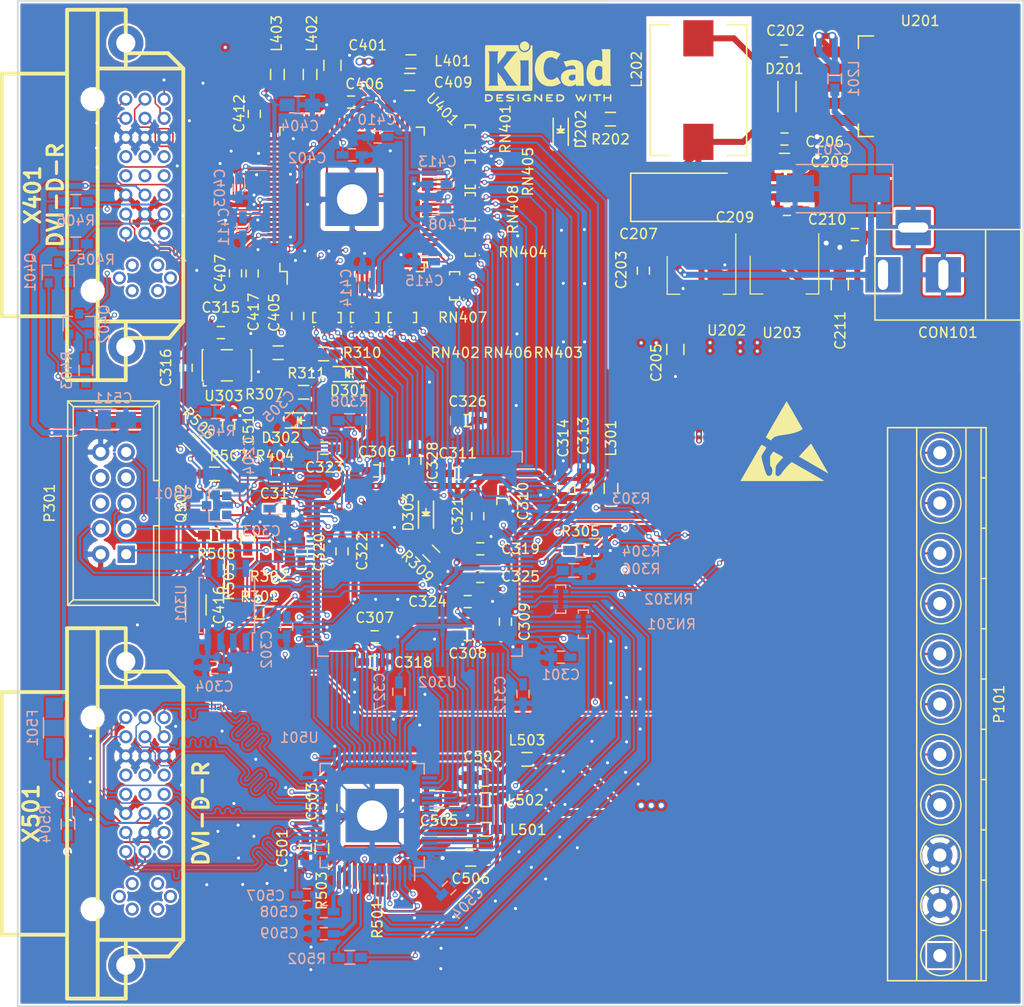
<source format=kicad_pcb>
(kicad_pcb (version 20160815) (host pcbnew "(2016-12-16 revision f631ae27b)-master")

  (general
    (links 477)
    (no_connects 0)
    (area 18.088499 19.924999 120.075001 120.075001)
    (thickness 1.6)
    (drawings 6)
    (tracks 5001)
    (zones 0)
    (modules 138)
    (nets 237)
  )

  (page A4)
  (layers
    (0 F.Cu signal)
    (1 In1.Cu signal)
    (2 In2.Cu signal)
    (31 B.Cu signal)
    (32 B.Adhes user)
    (33 F.Adhes user)
    (34 B.Paste user)
    (35 F.Paste user)
    (36 B.SilkS user)
    (37 F.SilkS user)
    (38 B.Mask user)
    (39 F.Mask user)
    (40 Dwgs.User user)
    (41 Cmts.User user)
    (42 Eco1.User user)
    (43 Eco2.User user)
    (44 Edge.Cuts user)
    (45 Margin user)
    (46 B.CrtYd user)
    (47 F.CrtYd user)
    (48 B.Fab user hide)
    (49 F.Fab user hide)
  )

  (setup
    (last_trace_width 0.4)
    (user_trace_width 0.15)
    (user_trace_width 0.2)
    (user_trace_width 0.4)
    (user_trace_width 0.6)
    (user_trace_width 1.5)
    (trace_clearance 0.152)
    (zone_clearance 0.2)
    (zone_45_only no)
    (trace_min 0.15)
    (segment_width 0.2)
    (edge_width 0.15)
    (via_size 0.5)
    (via_drill 0.3)
    (via_min_size 0.5)
    (via_min_drill 0.3)
    (user_via 0.5 0.3)
    (user_via 0.8 0.5)
    (uvia_size 0.3)
    (uvia_drill 0.1)
    (uvias_allowed no)
    (uvia_min_size 0.2)
    (uvia_min_drill 0.1)
    (pcb_text_width 0.3)
    (pcb_text_size 1.5 1.5)
    (mod_edge_width 0.15)
    (mod_text_size 1 1)
    (mod_text_width 0.15)
    (pad_size 3 3)
    (pad_drill 3)
    (pad_to_mask_clearance 0.2)
    (aux_axis_origin 0 0)
    (grid_origin 20 120.025)
    (visible_elements FFFFFFFF)
    (pcbplotparams
      (layerselection 0x010f0_ffffffff)
      (usegerberextensions false)
      (excludeedgelayer true)
      (linewidth 0.100000)
      (plotframeref false)
      (viasonmask false)
      (mode 1)
      (useauxorigin false)
      (hpglpennumber 1)
      (hpglpenspeed 20)
      (hpglpendiameter 15)
      (psnegative false)
      (psa4output false)
      (plotreference true)
      (plotvalue true)
      (plotinvisibletext false)
      (padsonsilk false)
      (subtractmaskfromsilk false)
      (outputformat 1)
      (mirror false)
      (drillshape 0)
      (scaleselection 1)
      (outputdirectory gerber/))
  )

  (net 0 "")
  (net 1 /power/VIN)
  (net 2 GND)
  (net 3 "Net-(C202-Pad2)")
  (net 4 +2V5)
  (net 5 +3V3)
  (net 6 +1V2)
  (net 7 +V_IO)
  (net 8 /dvi_out/TVDD)
  (net 9 "Net-(D201-Pad1)")
  (net 10 "Net-(D202-Pad2)")
  (net 11 "Net-(F501-Pad1)")
  (net 12 +5V)
  (net 13 /GPIO0)
  (net 14 /GPIO1)
  (net 15 /GPIO2)
  (net 16 /GPIO3)
  (net 17 /GPIO4)
  (net 18 /GPIO5)
  (net 19 /GPIO6)
  (net 20 /GPIO7)
  (net 21 "Net-(P301-Pad9)")
  (net 22 "Net-(P301-Pad8)")
  (net 23 "Net-(P301-Pad7)")
  (net 24 "Net-(P301-Pad6)")
  (net 25 "Net-(P301-Pad5)")
  (net 26 "Net-(P301-Pad3)")
  (net 27 "Net-(P301-Pad1)")
  (net 28 /dvi_in/DDCDAT_IN)
  (net 29 /dvi_in/DDCCLK_IN)
  (net 30 /dvi_out/DDCDAT)
  (net 31 /dvi_out/DDCCLK)
  (net 32 "Net-(R301-Pad1)")
  (net 33 "Net-(R302-Pad1)")
  (net 34 "Net-(R303-Pad1)")
  (net 35 "Net-(R304-Pad1)")
  (net 36 "Net-(R305-Pad1)")
  (net 37 "Net-(R306-Pad1)")
  (net 38 /fpga/CLK50)
  (net 39 "Net-(R307-Pad2)")
  (net 40 /dvi_out/TXCLK+)
  (net 41 "Net-(R308-Pad1)")
  (net 42 /fpga/CLKIN)
  (net 43 /dvi_in/HOTPLUG)
  (net 44 "Net-(R501-Pad1)")
  (net 45 /dvi_out/MSEN)
  (net 46 "Net-(R503-Pad2)")
  (net 47 /dvi_out/HOTPLUG)
  (net 48 "Net-(R504-Pad1)")
  (net 49 "Net-(RN301-Pad7)")
  (net 50 "Net-(RN301-Pad6)")
  (net 51 "Net-(RN301-Pad5)")
  (net 52 "Net-(RN301-Pad8)")
  (net 53 /dvi_out/CTL1)
  (net 54 /dvi_out/DE)
  (net 55 /dvi_out/VSYNC)
  (net 56 /dvi_out/HSYNC)
  (net 57 /dvi_out/CTL2)
  (net 58 /dvi_out/CTL3)
  (net 59 "Net-(RN302-Pad8)")
  (net 60 "Net-(RN302-Pad5)")
  (net 61 "Net-(RN302-Pad6)")
  (net 62 "Net-(RN302-Pad7)")
  (net 63 /dvi_in/DE)
  (net 64 /dvi_in/VSYNC)
  (net 65 /dvi_in/HSYNC)
  (net 66 "Net-(RN401-Pad4)")
  (net 67 "Net-(RN401-Pad8)")
  (net 68 "Net-(RN401-Pad5)")
  (net 69 "Net-(RN401-Pad6)")
  (net 70 "Net-(RN401-Pad7)")
  (net 71 "Net-(RN402-Pad7)")
  (net 72 "Net-(RN402-Pad6)")
  (net 73 "Net-(RN402-Pad5)")
  (net 74 "Net-(RN402-Pad8)")
  (net 75 /dvi_in/DATI3)
  (net 76 /dvi_in/DATI2)
  (net 77 /dvi_in/DATI1)
  (net 78 /dvi_in/DATI0)
  (net 79 "Net-(RN403-Pad7)")
  (net 80 "Net-(RN403-Pad6)")
  (net 81 "Net-(RN403-Pad5)")
  (net 82 "Net-(RN403-Pad8)")
  (net 83 /dvi_in/DATI11)
  (net 84 /dvi_in/DATI10)
  (net 85 /dvi_in/DATI9)
  (net 86 /dvi_in/DATI8)
  (net 87 "Net-(RN404-Pad7)")
  (net 88 "Net-(RN404-Pad6)")
  (net 89 "Net-(RN404-Pad5)")
  (net 90 "Net-(RN404-Pad8)")
  (net 91 /dvi_in/DATI19)
  (net 92 /dvi_in/DATI18)
  (net 93 /dvi_in/DATI17)
  (net 94 /dvi_in/DATI16)
  (net 95 "Net-(RN405-Pad7)")
  (net 96 "Net-(RN405-Pad6)")
  (net 97 "Net-(RN405-Pad5)")
  (net 98 "Net-(RN405-Pad8)")
  (net 99 /dvi_in/CTL3)
  (net 100 /dvi_in/CTL2)
  (net 101 /dvi_in/CTL1)
  (net 102 /dvi_in/DATI4)
  (net 103 /dvi_in/DATI5)
  (net 104 /dvi_in/DATI6)
  (net 105 /dvi_in/DATI7)
  (net 106 "Net-(RN406-Pad8)")
  (net 107 "Net-(RN406-Pad5)")
  (net 108 "Net-(RN406-Pad6)")
  (net 109 "Net-(RN406-Pad7)")
  (net 110 /dvi_in/DATI12)
  (net 111 /dvi_in/DATI13)
  (net 112 /dvi_in/DATI14)
  (net 113 /dvi_in/DATI15)
  (net 114 "Net-(RN407-Pad8)")
  (net 115 "Net-(RN407-Pad5)")
  (net 116 "Net-(RN407-Pad6)")
  (net 117 "Net-(RN407-Pad7)")
  (net 118 /dvi_in/DATI20)
  (net 119 /dvi_in/DATI21)
  (net 120 /dvi_in/DATI22)
  (net 121 /dvi_in/DATI23)
  (net 122 "Net-(RN408-Pad8)")
  (net 123 "Net-(RN408-Pad5)")
  (net 124 "Net-(RN408-Pad6)")
  (net 125 "Net-(RN408-Pad7)")
  (net 126 /dvi_out/DATO4)
  (net 127 /dvi_out/DATO5)
  (net 128 /dvi_out/DATO6)
  (net 129 /dvi_out/DATO7)
  (net 130 /dvi_out/DATO12)
  (net 131 /dvi_out/DATO13)
  (net 132 /dvi_out/DATO14)
  (net 133 /dvi_out/DATO15)
  (net 134 /dvi_out/DATO20)
  (net 135 /dvi_out/DATO21)
  (net 136 /dvi_out/DATO22)
  (net 137 /dvi_out/DATO23)
  (net 138 /dvi_out/DATO3)
  (net 139 /dvi_out/DATO2)
  (net 140 /dvi_out/DATO1)
  (net 141 /dvi_out/DATO0)
  (net 142 /dvi_out/DATO11)
  (net 143 /dvi_out/DATO10)
  (net 144 /dvi_out/DATO9)
  (net 145 /dvi_out/DATO8)
  (net 146 /dvi_out/DATO19)
  (net 147 /dvi_out/DATO18)
  (net 148 /dvi_out/DATO17)
  (net 149 /dvi_out/DATO16)
  (net 150 /fpga/DCLK)
  (net 151 /fpga/ASDI)
  (net 152 /fpga/DATA)
  (net 153 /fpga/nCS)
  (net 154 "Net-(U302-Pad127)")
  (net 155 /dvi_in/LINK_ACT)
  (net 156 /dvi_in/PDOWN)
  (net 157 /dvi_out/EDGE)
  (net 158 /dvi_out/DKEN)
  (net 159 "Net-(U303-Pad1)")
  (net 160 "Net-(U401-Pad96)")
  (net 161 /dvi_in/RxC-)
  (net 162 /dvi_in/RxC+)
  (net 163 /dvi_in/Rx0+)
  (net 164 /dvi_in/Rx1-)
  (net 165 /dvi_in/Rx1+)
  (net 166 /dvi_in/Rx2-)
  (net 167 /dvi_in/Rx2+)
  (net 168 "Net-(U401-Pad77)")
  (net 169 "Net-(U401-Pad75)")
  (net 170 "Net-(U401-Pad74)")
  (net 171 "Net-(U401-Pad73)")
  (net 172 "Net-(U401-Pad72)")
  (net 173 "Net-(U401-Pad71)")
  (net 174 "Net-(U401-Pad70)")
  (net 175 "Net-(U401-Pad69)")
  (net 176 "Net-(U401-Pad66)")
  (net 177 "Net-(U401-Pad65)")
  (net 178 "Net-(U401-Pad64)")
  (net 179 "Net-(U401-Pad63)")
  (net 180 "Net-(U401-Pad62)")
  (net 181 "Net-(U401-Pad61)")
  (net 182 "Net-(U401-Pad60)")
  (net 183 "Net-(U401-Pad59)")
  (net 184 "Net-(U401-Pad56)")
  (net 185 "Net-(U401-Pad55)")
  (net 186 "Net-(U401-Pad54)")
  (net 187 "Net-(U401-Pad53)")
  (net 188 "Net-(U401-Pad52)")
  (net 189 "Net-(U401-Pad51)")
  (net 190 "Net-(U401-Pad50)")
  (net 191 "Net-(U401-Pad49)")
  (net 192 "Net-(U501-Pad56)")
  (net 193 "Net-(U501-Pad49)")
  (net 194 /dvi_out/TX2+)
  (net 195 /dvi_out/TX2-)
  (net 196 /dvi_out/TX1+)
  (net 197 /dvi_out/TX1-)
  (net 198 /dvi_out/TX0+)
  (net 199 /dvi_out/TX0-)
  (net 200 /dvi_out/TXC+)
  (net 201 /dvi_out/TXC-)
  (net 202 "Net-(X401-Pad8)")
  (net 203 "Net-(X401-Pad21)")
  (net 204 "Net-(X401-Pad20)")
  (net 205 "Net-(X401-Pad13)")
  (net 206 "Net-(X401-Pad12)")
  (net 207 "Net-(X401-Pad5)")
  (net 208 "Net-(X401-Pad4)")
  (net 209 "Net-(X501-Pad4)")
  (net 210 "Net-(X501-Pad5)")
  (net 211 "Net-(X501-Pad12)")
  (net 212 "Net-(X501-Pad13)")
  (net 213 "Net-(X501-Pad20)")
  (net 214 "Net-(X501-Pad21)")
  (net 215 "Net-(X501-Pad8)")
  (net 216 "Net-(D301-Pad2)")
  (net 217 "Net-(D302-Pad2)")
  (net 218 "Net-(D303-Pad2)")
  (net 219 /dvi_in/Rx0-)
  (net 220 "Net-(U302-Pad99)")
  (net 221 "Net-(U302-Pad84)")
  (net 222 "Net-(U302-Pad83)")
  (net 223 "Net-(RN302-Pad1)")
  (net 224 "Net-(D301-Pad1)")
  (net 225 "Net-(D302-Pad1)")
  (net 226 "Net-(D303-Pad1)")
  (net 227 "Net-(RN301-Pad1)")
  (net 228 /dvi_in/PVDD)
  (net 229 /dvi_in/DVDD)
  (net 230 /dvi_in/AVDD)
  (net 231 /dvi_out/DVDD)
  (net 232 /dvi_out/PVDD)
  (net 233 /dvi_out/DDCDAT_)
  (net 234 /dvi_out/DDCCLK_)
  (net 235 /dvi_in/DDCDAT_)
  (net 236 /dvi_in/DDCCLK_)

  (net_class Default "This is the default net class."
    (clearance 0.152)
    (trace_width 0.2)
    (via_dia 0.5)
    (via_drill 0.3)
    (uvia_dia 0.3)
    (uvia_drill 0.1)
    (diff_pair_gap 0.25)
    (diff_pair_width 0.2)
    (add_net +1V2)
    (add_net +2V5)
    (add_net +3V3)
    (add_net +5V)
    (add_net +V_IO)
    (add_net /GPIO0)
    (add_net /GPIO1)
    (add_net /GPIO2)
    (add_net /GPIO3)
    (add_net /GPIO4)
    (add_net /GPIO5)
    (add_net /GPIO6)
    (add_net /GPIO7)
    (add_net /dvi_in/AVDD)
    (add_net /dvi_in/CTL1)
    (add_net /dvi_in/CTL2)
    (add_net /dvi_in/CTL3)
    (add_net /dvi_in/DATI0)
    (add_net /dvi_in/DATI1)
    (add_net /dvi_in/DATI10)
    (add_net /dvi_in/DATI11)
    (add_net /dvi_in/DATI12)
    (add_net /dvi_in/DATI13)
    (add_net /dvi_in/DATI14)
    (add_net /dvi_in/DATI15)
    (add_net /dvi_in/DATI16)
    (add_net /dvi_in/DATI17)
    (add_net /dvi_in/DATI18)
    (add_net /dvi_in/DATI19)
    (add_net /dvi_in/DATI2)
    (add_net /dvi_in/DATI20)
    (add_net /dvi_in/DATI21)
    (add_net /dvi_in/DATI22)
    (add_net /dvi_in/DATI23)
    (add_net /dvi_in/DATI3)
    (add_net /dvi_in/DATI4)
    (add_net /dvi_in/DATI5)
    (add_net /dvi_in/DATI6)
    (add_net /dvi_in/DATI7)
    (add_net /dvi_in/DATI8)
    (add_net /dvi_in/DATI9)
    (add_net /dvi_in/DDCCLK_)
    (add_net /dvi_in/DDCCLK_IN)
    (add_net /dvi_in/DDCDAT_)
    (add_net /dvi_in/DDCDAT_IN)
    (add_net /dvi_in/DE)
    (add_net /dvi_in/DVDD)
    (add_net /dvi_in/HOTPLUG)
    (add_net /dvi_in/HSYNC)
    (add_net /dvi_in/LINK_ACT)
    (add_net /dvi_in/PDOWN)
    (add_net /dvi_in/PVDD)
    (add_net /dvi_in/Rx0+)
    (add_net /dvi_in/Rx0-)
    (add_net /dvi_in/Rx1+)
    (add_net /dvi_in/Rx1-)
    (add_net /dvi_in/Rx2+)
    (add_net /dvi_in/Rx2-)
    (add_net /dvi_in/RxC+)
    (add_net /dvi_in/RxC-)
    (add_net /dvi_in/VSYNC)
    (add_net /dvi_out/CTL1)
    (add_net /dvi_out/CTL2)
    (add_net /dvi_out/CTL3)
    (add_net /dvi_out/DATO0)
    (add_net /dvi_out/DATO1)
    (add_net /dvi_out/DATO10)
    (add_net /dvi_out/DATO11)
    (add_net /dvi_out/DATO12)
    (add_net /dvi_out/DATO13)
    (add_net /dvi_out/DATO14)
    (add_net /dvi_out/DATO15)
    (add_net /dvi_out/DATO16)
    (add_net /dvi_out/DATO17)
    (add_net /dvi_out/DATO18)
    (add_net /dvi_out/DATO19)
    (add_net /dvi_out/DATO2)
    (add_net /dvi_out/DATO20)
    (add_net /dvi_out/DATO21)
    (add_net /dvi_out/DATO22)
    (add_net /dvi_out/DATO23)
    (add_net /dvi_out/DATO3)
    (add_net /dvi_out/DATO4)
    (add_net /dvi_out/DATO5)
    (add_net /dvi_out/DATO6)
    (add_net /dvi_out/DATO7)
    (add_net /dvi_out/DATO8)
    (add_net /dvi_out/DATO9)
    (add_net /dvi_out/DDCCLK)
    (add_net /dvi_out/DDCCLK_)
    (add_net /dvi_out/DDCDAT)
    (add_net /dvi_out/DDCDAT_)
    (add_net /dvi_out/DE)
    (add_net /dvi_out/DKEN)
    (add_net /dvi_out/DVDD)
    (add_net /dvi_out/EDGE)
    (add_net /dvi_out/HOTPLUG)
    (add_net /dvi_out/HSYNC)
    (add_net /dvi_out/MSEN)
    (add_net /dvi_out/PVDD)
    (add_net /dvi_out/TVDD)
    (add_net /dvi_out/TX0+)
    (add_net /dvi_out/TX0-)
    (add_net /dvi_out/TX1+)
    (add_net /dvi_out/TX1-)
    (add_net /dvi_out/TX2+)
    (add_net /dvi_out/TX2-)
    (add_net /dvi_out/TXC+)
    (add_net /dvi_out/TXC-)
    (add_net /dvi_out/TXCLK+)
    (add_net /dvi_out/VSYNC)
    (add_net /fpga/ASDI)
    (add_net /fpga/CLK50)
    (add_net /fpga/CLKIN)
    (add_net /fpga/DATA)
    (add_net /fpga/DCLK)
    (add_net /fpga/nCS)
    (add_net /power/VIN)
    (add_net GND)
    (add_net "Net-(C202-Pad2)")
    (add_net "Net-(D201-Pad1)")
    (add_net "Net-(D202-Pad2)")
    (add_net "Net-(D301-Pad1)")
    (add_net "Net-(D301-Pad2)")
    (add_net "Net-(D302-Pad1)")
    (add_net "Net-(D302-Pad2)")
    (add_net "Net-(D303-Pad1)")
    (add_net "Net-(D303-Pad2)")
    (add_net "Net-(F501-Pad1)")
    (add_net "Net-(P301-Pad1)")
    (add_net "Net-(P301-Pad3)")
    (add_net "Net-(P301-Pad5)")
    (add_net "Net-(P301-Pad6)")
    (add_net "Net-(P301-Pad7)")
    (add_net "Net-(P301-Pad8)")
    (add_net "Net-(P301-Pad9)")
    (add_net "Net-(R301-Pad1)")
    (add_net "Net-(R302-Pad1)")
    (add_net "Net-(R303-Pad1)")
    (add_net "Net-(R304-Pad1)")
    (add_net "Net-(R305-Pad1)")
    (add_net "Net-(R306-Pad1)")
    (add_net "Net-(R307-Pad2)")
    (add_net "Net-(R308-Pad1)")
    (add_net "Net-(R501-Pad1)")
    (add_net "Net-(R503-Pad2)")
    (add_net "Net-(R504-Pad1)")
    (add_net "Net-(RN301-Pad1)")
    (add_net "Net-(RN301-Pad5)")
    (add_net "Net-(RN301-Pad6)")
    (add_net "Net-(RN301-Pad7)")
    (add_net "Net-(RN301-Pad8)")
    (add_net "Net-(RN302-Pad1)")
    (add_net "Net-(RN302-Pad5)")
    (add_net "Net-(RN302-Pad6)")
    (add_net "Net-(RN302-Pad7)")
    (add_net "Net-(RN302-Pad8)")
    (add_net "Net-(RN401-Pad4)")
    (add_net "Net-(RN401-Pad5)")
    (add_net "Net-(RN401-Pad6)")
    (add_net "Net-(RN401-Pad7)")
    (add_net "Net-(RN401-Pad8)")
    (add_net "Net-(RN402-Pad5)")
    (add_net "Net-(RN402-Pad6)")
    (add_net "Net-(RN402-Pad7)")
    (add_net "Net-(RN402-Pad8)")
    (add_net "Net-(RN403-Pad5)")
    (add_net "Net-(RN403-Pad6)")
    (add_net "Net-(RN403-Pad7)")
    (add_net "Net-(RN403-Pad8)")
    (add_net "Net-(RN404-Pad5)")
    (add_net "Net-(RN404-Pad6)")
    (add_net "Net-(RN404-Pad7)")
    (add_net "Net-(RN404-Pad8)")
    (add_net "Net-(RN405-Pad5)")
    (add_net "Net-(RN405-Pad6)")
    (add_net "Net-(RN405-Pad7)")
    (add_net "Net-(RN405-Pad8)")
    (add_net "Net-(RN406-Pad5)")
    (add_net "Net-(RN406-Pad6)")
    (add_net "Net-(RN406-Pad7)")
    (add_net "Net-(RN406-Pad8)")
    (add_net "Net-(RN407-Pad5)")
    (add_net "Net-(RN407-Pad6)")
    (add_net "Net-(RN407-Pad7)")
    (add_net "Net-(RN407-Pad8)")
    (add_net "Net-(RN408-Pad5)")
    (add_net "Net-(RN408-Pad6)")
    (add_net "Net-(RN408-Pad7)")
    (add_net "Net-(RN408-Pad8)")
    (add_net "Net-(U302-Pad127)")
    (add_net "Net-(U302-Pad83)")
    (add_net "Net-(U302-Pad84)")
    (add_net "Net-(U302-Pad99)")
    (add_net "Net-(U303-Pad1)")
    (add_net "Net-(U401-Pad49)")
    (add_net "Net-(U401-Pad50)")
    (add_net "Net-(U401-Pad51)")
    (add_net "Net-(U401-Pad52)")
    (add_net "Net-(U401-Pad53)")
    (add_net "Net-(U401-Pad54)")
    (add_net "Net-(U401-Pad55)")
    (add_net "Net-(U401-Pad56)")
    (add_net "Net-(U401-Pad59)")
    (add_net "Net-(U401-Pad60)")
    (add_net "Net-(U401-Pad61)")
    (add_net "Net-(U401-Pad62)")
    (add_net "Net-(U401-Pad63)")
    (add_net "Net-(U401-Pad64)")
    (add_net "Net-(U401-Pad65)")
    (add_net "Net-(U401-Pad66)")
    (add_net "Net-(U401-Pad69)")
    (add_net "Net-(U401-Pad70)")
    (add_net "Net-(U401-Pad71)")
    (add_net "Net-(U401-Pad72)")
    (add_net "Net-(U401-Pad73)")
    (add_net "Net-(U401-Pad74)")
    (add_net "Net-(U401-Pad75)")
    (add_net "Net-(U401-Pad77)")
    (add_net "Net-(U401-Pad96)")
    (add_net "Net-(U501-Pad49)")
    (add_net "Net-(U501-Pad56)")
    (add_net "Net-(X401-Pad12)")
    (add_net "Net-(X401-Pad13)")
    (add_net "Net-(X401-Pad20)")
    (add_net "Net-(X401-Pad21)")
    (add_net "Net-(X401-Pad4)")
    (add_net "Net-(X401-Pad5)")
    (add_net "Net-(X401-Pad8)")
    (add_net "Net-(X501-Pad12)")
    (add_net "Net-(X501-Pad13)")
    (add_net "Net-(X501-Pad20)")
    (add_net "Net-(X501-Pad21)")
    (add_net "Net-(X501-Pad4)")
    (add_net "Net-(X501-Pad5)")
    (add_net "Net-(X501-Pad8)")
  )

  (module Capacitors_Tantalum_SMD:Tantalum_Case-D_EIA-7343-31_Hand (layer F.Cu) (tedit 57B6E980) (tstamp 586EAA66)
    (at 86.91 39.545)
    (descr "Tantalum capacitor, Case D, EIA 7343-31, 7.3x4.3x2.8mm, Hand soldering footprint")
    (tags "capacitor tantalum smd")
    (path /5839A46D/5839CB5E)
    (attr smd)
    (fp_text reference C207 (at -5.18 3.64) (layer F.SilkS)
      (effects (font (size 1 1) (thickness 0.15)))
    )
    (fp_text value 100u (at 0 3.9) (layer F.Fab)
      (effects (font (size 1 1) (thickness 0.15)))
    )
    (fp_line (start -6.05 -2.5) (end -6.05 2.5) (layer F.CrtYd) (width 0.05))
    (fp_line (start -6.05 2.5) (end 6.05 2.5) (layer F.CrtYd) (width 0.05))
    (fp_line (start 6.05 2.5) (end 6.05 -2.5) (layer F.CrtYd) (width 0.05))
    (fp_line (start 6.05 -2.5) (end -6.05 -2.5) (layer F.CrtYd) (width 0.05))
    (fp_line (start -3.65 -2.15) (end -3.65 2.15) (layer F.Fab) (width 0.15))
    (fp_line (start -3.65 2.15) (end 3.65 2.15) (layer F.Fab) (width 0.15))
    (fp_line (start 3.65 2.15) (end 3.65 -2.15) (layer F.Fab) (width 0.15))
    (fp_line (start 3.65 -2.15) (end -3.65 -2.15) (layer F.Fab) (width 0.15))
    (fp_line (start -2.92 -2.15) (end -2.92 2.15) (layer F.Fab) (width 0.15))
    (fp_line (start -2.555 -2.15) (end -2.555 2.15) (layer F.Fab) (width 0.15))
    (fp_line (start -5.95 -2.4) (end 3.65 -2.4) (layer F.SilkS) (width 0.15))
    (fp_line (start -5.95 2.4) (end 3.65 2.4) (layer F.SilkS) (width 0.15))
    (fp_line (start -5.95 -2.4) (end -5.95 2.4) (layer F.SilkS) (width 0.15))
    (pad 1 smd rect (at -3.775 0) (size 3.75 2.7) (layers F.Cu F.Paste F.Mask)
      (net 5 +3V3))
    (pad 2 smd rect (at 3.775 0) (size 3.75 2.7) (layers F.Cu F.Paste F.Mask)
      (net 2 GND))
    (model Capacitors_Tantalum_SMD.3dshapes/Tantalum_Case-D_EIA-7343-31.wrl
      (at (xyz 0 0 0))
      (scale (xyz 1 1 1))
      (rotate (xyz 0 0 0))
    )
  )

  (module artwork:shimatta_std (layer F.Cu) (tedit 0) (tstamp 58695997)
    (at 89.5 112.525)
    (fp_text reference G*** (at 0 0) (layer F.SilkS) hide
      (effects (font (thickness 0.3)))
    )
    (fp_text value LOGO (at 0.75 0) (layer F.SilkS) hide
      (effects (font (thickness 0.3)))
    )
    (fp_poly (pts (xy 10.868794 -0.34663) (xy 10.940082 -0.344725) (xy 11.001581 -0.340759) (xy 11.054456 -0.334558)
      (xy 11.099874 -0.325943) (xy 11.138999 -0.314739) (xy 11.172997 -0.300768) (xy 11.203034 -0.283854)
      (xy 11.230276 -0.263821) (xy 11.255887 -0.240491) (xy 11.256462 -0.239919) (xy 11.289334 -0.201111)
      (xy 11.312259 -0.15891) (xy 11.326574 -0.110035) (xy 11.333618 -0.05121) (xy 11.333643 -0.0508)
      (xy 11.332569 0.023291) (xy 11.320361 0.089289) (xy 11.297275 0.146655) (xy 11.263566 0.19485)
      (xy 11.219491 0.233333) (xy 11.190884 0.250184) (xy 11.170271 0.260221) (xy 11.150623 0.268525)
      (xy 11.130272 0.275304) (xy 11.107549 0.280766) (xy 11.080783 0.285117) (xy 11.048306 0.288565)
      (xy 11.008448 0.291317) (xy 10.959541 0.29358) (xy 10.899914 0.295563) (xy 10.827899 0.297472)
      (xy 10.805885 0.298007) (xy 10.501253 0.308642) (xy 10.207708 0.325718) (xy 9.923258 0.349393)
      (xy 9.645907 0.379823) (xy 9.470624 0.402998) (xy 9.411807 0.410902) (xy 9.364278 0.416192)
      (xy 9.325062 0.418954) (xy 9.291185 0.41927) (xy 9.259672 0.417223) (xy 9.227549 0.412897)
      (xy 9.212169 0.410241) (xy 9.144467 0.392017) (xy 9.087321 0.363849) (xy 9.040745 0.325747)
      (xy 9.004755 0.277724) (xy 8.992925 0.254871) (xy 8.980849 0.218141) (xy 8.973005 0.172373)
      (xy 8.969757 0.122517) (xy 8.971468 0.073524) (xy 8.976926 0.037019) (xy 8.997827 -0.025291)
      (xy 9.0312 -0.080963) (xy 9.075937 -0.128488) (xy 9.122686 -0.16171) (xy 9.147207 -0.17458)
      (xy 9.175393 -0.186432) (xy 9.208483 -0.197521) (xy 9.247713 -0.208107) (xy 9.294321 -0.218445)
      (xy 9.349544 -0.228794) (xy 9.414619 -0.23941) (xy 9.490782 -0.250551) (xy 9.579273 -0.262474)
      (xy 9.652 -0.271774) (xy 9.800914 -0.289224) (xy 9.950405 -0.304133) (xy 10.103324 -0.316716)
      (xy 10.262527 -0.327186) (xy 10.430867 -0.335758) (xy 10.584543 -0.341755) (xy 10.69219 -0.344969)
      (xy 10.786552 -0.346653) (xy 10.868794 -0.34663)) (layer F.Mask) (width 0.01))
    (fp_poly (pts (xy 3.280686 -0.880939) (xy 3.34556 -0.879771) (xy 3.402872 -0.877617) (xy 3.449973 -0.87446)
      (xy 3.472543 -0.872037) (xy 3.61367 -0.849571) (xy 3.744701 -0.82007) (xy 3.868701 -0.782621)
      (xy 3.988736 -0.73631) (xy 4.096467 -0.686017) (xy 4.193868 -0.632986) (xy 4.288297 -0.574006)
      (xy 4.3772 -0.510941) (xy 4.458022 -0.445653) (xy 4.528209 -0.380007) (xy 4.555365 -0.351156)
      (xy 4.639992 -0.246318) (xy 4.713364 -0.13273) (xy 4.774921 -0.011455) (xy 4.824102 0.116443)
      (xy 4.850885 0.209423) (xy 4.879181 0.347701) (xy 4.896607 0.490707) (xy 4.903125 0.635529)
      (xy 4.898699 0.779253) (xy 4.88329 0.918966) (xy 4.861451 1.032728) (xy 4.824346 1.160933)
      (xy 4.77372 1.287533) (xy 4.710565 1.41087) (xy 4.635874 1.529285) (xy 4.550639 1.641117)
      (xy 4.455854 1.744709) (xy 4.40832 1.79005) (xy 4.299338 1.882172) (xy 4.177612 1.971762)
      (xy 4.04482 2.057926) (xy 3.902638 2.139772) (xy 3.752745 2.216408) (xy 3.596818 2.286942)
      (xy 3.436534 2.350482) (xy 3.27357 2.406135) (xy 3.218543 2.422898) (xy 3.139899 2.444368)
      (xy 3.049468 2.466013) (xy 2.949959 2.487315) (xy 2.844082 2.507761) (xy 2.734547 2.526832)
      (xy 2.624065 2.544015) (xy 2.515345 2.558792) (xy 2.485571 2.56243) (xy 2.428012 2.568359)
      (xy 2.365313 2.573218) (xy 2.299907 2.576957) (xy 2.234229 2.579525) (xy 2.17071 2.580872)
      (xy 2.111786 2.580947) (xy 2.05989 2.579698) (xy 2.017454 2.577077) (xy 1.986913 2.573032)
      (xy 1.985844 2.572813) (xy 1.91558 2.552339) (xy 1.8565 2.522842) (xy 1.808841 2.484627)
      (xy 1.772841 2.437998) (xy 1.748736 2.38326) (xy 1.736764 2.320717) (xy 1.736929 2.253327)
      (xy 1.748307 2.186275) (xy 1.77048 2.128668) (xy 1.803758 2.079916) (xy 1.848452 2.039427)
      (xy 1.849677 2.038544) (xy 1.877767 2.020506) (xy 1.908228 2.005555) (xy 1.943115 1.993169)
      (xy 1.984481 1.982826) (xy 2.034379 1.974007) (xy 2.094863 1.966188) (xy 2.161084 1.959481)
      (xy 2.311846 1.944454) (xy 2.450169 1.928139) (xy 2.578102 1.910074) (xy 2.697697 1.889796)
      (xy 2.811005 1.866842) (xy 2.920076 1.84075) (xy 3.026962 1.811058) (xy 3.133714 1.777303)
      (xy 3.242382 1.739022) (xy 3.355017 1.695754) (xy 3.386254 1.683205) (xy 3.439042 1.660814)
      (xy 3.498085 1.634078) (xy 3.560068 1.604637) (xy 3.621674 1.574131) (xy 3.679588 1.5442)
      (xy 3.730494 1.516484) (xy 3.76929 1.493734) (xy 3.863531 1.428613) (xy 3.952139 1.353949)
      (xy 4.033116 1.271853) (xy 4.104465 1.184435) (xy 4.16419 1.093803) (xy 4.186568 1.052873)
      (xy 4.225348 0.967344) (xy 4.253373 0.882119) (xy 4.271449 0.793702) (xy 4.280379 0.698597)
      (xy 4.281685 0.639641) (xy 4.277001 0.527464) (xy 4.262763 0.425302) (xy 4.238591 0.331924)
      (xy 4.204105 0.2461) (xy 4.158926 0.166599) (xy 4.119 0.11188) (xy 4.060291 0.048463)
      (xy 3.988142 -0.012032) (xy 3.902275 -0.06981) (xy 3.802411 -0.125073) (xy 3.778387 -0.136985)
      (xy 3.681686 -0.179417) (xy 3.583439 -0.212975) (xy 3.48168 -0.237992) (xy 3.374444 -0.254803)
      (xy 3.259766 -0.263742) (xy 3.13568 -0.265143) (xy 3.043531 -0.261888) (xy 2.888029 -0.251649)
      (xy 2.734088 -0.236994) (xy 2.580213 -0.217612) (xy 2.424912 -0.193189) (xy 2.26669 -0.163413)
      (xy 2.104054 -0.127969) (xy 1.93551 -0.086547) (xy 1.759564 -0.038832) (xy 1.574722 0.015488)
      (xy 1.379491 0.076726) (xy 1.29428 0.104504) (xy 1.212487 0.131377) (xy 1.14306 0.153997)
      (xy 1.08461 0.172751) (xy 1.035751 0.188021) (xy 0.995094 0.200194) (xy 0.961252 0.209655)
      (xy 0.932836 0.216787) (xy 0.908459 0.221977) (xy 0.886733 0.225608) (xy 0.86627 0.228067)
      (xy 0.845683 0.229737) (xy 0.841828 0.229985) (xy 0.770694 0.22918) (xy 0.705988 0.217912)
      (xy 0.648912 0.196762) (xy 0.60067 0.166307) (xy 0.562463 0.127129) (xy 0.536857 0.083059)
      (xy 0.516575 0.01964) (xy 0.509485 -0.04353) (xy 0.515258 -0.10471) (xy 0.533566 -0.162158)
      (xy 0.564078 -0.214131) (xy 0.6005 -0.25372) (xy 0.627556 -0.275729) (xy 0.658526 -0.29656)
      (xy 0.694993 -0.316941) (xy 0.738543 -0.337601) (xy 0.790758 -0.359268) (xy 0.853223 -0.382671)
      (xy 0.927522 -0.40854) (xy 0.962785 -0.420363) (xy 1.235996 -0.508259) (xy 1.498548 -0.586824)
      (xy 1.750821 -0.656148) (xy 1.993199 -0.71632) (xy 2.226063 -0.767428) (xy 2.449796 -0.809563)
      (xy 2.664779 -0.842814) (xy 2.871395 -0.86727) (xy 2.881085 -0.868221) (xy 2.935666 -0.872605)
      (xy 2.998589 -0.876105) (xy 3.067203 -0.878706) (xy 3.138857 -0.88039) (xy 3.210902 -0.88114)
      (xy 3.280686 -0.880939)) (layer F.Mask) (width 0.01))
    (fp_poly (pts (xy 9.003608 1.085203) (xy 9.056887 1.097351) (xy 9.102289 1.118483) (xy 9.136442 1.144109)
      (xy 9.162501 1.170161) (xy 9.183639 1.197962) (xy 9.200436 1.229422) (xy 9.213471 1.266452)
      (xy 9.223323 1.310961) (xy 9.230572 1.364858) (xy 9.235796 1.430055) (xy 9.238428 1.480457)
      (xy 9.242463 1.556719) (xy 9.247451 1.620598) (xy 9.253768 1.674212) (xy 9.261789 1.719683)
      (xy 9.27189 1.759128) (xy 9.284448 1.794667) (xy 9.299837 1.828421) (xy 9.300281 1.8293)
      (xy 9.32368 1.861058) (xy 9.36009 1.889396) (xy 9.409773 1.914428) (xy 9.472988 1.936271)
      (xy 9.549997 1.955039) (xy 9.608457 1.96579) (xy 9.659854 1.973801) (xy 9.709141 1.980441)
      (xy 9.758607 1.98587) (xy 9.810543 1.990245) (xy 9.86724 1.993727) (xy 9.930987 1.996474)
      (xy 10.004074 1.998645) (xy 10.088793 2.000399) (xy 10.112828 2.000803) (xy 10.344931 2.000686)
      (xy 10.574631 1.992926) (xy 10.799511 1.977698) (xy 11.017155 1.955179) (xy 11.225147 1.925543)
      (xy 11.283945 1.915532) (xy 11.323332 1.909019) (xy 11.353394 1.905485) (xy 11.37896 1.904703)
      (xy 11.404859 1.906445) (xy 11.424674 1.908893) (xy 11.494816 1.923371) (xy 11.553352 1.946196)
      (xy 11.600789 1.977718) (xy 11.637635 2.018289) (xy 11.664396 2.068258) (xy 11.667708 2.076961)
      (xy 11.674691 2.105256) (xy 11.679662 2.14325) (xy 11.682423 2.186242) (xy 11.682775 2.229529)
      (xy 11.680518 2.26841) (xy 11.676827 2.29262) (xy 11.655383 2.357769) (xy 11.621693 2.415438)
      (xy 11.576172 2.465251) (xy 11.51923 2.506833) (xy 11.451281 2.539807) (xy 11.381702 2.561655)
      (xy 11.342402 2.569881) (xy 11.29029 2.578484) (xy 11.227059 2.587284) (xy 11.154403 2.596097)
      (xy 11.074012 2.604743) (xy 10.987579 2.61304) (xy 10.896797 2.620806) (xy 10.803359 2.62786)
      (xy 10.708955 2.634021) (xy 10.705281 2.63424) (xy 10.652261 2.63689) (xy 10.589033 2.639219)
      (xy 10.517978 2.641203) (xy 10.441476 2.642822) (xy 10.36191 2.644053) (xy 10.281658 2.644874)
      (xy 10.203102 2.645263) (xy 10.128622 2.645198) (xy 10.0606 2.644658) (xy 10.001415 2.643619)
      (xy 9.953449 2.64206) (xy 9.938657 2.641327) (xy 9.768481 2.628296) (xy 9.611394 2.609042)
      (xy 9.467369 2.583557) (xy 9.336381 2.551835) (xy 9.218402 2.51387) (xy 9.113406 2.469654)
      (xy 9.021367 2.419181) (xy 8.998233 2.404142) (xy 8.936306 2.355572) (xy 8.876387 2.295797)
      (xy 8.821128 2.228111) (xy 8.77318 2.155807) (xy 8.735198 2.08218) (xy 8.730868 2.072055)
      (xy 8.707215 2.00826) (xy 8.685371 1.936098) (xy 8.66712 1.861716) (xy 8.660844 1.8307)
      (xy 8.655793 1.795362) (xy 8.651582 1.749235) (xy 8.648253 1.695121) (xy 8.645849 1.635825)
      (xy 8.644412 1.574151) (xy 8.643985 1.512901) (xy 8.64461 1.45488) (xy 8.646328 1.402892)
      (xy 8.649184 1.359739) (xy 8.653218 1.328227) (xy 8.65325 1.328057) (xy 8.671645 1.258488)
      (xy 8.698511 1.200675) (xy 8.734046 1.154447) (xy 8.778447 1.119634) (xy 8.831912 1.096067)
      (xy 8.894638 1.083576) (xy 8.940188 1.081315) (xy 9.003608 1.085203)) (layer F.Mask) (width 0.01))
    (fp_poly (pts (xy -11.3068 -2.522042) (xy -11.243523 -2.508415) (xy -11.18998 -2.484867) (xy -11.145174 -2.450712)
      (xy -11.108109 -2.405266) (xy -11.077788 -2.347845) (xy -11.062557 -2.307771) (xy -11.061106 -2.303062)
      (xy -11.05976 -2.297493) (xy -11.058513 -2.290514) (xy -11.057361 -2.281571) (xy -11.056298 -2.270114)
      (xy -11.055319 -2.255589) (xy -11.054417 -2.237446) (xy -11.053589 -2.215132) (xy -11.052827 -2.188096)
      (xy -11.052128 -2.155784) (xy -11.051485 -2.117645) (xy -11.050893 -2.073128) (xy -11.050346 -2.02168)
      (xy -11.04984 -1.962749) (xy -11.049369 -1.895784) (xy -11.048927 -1.820232) (xy -11.048509 -1.735541)
      (xy -11.04811 -1.64116) (xy -11.047724 -1.536535) (xy -11.047346 -1.421117) (xy -11.04697 -1.294351)
      (xy -11.046591 -1.155687) (xy -11.046203 -1.004573) (xy -11.045802 -0.840455) (xy -11.045381 -0.662784)
      (xy -11.045055 -0.522514) (xy -11.044621 -0.331929) (xy -11.044228 -0.155283) (xy -11.043859 0.008)
      (xy -11.043503 0.158496) (xy -11.043145 0.296779) (xy -11.042771 0.423427) (xy -11.042368 0.539013)
      (xy -11.041921 0.644114) (xy -11.041417 0.739305) (xy -11.040843 0.825162) (xy -11.040184 0.90226)
      (xy -11.039426 0.971175) (xy -11.038556 1.032482) (xy -11.037561 1.086757) (xy -11.036425 1.134576)
      (xy -11.035136 1.176514) (xy -11.033679 1.213146) (xy -11.032041 1.245049) (xy -11.030209 1.272797)
      (xy -11.028167 1.296966) (xy -11.025903 1.318133) (xy -11.023403 1.336871) (xy -11.020653 1.353757)
      (xy -11.017638 1.369367) (xy -11.014346 1.384276) (xy -11.010763 1.399059) (xy -11.006874 1.414293)
      (xy -11.002666 1.430552) (xy -10.998125 1.448412) (xy -10.997798 1.449724) (xy -10.964594 1.558686)
      (xy -10.922022 1.656604) (xy -10.87005 1.743504) (xy -10.808644 1.819409) (xy -10.737771 1.884342)
      (xy -10.6574 1.938328) (xy -10.567497 1.98139) (xy -10.468029 2.013553) (xy -10.358964 2.03484)
      (xy -10.24027 2.045275) (xy -10.18084 2.046437) (xy -10.02365 2.040231) (xy -9.8725 2.021965)
      (xy -9.72797 1.991807) (xy -9.590642 1.949924) (xy -9.461096 1.896487) (xy -9.339913 1.831662)
      (xy -9.260323 1.779565) (xy -9.187902 1.722827) (xy -9.111738 1.652849) (xy -9.032329 1.570273)
      (xy -8.950172 1.475739) (xy -8.865765 1.369888) (xy -8.779606 1.253362) (xy -8.692193 1.126801)
      (xy -8.604024 0.990846) (xy -8.515598 0.846139) (xy -8.456603 0.744866) (xy -8.420295 0.681984)
      (xy -8.389599 0.630434) (xy -8.363414 0.588677) (xy -8.340642 0.555175) (xy -8.320185 0.52839)
      (xy -8.300944 0.506783) (xy -8.28182 0.488815) (xy -8.263208 0.474045) (xy -8.214168 0.444068)
      (xy -8.164588 0.42726) (xy -8.110878 0.422597) (xy -8.087241 0.423921) (xy -8.016328 0.43535)
      (xy -7.956351 0.456006) (xy -7.906749 0.48626) (xy -7.866959 0.526481) (xy -7.836418 0.57704)
      (xy -7.82912 0.593917) (xy -7.822484 0.612165) (xy -7.817901 0.630107) (xy -7.815007 0.650993)
      (xy -7.813441 0.678075) (xy -7.812837 0.714605) (xy -7.812785 0.740229) (xy -7.813068 0.783475)
      (xy -7.814142 0.815935) (xy -7.816453 0.841334) (xy -7.820449 0.863396) (xy -7.826575 0.885845)
      (xy -7.832408 0.903897) (xy -7.851583 0.954021) (xy -7.878322 1.012108) (xy -7.912937 1.078718)
      (xy -7.95574 1.154407) (xy -8.007042 1.239733) (xy -8.067153 1.335253) (xy -8.111874 1.404257)
      (xy -8.184605 1.512428) (xy -8.259972 1.618994) (xy -8.336751 1.722437) (xy -8.413714 1.821243)
      (xy -8.489636 1.913893) (xy -8.563289 1.998871) (xy -8.633448 2.07466) (xy -8.698886 2.139743)
      (xy -8.728507 2.166955) (xy -8.860206 2.275387) (xy -8.997401 2.370806) (xy -9.140585 2.453429)
      (xy -9.290251 2.523473) (xy -9.446893 2.581154) (xy -9.611006 2.626689) (xy -9.783083 2.660295)
      (xy -9.884229 2.674116) (xy -9.919679 2.67748) (xy -9.965044 2.680623) (xy -10.01747 2.683457)
      (xy -10.074102 2.685893) (xy -10.132084 2.687841) (xy -10.188562 2.689214) (xy -10.240682 2.689922)
      (xy -10.285588 2.689876) (xy -10.320426 2.688988) (xy -10.334172 2.688116) (xy -10.416848 2.680487)
      (xy -10.487731 2.672889) (xy -10.549531 2.664887) (xy -10.604963 2.656048) (xy -10.656738 2.645936)
      (xy -10.70757 2.634117) (xy -10.76017 2.620157) (xy -10.762343 2.61955) (xy -10.895114 2.575667)
      (xy -11.018016 2.521153) (xy -11.131009 2.456059) (xy -11.234049 2.380436) (xy -11.327095 2.294335)
      (xy -11.410105 2.197808) (xy -11.483037 2.090905) (xy -11.545849 1.973679) (xy -11.598497 1.84618)
      (xy -11.640942 1.708459) (xy -11.673139 1.560568) (xy -11.683136 1.4986) (xy -11.686392 1.47592)
      (xy -11.68941 1.453712) (xy -11.692198 1.431387) (xy -11.694765 1.408356) (xy -11.697119 1.384029)
      (xy -11.699267 1.357817) (xy -11.701218 1.32913) (xy -11.702981 1.29738) (xy -11.704563 1.261978)
      (xy -11.705972 1.222333) (xy -11.707217 1.177857) (xy -11.708306 1.12796) (xy -11.709247 1.072053)
      (xy -11.710049 1.009548) (xy -11.710719 0.939853) (xy -11.711265 0.862381) (xy -11.711696 0.776542)
      (xy -11.71202 0.681747) (xy -11.712245 0.577406) (xy -11.71238 0.46293) (xy -11.712432 0.337731)
      (xy -11.712409 0.201217) (xy -11.71232 0.052801) (xy -11.712174 -0.108106) (xy -11.711977 -0.282095)
      (xy -11.711739 -0.469755) (xy -11.711625 -0.555171) (xy -11.711372 -0.740789) (xy -11.711126 -0.912453)
      (xy -11.710882 -1.070721) (xy -11.710637 -1.216155) (xy -11.710384 -1.349313) (xy -11.71012 -1.470756)
      (xy -11.709839 -1.581042) (xy -11.709536 -1.680732) (xy -11.709207 -1.770386) (xy -11.708846 -1.850563)
      (xy -11.708449 -1.921822) (xy -11.708011 -1.984725) (xy -11.707527 -2.039829) (xy -11.706992 -2.087696)
      (xy -11.706401 -2.128884) (xy -11.70575 -2.163954) (xy -11.705033 -2.193465) (xy -11.704245 -2.217977)
      (xy -11.703382 -2.238049) (xy -11.70244 -2.254242) (xy -11.701412 -2.267115) (xy -11.700294 -2.277228)
      (xy -11.699081 -2.28514) (xy -11.697768 -2.291411) (xy -11.696452 -2.296269) (xy -11.671006 -2.363617)
      (xy -11.638473 -2.4186) (xy -11.598168 -2.461718) (xy -11.549406 -2.493472) (xy -11.491502 -2.514359)
      (xy -11.42377 -2.524881) (xy -11.380808 -2.526432) (xy -11.3068 -2.522042)) (layer F.Mask) (width 0.01))
    (fp_poly (pts (xy -3.559915 -2.67363) (xy -3.527662 -2.672116) (xy -3.502924 -2.669038) (xy -3.482216 -2.664033)
      (xy -3.470809 -2.660152) (xy -3.415622 -2.632162) (xy -3.368679 -2.592564) (xy -3.330749 -2.542186)
      (xy -3.302598 -2.481862) (xy -3.300523 -2.475831) (xy -3.296805 -2.464283) (xy -3.293693 -2.452885)
      (xy -3.291121 -2.440254) (xy -3.289024 -2.425013) (xy -3.287338 -2.405779) (xy -3.285999 -2.381174)
      (xy -3.284941 -2.349817) (xy -3.2841 -2.310328) (xy -3.283411 -2.261328) (xy -3.28281 -2.201435)
      (xy -3.282231 -2.129271) (xy -3.281853 -2.077347) (xy -3.279345 -1.727181) (xy -3.230801 -1.730904)
      (xy -3.206695 -1.732626) (xy -3.171856 -1.73495) (xy -3.130042 -1.737632) (xy -3.08501 -1.740429)
      (xy -3.058886 -1.74201) (xy -2.881272 -1.753814) (xy -2.698095 -1.768205) (xy -2.51397 -1.784758)
      (xy -2.333515 -1.803049) (xy -2.161343 -1.822655) (xy -2.104572 -1.829664) (xy -2.021747 -1.839307)
      (xy -1.951374 -1.845543) (xy -1.891768 -1.848244) (xy -1.841242 -1.847281) (xy -1.798109 -1.842527)
      (xy -1.760683 -1.833853) (xy -1.727278 -1.821131) (xy -1.696207 -1.804233) (xy -1.686432 -1.797889)
      (xy -1.641947 -1.759253) (xy -1.606472 -1.709427) (xy -1.588388 -1.671191) (xy -1.581081 -1.650724)
      (xy -1.576239 -1.630607) (xy -1.573383 -1.607046) (xy -1.57204 -1.576247) (xy -1.571728 -1.538514)
      (xy -1.57211 -1.497732) (xy -1.573571 -1.467667) (xy -1.576585 -1.444532) (xy -1.581625 -1.424542)
      (xy -1.588291 -1.406095) (xy -1.615883 -1.355694) (xy -1.655557 -1.310913) (xy -1.705527 -1.273093)
      (xy -1.764007 -1.243573) (xy -1.82921 -1.223693) (xy -1.832429 -1.223015) (xy -1.864504 -1.217398)
      (xy -1.909498 -1.211019) (xy -1.965841 -1.204024) (xy -2.031966 -1.196563) (xy -2.106305 -1.188782)
      (xy -2.18729 -1.18083) (xy -2.273354 -1.172855) (xy -2.362928 -1.165006) (xy -2.454444 -1.157429)
      (xy -2.546334 -1.150273) (xy -2.637031 -1.143686) (xy -2.724967 -1.137817) (xy -2.754086 -1.136003)
      (xy -2.805671 -1.132938) (xy -2.862498 -1.129709) (xy -2.922492 -1.126419) (xy -2.983576 -1.123173)
      (xy -3.043674 -1.120076) (xy -3.100712 -1.117232) (xy -3.152612 -1.114745) (xy -3.197299 -1.11272)
      (xy -3.232697 -1.111261) (xy -3.256731 -1.110473) (xy -3.2639 -1.110363) (xy -3.280229 -1.110343)
      (xy -3.280229 -0.769257) (xy -3.280175 -0.688687) (xy -3.27999 -0.621489) (xy -3.279639 -0.56652)
      (xy -3.279089 -0.522638) (xy -3.278305 -0.488701) (xy -3.277253 -0.463565) (xy -3.275899 -0.446089)
      (xy -3.274209 -0.43513) (xy -3.272147 -0.429546) (xy -3.270003 -0.428171) (xy -3.260204 -0.42859)
      (xy -3.237987 -0.429769) (xy -3.205423 -0.43159) (xy -3.164581 -0.433937) (xy -3.117531 -0.436692)
      (xy -3.075874 -0.439167) (xy -2.91119 -0.449647) (xy -2.75783 -0.460774) (xy -2.612609 -0.472824)
      (xy -2.472343 -0.486074) (xy -2.333846 -0.500802) (xy -2.235766 -0.512196) (xy -2.181142 -0.518565)
      (xy -2.138322 -0.523027) (xy -2.104742 -0.525717) (xy -2.077835 -0.526771) (xy -2.055037 -0.526323)
      (xy -2.033782 -0.524511) (xy -2.024568 -0.523357) (xy -1.954687 -0.50857) (xy -1.89596 -0.484509)
      (xy -1.848361 -0.451155) (xy -1.811863 -0.40849) (xy -1.786439 -0.356496) (xy -1.786127 -0.3556)
      (xy -1.776294 -0.3163) (xy -1.770272 -0.269192) (xy -1.768611 -0.220613) (xy -1.771072 -0.182639)
      (xy -1.785529 -0.115018) (xy -1.810946 -0.056607) (xy -1.847648 -0.007024) (xy -1.89596 0.034112)
      (xy -1.956206 0.067181) (xy -1.997385 0.083031) (xy -2.03577 0.093538) (xy -2.087717 0.103993)
      (xy -2.15227 0.114306) (xy -2.228475 0.124387) (xy -2.31538 0.134146) (xy -2.412031 0.143492)
      (xy -2.517472 0.152336) (xy -2.630752 0.160586) (xy -2.750915 0.168154) (xy -2.877009 0.174948)
      (xy -3.008079 0.180878) (xy -3.049815 0.182537) (xy -3.280229 0.191392) (xy -3.280229 1.019968)
      (xy -3.1623 1.058654) (xy -2.896971 1.151679) (xy -2.642724 1.253146) (xy -2.398485 1.363567)
      (xy -2.163179 1.483453) (xy -1.935733 1.613316) (xy -1.74672 1.732625) (xy -1.675532 1.78152)
      (xy -1.61688 1.826507) (xy -1.569805 1.869017) (xy -1.533349 1.910482) (xy -1.506551 1.952334)
      (xy -1.488453 1.996006) (xy -1.478096 2.042929) (xy -1.474519 2.094536) (xy -1.475713 2.137229)
      (xy -1.485108 2.216781) (xy -1.503114 2.284794) (xy -1.529974 2.341584) (xy -1.565931 2.38747)
      (xy -1.611224 2.422768) (xy -1.666097 2.447797) (xy -1.722612 2.461599) (xy -1.767667 2.465908)
      (xy -1.811485 2.463025) (xy -1.855876 2.452239) (xy -1.902648 2.432838) (xy -1.953611 2.40411)
      (xy -2.010576 2.365344) (xy -2.0574 2.329978) (xy -2.172886 2.243766) (xy -2.294279 2.160954)
      (xy -2.423544 2.080335) (xy -2.562646 2.0007) (xy -2.713551 1.92084) (xy -2.764972 1.894881)
      (xy -2.810098 1.872708) (xy -2.860364 1.84863) (xy -2.914075 1.823404) (xy -2.969534 1.797785)
      (xy -3.025046 1.772527) (xy -3.078914 1.748388) (xy -3.129442 1.726121) (xy -3.174935 1.706483)
      (xy -3.213695 1.690228) (xy -3.244028 1.678113) (xy -3.264237 1.670892) (xy -3.271789 1.669143)
      (xy -3.277094 1.675632) (xy -3.282129 1.692144) (xy -3.284168 1.703615) (xy -3.294339 1.763773)
      (xy -3.308613 1.831207) (xy -3.325527 1.899787) (xy -3.343618 1.963384) (xy -3.353474 1.993829)
      (xy -3.393626 2.098555) (xy -3.438784 2.191529) (xy -3.490287 2.27504) (xy -3.549478 2.351381)
      (xy -3.586361 2.39173) (xy -3.66786 2.466866) (xy -3.75742 2.531631) (xy -3.85566 2.586301)
      (xy -3.963199 2.63115) (xy -4.080659 2.666455) (xy -4.208658 2.692491) (xy -4.287159 2.703359)
      (xy -4.322088 2.706446) (xy -4.367802 2.70902) (xy -4.421042 2.711035) (xy -4.478547 2.712444)
      (xy -4.537059 2.7132) (xy -4.593318 2.713256) (xy -4.644063 2.712566) (xy -4.686036 2.711084)
      (xy -4.709886 2.709415) (xy -4.832478 2.695041) (xy -4.94283 2.676199) (xy -5.042737 2.652131)
      (xy -5.13399 2.622082) (xy -5.218383 2.585294) (xy -5.297707 2.541011) (xy -5.373757 2.488476)
      (xy -5.448324 2.426932) (xy -5.504906 2.373866) (xy -5.585225 2.28743) (xy -5.651451 2.199713)
      (xy -5.703995 2.109988) (xy -5.743267 2.017532) (xy -5.769677 1.921619) (xy -5.774005 1.898829)
      (xy -5.781392 1.834399) (xy -5.782175 1.803772) (xy -5.140803 1.803772) (xy -5.138033 1.828971)
      (xy -5.124036 1.890771) (xy -5.100265 1.944453) (xy -5.065909 1.990845) (xy -5.02016 2.030778)
      (xy -4.962208 2.065079) (xy -4.891243 2.094578) (xy -4.872409 2.100963) (xy -4.795484 2.121382)
      (xy -4.709629 2.136088) (xy -4.619404 2.144725) (xy -4.529369 2.146935) (xy -4.444083 2.142363)
      (xy -4.405086 2.137489) (xy -4.343632 2.126448) (xy -4.292113 2.113206) (xy -4.245978 2.096427)
      (xy -4.212772 2.081019) (xy -4.144558 2.04145) (xy -4.088403 1.996719) (xy -4.042596 1.944809)
      (xy -4.005426 1.883699) (xy -3.975182 1.811371) (xy -3.96925 1.793633) (xy -3.95622 1.746457)
      (xy -3.944526 1.691807) (xy -3.935034 1.634911) (xy -3.92861 1.580992) (xy -3.92612 1.535278)
      (xy -3.926115 1.533359) (xy -3.926115 1.490152) (xy -3.993243 1.474846) (xy -4.096392 1.45336)
      (xy -4.193818 1.437641) (xy -4.290534 1.427138) (xy -4.391552 1.421298) (xy -4.4958 1.419569)
      (xy -4.569053 1.42023) (xy -4.630891 1.422535) (xy -4.68436 1.426878) (xy -4.732508 1.433658)
      (xy -4.77838 1.44327) (xy -4.825021 1.456111) (xy -4.858294 1.466743) (xy -4.921049 1.490174)
      (xy -4.972593 1.515375) (xy -5.016231 1.544217) (xy -5.054956 1.578266) (xy -5.096885 1.628405)
      (xy -5.124933 1.681989) (xy -5.139454 1.740087) (xy -5.140803 1.803772) (xy -5.782175 1.803772)
      (xy -5.783244 1.762023) (xy -5.779791 1.687074) (xy -5.771262 1.614926) (xy -5.759391 1.556657)
      (xy -5.726832 1.458773) (xy -5.681134 1.366791) (xy -5.622532 1.280973) (xy -5.551262 1.201581)
      (xy -5.467558 1.128877) (xy -5.371656 1.063125) (xy -5.265057 1.005197) (xy -5.158318 0.958962)
      (xy -5.046432 0.921266) (xy -4.927358 0.891587) (xy -4.799055 0.869402) (xy -4.684486 0.856339)
      (xy -4.630117 0.852677) (xy -4.564008 0.850294) (xy -4.488872 0.849147) (xy -4.407424 0.849191)
      (xy -4.322376 0.85038) (xy -4.236442 0.852671) (xy -4.152336 0.856018) (xy -4.072771 0.860378)
      (xy -4.000461 0.865705) (xy -3.9751 0.868007) (xy -3.926115 0.872733) (xy -3.926115 0.188686)
      (xy -4.642757 0.18856) (xy -4.765443 0.188533) (xy -4.87451 0.18847) (xy -4.970855 0.188329)
      (xy -5.055376 0.188068) (xy -5.128967 0.187645) (xy -5.192526 0.187018) (xy -5.246949 0.186144)
      (xy -5.293132 0.184982) (xy -5.331971 0.18349) (xy -5.364363 0.181626) (xy -5.391205 0.179348)
      (xy -5.413392 0.176613) (xy -5.43182 0.17338) (xy -5.447387 0.169606) (xy -5.460989 0.16525)
      (xy -5.473522 0.16027) (xy -5.485881 0.154623) (xy -5.49863 0.148432) (xy -5.54487 0.118004)
      (xy -5.582108 0.077013) (xy -5.609816 0.026678) (xy -5.627465 -0.031782) (xy -5.63453 -0.097147)
      (xy -5.631623 -0.158957) (xy -5.618556 -0.22696) (xy -5.595939 -0.284245) (xy -5.563495 -0.33126)
      (xy -5.520949 -0.368452) (xy -5.491784 -0.385574) (xy -5.478418 -0.392302) (xy -5.465929 -0.398277)
      (xy -5.453415 -0.403544) (xy -5.439977 -0.408147) (xy -5.424712 -0.412131) (xy -5.40672 -0.415541)
      (xy -5.385102 -0.418423) (xy -5.358955 -0.42082) (xy -5.327379 -0.422779) (xy -5.289474 -0.424343)
      (xy -5.244338 -0.425557) (xy -5.191072 -0.426467) (xy -5.128774 -0.427118) (xy -5.056543 -0.427553)
      (xy -4.973478 -0.427818) (xy -4.87868 -0.427959) (xy -4.771247 -0.428019) (xy -4.650279 -0.428043)
      (xy -4.639129 -0.428045) (xy -3.926115 -0.428171) (xy -3.926115 -1.088571) (xy -4.7625 -1.088678)
      (xy -4.894095 -1.088694) (xy -5.011998 -1.088727) (xy -5.11703 -1.088811) (xy -5.210013 -1.088979)
      (xy -5.291769 -1.089265) (xy -5.36312 -1.089703) (xy -5.424888 -1.090325) (xy -5.477895 -1.091165)
      (xy -5.522961 -1.092256) (xy -5.56091 -1.093632) (xy -5.592563 -1.095327) (xy -5.618742 -1.097373)
      (xy -5.640268 -1.099804) (xy -5.657964 -1.102654) (xy -5.672651 -1.105955) (xy -5.685152 -1.109742)
      (xy -5.696287 -1.114048) (xy -5.706879 -1.118905) (xy -5.71775 -1.124348) (xy -5.724502 -1.127784)
      (xy -5.759879 -1.151378) (xy -5.794078 -1.183977) (xy -5.822345 -1.220577) (xy -5.835533 -1.244695)
      (xy -5.848041 -1.283763) (xy -5.856096 -1.331864) (xy -5.859157 -1.384055) (xy -5.856685 -1.435392)
      (xy -5.856522 -1.436849) (xy -5.843444 -1.504117) (xy -5.82044 -1.560994) (xy -5.786987 -1.608145)
      (xy -5.742561 -1.646238) (xy -5.686637 -1.675938) (xy -5.66088 -1.685635) (xy -5.6134 -1.70178)
      (xy -3.927516 -1.705888) (xy -3.924334 -2.052187) (xy -3.923566 -2.132617) (xy -3.922823 -2.199962)
      (xy -3.922039 -2.255651) (xy -3.921148 -2.301111) (xy -3.920082 -2.337771) (xy -3.918776 -2.36706)
      (xy -3.917161 -2.390406) (xy -3.915172 -2.409238) (xy -3.912742 -2.424984) (xy -3.909804 -2.439074)
      (xy -3.906291 -2.452935) (xy -3.905483 -2.455917) (xy -3.888954 -2.506679) (xy -3.86894 -2.547286)
      (xy -3.842922 -2.58207) (xy -3.817093 -2.607712) (xy -3.785765 -2.632985) (xy -3.754427 -2.651212)
      (xy -3.719849 -2.663393) (xy -3.678804 -2.670527) (xy -3.628065 -2.673614) (xy -3.603172 -2.673943)
      (xy -3.559915 -2.67363)) (layer F.Mask) (width 0.01))
    (fp_poly (pts (xy 8.528085 -2.643213) (xy 8.595358 -2.627701) (xy 8.652184 -2.602162) (xy 8.698839 -2.566349)
      (xy 8.7356 -2.520016) (xy 8.762743 -2.462918) (xy 8.774406 -2.423885) (xy 8.78068 -2.387663)
      (xy 8.783754 -2.342658) (xy 8.783569 -2.28818) (xy 8.780066 -2.22354) (xy 8.773187 -2.148047)
      (xy 8.762873 -2.061012) (xy 8.749065 -1.961746) (xy 8.731704 -1.849558) (xy 8.718833 -1.771437)
      (xy 8.710433 -1.720524) (xy 8.703131 -1.674418) (xy 8.697201 -1.635017) (xy 8.692921 -1.604219)
      (xy 8.690566 -1.583922) (xy 8.690412 -1.576025) (xy 8.690414 -1.576024) (xy 8.699245 -1.574861)
      (xy 8.721309 -1.574926) (xy 8.755386 -1.57613) (xy 8.800255 -1.578382) (xy 8.854695 -1.581591)
      (xy 8.917484 -1.585666) (xy 8.987403 -1.590518) (xy 9.06323 -1.596056) (xy 9.143744 -1.602188)
      (xy 9.227725 -1.608826) (xy 9.313952 -1.615878) (xy 9.401204 -1.623254) (xy 9.48826 -1.630863)
      (xy 9.573899 -1.638615) (xy 9.6569 -1.646419) (xy 9.710057 -1.651595) (xy 9.796138 -1.659449)
      (xy 9.869585 -1.664624) (xy 9.932031 -1.667104) (xy 9.985109 -1.666875) (xy 10.030452 -1.663922)
      (xy 10.069695 -1.658231) (xy 10.104469 -1.649786) (xy 10.110345 -1.647983) (xy 10.171065 -1.622232)
      (xy 10.221086 -1.586718) (xy 10.260636 -1.541235) (xy 10.289945 -1.48557) (xy 10.29115 -1.482506)
      (xy 10.301781 -1.443104) (xy 10.30763 -1.395454) (xy 10.30868 -1.344582) (xy 10.304914 -1.295514)
      (xy 10.296312 -1.253274) (xy 10.291996 -1.240624) (xy 10.26307 -1.184426) (xy 10.223793 -1.13725)
      (xy 10.173681 -1.098745) (xy 10.112252 -1.06856) (xy 10.039022 -1.046344) (xy 10.018043 -1.041841)
      (xy 9.988177 -1.036889) (xy 9.945245 -1.031195) (xy 9.890669 -1.024878) (xy 9.825873 -1.018058)
      (xy 9.752279 -1.010857) (xy 9.67131 -1.003394) (xy 9.584388 -0.99579) (xy 9.492937 -0.988165)
      (xy 9.398378 -0.98064) (xy 9.302134 -0.973335) (xy 9.205629 -0.966371) (xy 9.110284 -0.959867)
      (xy 9.017523 -0.953945) (xy 8.928768 -0.948724) (xy 8.897257 -0.946996) (xy 8.839397 -0.943827)
      (xy 8.783098 -0.940626) (xy 8.73089 -0.937545) (xy 8.685304 -0.934738) (xy 8.648869 -0.932357)
      (xy 8.624116 -0.930554) (xy 8.622186 -0.930396) (xy 8.561201 -0.925285) (xy 8.512261 -0.707571)
      (xy 8.401162 -0.239172) (xy 8.280408 0.220042) (xy 8.149348 0.672271) (xy 8.007329 1.119715)
      (xy 7.853701 1.564573) (xy 7.778286 1.770743) (xy 7.757814 1.82522) (xy 7.734721 1.885775)
      (xy 7.709645 1.950807) (xy 7.683225 2.018712) (xy 7.656098 2.087887) (xy 7.628905 2.156729)
      (xy 7.602282 2.223635) (xy 7.576868 2.287003) (xy 7.553302 2.345229) (xy 7.532222 2.396711)
      (xy 7.514267 2.439845) (xy 7.500074 2.473029) (xy 7.490284 2.494659) (xy 7.488619 2.498034)
      (xy 7.446657 2.568398) (xy 7.399108 2.625394) (xy 7.345916 2.669074) (xy 7.287022 2.69949)
      (xy 7.253803 2.710166) (xy 7.211289 2.717557) (xy 7.16184 2.720483) (xy 7.111733 2.718943)
      (xy 7.067245 2.712935) (xy 7.055762 2.710215) (xy 6.996939 2.689138) (xy 6.9496 2.66024)
      (xy 6.912406 2.622508) (xy 6.887837 2.582868) (xy 6.86919 2.539036) (xy 6.857554 2.494382)
      (xy 6.852201 2.444727) (xy 6.852407 2.385889) (xy 6.85265 2.380479) (xy 6.854836 2.346973)
      (xy 6.858466 2.316423) (xy 6.864252 2.286482) (xy 6.872907 2.254805) (xy 6.885145 2.219045)
      (xy 6.901679 2.176855) (xy 6.923222 2.125888) (xy 6.945404 2.075269) (xy 7.054216 1.821473)
      (xy 7.161547 1.55564) (xy 7.26653 1.280234) (xy 7.368297 0.997719) (xy 7.465979 0.71056)
      (xy 7.558709 0.42122) (xy 7.64562 0.132164) (xy 7.710059 -0.096066) (xy 7.727003 -0.158593)
      (xy 7.744878 -0.225793) (xy 7.763348 -0.296296) (xy 7.782074 -0.368737) (xy 7.80072 -0.441747)
      (xy 7.818948 -0.51396) (xy 7.83642 -0.584008) (xy 7.8528 -0.650524) (xy 7.867749 -0.71214)
      (xy 7.88093 -0.76749) (xy 7.892007 -0.815207) (xy 7.900641 -0.853922) (xy 7.906495 -0.882268)
      (xy 7.909232 -0.898879) (xy 7.909135 -0.902778) (xy 7.901443 -0.903074) (xy 7.881605 -0.902791)
      (xy 7.851973 -0.901992) (xy 7.8149 -0.900739) (xy 7.776896 -0.899266) (xy 7.650565 -0.894218)
      (xy 7.538113 -0.889995) (xy 7.43893 -0.886585) (xy 7.352403 -0.883976) (xy 7.277923 -0.882156)
      (xy 7.214879 -0.881113) (xy 7.162659 -0.880834) (xy 7.120652 -0.881308) (xy 7.088248 -0.882522)
      (xy 7.064836 -0.884465) (xy 7.06022 -0.885077) (xy 7.003002 -0.896047) (xy 6.956586 -0.911262)
      (xy 6.917537 -0.932146) (xy 6.88491 -0.957825) (xy 6.845016 -1.003987) (xy 6.816407 -1.059095)
      (xy 6.799184 -1.122845) (xy 6.793449 -1.194931) (xy 6.794607 -1.229446) (xy 6.804706 -1.298006)
      (xy 6.825614 -1.356949) (xy 6.857601 -1.406608) (xy 6.900934 -1.447316) (xy 6.95588 -1.479407)
      (xy 7.012378 -1.500294) (xy 7.023643 -1.50344) (xy 7.035526 -1.50629) (xy 7.048908 -1.508887)
      (xy 7.064669 -1.511276) (xy 7.083689 -1.5135) (xy 7.106849 -1.515603) (xy 7.135029 -1.51763)
      (xy 7.169108 -1.519624) (xy 7.209968 -1.521629) (xy 7.258488 -1.52369) (xy 7.315549 -1.52585)
      (xy 7.38203 -1.528153) (xy 7.458813 -1.530643) (xy 7.546777 -1.533365) (xy 7.646803 -1.536361)
      (xy 7.75977 -1.539677) (xy 7.857473 -1.542515) (xy 7.913156 -1.544229) (xy 7.956001 -1.54585)
      (xy 7.987682 -1.547533) (xy 8.009875 -1.549437) (xy 8.024254 -1.551719) (xy 8.032493 -1.554537)
      (xy 8.036266 -1.558048) (xy 8.036818 -1.559388) (xy 8.039165 -1.570795) (xy 8.043284 -1.594703)
      (xy 8.048893 -1.629248) (xy 8.055713 -1.672561) (xy 8.063462 -1.722777) (xy 8.071861 -1.778029)
      (xy 8.080628 -1.83645) (xy 8.089483 -1.896175) (xy 8.098146 -1.955336) (xy 8.106336 -2.012068)
      (xy 8.113773 -2.064503) (xy 8.120176 -2.110775) (xy 8.124202 -2.140857) (xy 8.132879 -2.206408)
      (xy 8.140145 -2.259507) (xy 8.146346 -2.302108) (xy 8.151828 -2.336166) (xy 8.156937 -2.363637)
      (xy 8.162018 -2.386474) (xy 8.167417 -2.406633) (xy 8.173481 -2.42607) (xy 8.17598 -2.43352)
      (xy 8.20465 -2.499149) (xy 8.241866 -2.553098) (xy 8.287288 -2.595166) (xy 8.340578 -2.625151)
      (xy 8.401398 -2.642851) (xy 8.46941 -2.648066) (xy 8.528085 -2.643213)) (layer F.Mask) (width 0.01))
    (fp_poly (pts (xy 0.4572 -5.666537) (xy 0.985352 -5.656535) (xy 1.511199 -5.638077) (xy 2.034139 -5.611261)
      (xy 2.553569 -5.576188) (xy 3.068889 -5.532956) (xy 3.579497 -5.481667) (xy 4.084792 -5.42242)
      (xy 4.584171 -5.355315) (xy 5.077034 -5.280451) (xy 5.562779 -5.197929) (xy 6.040804 -5.107848)
      (xy 6.510508 -5.010308) (xy 6.97129 -4.905409) (xy 7.422547 -4.793251) (xy 7.863678 -4.673933)
      (xy 8.294083 -4.547556) (xy 8.713158 -4.414219) (xy 9.120303 -4.274022) (xy 9.346107 -4.191341)
      (xy 9.679024 -4.062499) (xy 10.000619 -3.929527) (xy 10.310689 -3.792557) (xy 10.609033 -3.651716)
      (xy 10.895448 -3.507137) (xy 11.169732 -3.358949) (xy 11.431682 -3.207282) (xy 11.681097 -3.052267)
      (xy 11.917774 -2.894033) (xy 12.14151 -2.732711) (xy 12.352105 -2.568431) (xy 12.549355 -2.401323)
      (xy 12.733058 -2.231518) (xy 12.903012 -2.059145) (xy 13.059015 -1.884335) (xy 13.196723 -1.712685)
      (xy 13.323837 -1.535227) (xy 13.436525 -1.356962) (xy 13.534862 -1.177715) (xy 13.618923 -0.997309)
      (xy 13.688783 -0.815569) (xy 13.744516 -0.632318) (xy 13.786198 -0.447382) (xy 13.813828 -0.261257)
      (xy 13.819666 -0.192802) (xy 13.823454 -0.11427) (xy 13.825193 -0.029951) (xy 13.824883 0.055863)
      (xy 13.822523 0.138881) (xy 13.818113 0.214812) (xy 13.813828 0.261257) (xy 13.785765 0.448887)
      (xy 13.743304 0.635264) (xy 13.686512 0.820287) (xy 13.61546 1.003853) (xy 13.530217 1.185859)
      (xy 13.430852 1.366203) (xy 13.317435 1.544781) (xy 13.190036 1.721491) (xy 13.048723 1.896231)
      (xy 12.893566 2.068897) (xy 12.724634 2.239388) (xy 12.541998 2.407599) (xy 12.345726 2.57343)
      (xy 12.144828 2.730075) (xy 11.908884 2.900074) (xy 11.65925 3.066198) (xy 11.396258 3.228329)
      (xy 11.120236 3.386352) (xy 10.831516 3.540148) (xy 10.530426 3.689601) (xy 10.217299 3.834593)
      (xy 9.892463 3.975008) (xy 9.556249 4.110728) (xy 9.208987 4.241637) (xy 8.851006 4.367616)
      (xy 8.482638 4.48855) (xy 8.104213 4.604321) (xy 7.716059 4.714811) (xy 7.318509 4.819905)
      (xy 6.911891 4.919484) (xy 6.496536 5.013432) (xy 6.072774 5.101632) (xy 5.640935 5.183966)
      (xy 5.201349 5.260318) (xy 4.855028 5.315381) (xy 4.404203 5.380388) (xy 3.943967 5.439312)
      (xy 3.476961 5.491934) (xy 3.005827 5.538041) (xy 2.533206 5.577414) (xy 2.061739 5.609837)
      (xy 1.594067 5.635093) (xy 1.132831 5.652967) (xy 0.680673 5.663242) (xy 0.598714 5.664287)
      (xy 0.523939 5.665131) (xy 0.447547 5.666011) (xy 0.372071 5.666896) (xy 0.300043 5.667756)
      (xy 0.233996 5.668561) (xy 0.176463 5.66928) (xy 0.129975 5.669883) (xy 0.116114 5.670071)
      (xy 0.078534 5.670389) (xy 0.028463 5.670509) (xy -0.03208 5.670443) (xy -0.101074 5.670198)
      (xy -0.176498 5.669786) (xy -0.256331 5.669216) (xy -0.338552 5.668499) (xy -0.421141 5.667643)
      (xy -0.453572 5.667268) (xy -1.027473 5.655407) (xy -1.599645 5.633621) (xy -2.169131 5.602014)
      (xy -2.734977 5.560694) (xy -3.296226 5.509766) (xy -3.851922 5.449336) (xy -4.401111 5.37951)
      (xy -4.942837 5.300394) (xy -5.476144 5.212093) (xy -6.000076 5.114715) (xy -6.513678 5.008365)
      (xy -6.633029 4.982024) (xy -7.032323 4.889286) (xy -7.422724 4.791462) (xy -7.803991 4.688673)
      (xy -8.175883 4.581041) (xy -8.538158 4.468686) (xy -8.890575 4.351729) (xy -9.232893 4.230291)
      (xy -9.564871 4.104493) (xy -9.886268 3.974456) (xy -10.196842 3.8403) (xy -10.496352 3.702147)
      (xy -10.784557 3.560117) (xy -11.061216 3.414331) (xy -11.326088 3.26491) (xy -11.57893 3.111975)
      (xy -11.819503 2.955647) (xy -12.047565 2.796046) (xy -12.262874 2.633294) (xy -12.46519 2.467511)
      (xy -12.65427 2.298819) (xy -12.829875 2.127337) (xy -12.991763 1.953188) (xy -13.139692 1.776491)
      (xy -13.208302 1.687286) (xy -13.333752 1.509004) (xy -13.44492 1.329342) (xy -13.541773 1.148375)
      (xy -13.624276 0.966177) (xy -13.692398 0.782821) (xy -13.746104 0.598381) (xy -13.785361 0.412932)
      (xy -13.787888 0.397988) (xy -13.794841 0.353117) (xy -13.801757 0.303438) (xy -13.80768 0.256061)
      (xy -13.810671 0.2286) (xy -13.814068 0.182773) (xy -13.816475 0.126149) (xy -13.817891 0.062415)
      (xy -13.818166 0.018916) (xy -13.534264 0.018916) (xy -13.533442 0.083469) (xy -13.531574 0.143004)
      (xy -13.528662 0.19362) (xy -13.527105 0.211503) (xy -13.502496 0.386125) (xy -13.463573 0.559745)
      (xy -13.410508 0.732245) (xy -13.343475 0.903507) (xy -13.262647 1.073415) (xy -13.168197 1.241851)
      (xy -13.060297 1.408699) (xy -12.939122 1.573842) (xy -12.804843 1.737161) (xy -12.657633 1.898541)
      (xy -12.497667 2.057864) (xy -12.325116 2.215013) (xy -12.140154 2.369871) (xy -11.942954 2.522321)
      (xy -11.733689 2.672245) (xy -11.512531 2.819527) (xy -11.279654 2.96405) (xy -11.035231 3.105696)
      (xy -10.779435 3.244348) (xy -10.512438 3.37989) (xy -10.234415 3.512204) (xy -9.945536 3.641173)
      (xy -9.645977 3.76668) (xy -9.335909 3.888607) (xy -9.015507 4.006839) (xy -8.684942 4.121257)
      (xy -8.344387 4.231745) (xy -7.994017 4.338185) (xy -7.634003 4.440461) (xy -7.264519 4.538455)
      (xy -7.057572 4.590424) (xy -6.592682 4.699688) (xy -6.116427 4.80143) (xy -5.629943 4.895502)
      (xy -5.134368 4.981756) (xy -4.630836 5.060045) (xy -4.120486 5.130219) (xy -3.604452 5.192133)
      (xy -3.083872 5.245637) (xy -2.559881 5.290583) (xy -2.033616 5.326825) (xy -1.506215 5.354215)
      (xy -1.063172 5.370271) (xy -0.999329 5.372142) (xy -0.937667 5.373981) (xy -0.880278 5.375724)
      (xy -0.829251 5.377307) (xy -0.786677 5.378664) (xy -0.754646 5.379732) (xy -0.7366 5.380389)
      (xy -0.71249 5.381004) (xy -0.675056 5.381489) (xy -0.625487 5.381849) (xy -0.564973 5.382091)
      (xy -0.494704 5.38222) (xy -0.41587 5.382242) (xy -0.329659 5.382164) (xy -0.237261 5.381991)
      (xy -0.139866 5.381729) (xy -0.038664 5.381385) (xy 0.065156 5.380963) (xy 0.170405 5.380471)
      (xy 0.275892 5.379913) (xy 0.380428 5.379297) (xy 0.482824 5.378628) (xy 0.58189 5.377911)
      (xy 0.676437 5.377154) (xy 0.765274 5.376361) (xy 0.847213 5.375539) (xy 0.921063 5.374694)
      (xy 0.985636 5.373832) (xy 1.039741 5.372958) (xy 1.08219 5.372079) (xy 1.111791 5.371201)
      (xy 1.113971 5.371115) (xy 1.253309 5.365349) (xy 1.37995 5.35996) (xy 1.495703 5.354855)
      (xy 1.602377 5.349942) (xy 1.701782 5.345126) (xy 1.795727 5.340316) (xy 1.886021 5.335417)
      (xy 1.974475 5.330337) (xy 2.062896 5.324982) (xy 2.153096 5.31926) (xy 2.246882 5.313076)
      (xy 2.264228 5.311911) (xy 2.760147 5.274646) (xy 3.250873 5.230054) (xy 3.73596 5.178241)
      (xy 4.214966 5.119312) (xy 4.687447 5.053371) (xy 5.152958 4.980523) (xy 5.611057 4.900873)
      (xy 6.061298 4.814526) (xy 6.503238 4.721586) (xy 6.936433 4.62216) (xy 7.360439 4.516351)
      (xy 7.774813 4.404264) (xy 8.17911 4.286004) (xy 8.572887 4.161677) (xy 8.955699 4.031386)
      (xy 9.327103 3.895237) (xy 9.686655 3.753335) (xy 10.033911 3.605785) (xy 10.368427 3.45269)
      (xy 10.588171 3.345585) (xy 10.861215 3.204421) (xy 11.121794 3.060299) (xy 11.369787 2.913339)
      (xy 11.605071 2.763658) (xy 11.827527 2.611375) (xy 12.037032 2.456609) (xy 12.233464 2.29948)
      (xy 12.416702 2.140104) (xy 12.586626 1.978601) (xy 12.743113 1.81509) (xy 12.886041 1.64969)
      (xy 13.01529 1.482518) (xy 13.130738 1.313694) (xy 13.232263 1.143336) (xy 13.319744 0.971564)
      (xy 13.39306 0.798495) (xy 13.452089 0.624248) (xy 13.480333 0.520258) (xy 13.496687 0.451514)
      (xy 13.509742 0.390117) (xy 13.519843 0.332956) (xy 13.527336 0.276923) (xy 13.532566 0.218907)
      (xy 13.53588 0.155797) (xy 13.537621 0.084484) (xy 13.538137 0.001858) (xy 13.538138 0)
      (xy 13.537643 -0.082894) (xy 13.53593 -0.15441) (xy 13.532653 -0.217658) (xy 13.527466 -0.275749)
      (xy 13.520024 -0.331792) (xy 13.50998 -0.388897) (xy 13.49699 -0.450175) (xy 13.480708 -0.518735)
      (xy 13.480333 -0.520258) (xy 13.429988 -0.694621) (xy 13.365269 -0.868009) (xy 13.286294 -1.040294)
      (xy 13.193179 -1.211348) (xy 13.08604 -1.381044) (xy 12.964993 -1.549255) (xy 12.830154 -1.715853)
      (xy 12.681641 -1.88071) (xy 12.519569 -2.0437) (xy 12.344055 -2.204695) (xy 12.155215 -2.363567)
      (xy 11.953166 -2.52019) (xy 11.738023 -2.674435) (xy 11.509904 -2.826176) (xy 11.268924 -2.975285)
      (xy 11.2014 -3.015235) (xy 11.099204 -3.073908) (xy 10.986438 -3.136468) (xy 10.866006 -3.201408)
      (xy 10.740814 -3.267225) (xy 10.613767 -3.332412) (xy 10.487769 -3.395465) (xy 10.365726 -3.454879)
      (xy 10.250544 -3.509147) (xy 10.228943 -3.519088) (xy 9.875162 -3.675169) (xy 9.50864 -3.825111)
      (xy 9.129831 -3.968818) (xy 8.739188 -4.106194) (xy 8.337166 -4.237143) (xy 7.924221 -4.361568)
      (xy 7.500806 -4.479373) (xy 7.067376 -4.590463) (xy 6.624386 -4.694741) (xy 6.17229 -4.792111)
      (xy 5.711541 -4.882476) (xy 5.242596 -4.965742) (xy 4.765909 -5.041811) (xy 4.281933 -5.110587)
      (xy 3.791124 -5.171975) (xy 3.293936 -5.225878) (xy 2.790823 -5.272201) (xy 2.28224 -5.310846)
      (xy 1.768642 -5.341718) (xy 1.563914 -5.351776) (xy 1.464712 -5.356292) (xy 1.373258 -5.360325)
      (xy 1.288136 -5.363903) (xy 1.207928 -5.367052) (xy 1.131219 -5.369799) (xy 1.05659 -5.372171)
      (xy 0.982626 -5.374194) (xy 0.90791 -5.375896) (xy 0.831025 -5.377303) (xy 0.750554 -5.378443)
      (xy 0.665081 -5.379341) (xy 0.573188 -5.380025) (xy 0.47346 -5.380521) (xy 0.364479 -5.380857)
      (xy 0.244828 -5.381059) (xy 0.113091 -5.381154) (xy 0.010885 -5.381171) (xy -0.134083 -5.381128)
      (xy -0.265945 -5.380981) (xy -0.38611 -5.380703) (xy -0.495987 -5.380268) (xy -0.596983 -5.37965)
      (xy -0.690508 -5.378823) (xy -0.777969 -5.37776) (xy -0.860775 -5.376435) (xy -0.940334 -5.374822)
      (xy -1.018056 -5.372893) (xy -1.095347 -5.370624) (xy -1.173618 -5.367986) (xy -1.254276 -5.364955)
      (xy -1.33873 -5.361504) (xy -1.428387 -5.357607) (xy -1.524658 -5.353236) (xy -1.553029 -5.351922)
      (xy -2.078329 -5.323379) (xy -2.598119 -5.286881) (xy -3.111983 -5.242515) (xy -3.619505 -5.190368)
      (xy -4.120268 -5.13053) (xy -4.613855 -5.063089) (xy -5.09985 -4.988131) (xy -5.577837 -4.905746)
      (xy -6.047399 -4.816022) (xy -6.508119 -4.719046) (xy -6.959582 -4.614906) (xy -7.401371 -4.503691)
      (xy -7.833069 -4.385489) (xy -8.254259 -4.260387) (xy -8.664527 -4.128474) (xy -9.063454 -3.989838)
      (xy -9.450624 -3.844567) (xy -9.825622 -3.692748) (xy -10.18803 -3.534471) (xy -10.221686 -3.519149)
      (xy -10.278165 -3.492839) (xy -10.34468 -3.461013) (xy -10.418851 -3.42487) (xy -10.498299 -3.385612)
      (xy -10.580644 -3.34444) (xy -10.663506 -3.302556) (xy -10.744507 -3.261159) (xy -10.821267 -3.221451)
      (xy -10.891405 -3.184634) (xy -10.952543 -3.151908) (xy -10.990451 -3.131109) (xy -11.245371 -2.984352)
      (xy -11.487403 -2.835049) (xy -11.716449 -2.68331) (xy -11.932416 -2.529243) (xy -12.135207 -2.37296)
      (xy -12.324728 -2.214569) (xy -12.500883 -2.054181) (xy -12.663577 -1.891904) (xy -12.812714 -1.72785)
      (xy -12.9482 -1.562126) (xy -13.069938 -1.394844) (xy -13.177834 -1.226113) (xy -13.271793 -1.056042)
      (xy -13.351718 -0.884742) (xy -13.417515 -0.712321) (xy -13.469088 -0.538891) (xy -13.506342 -0.364559)
      (xy -13.527105 -0.211502) (xy -13.530462 -0.165865) (xy -13.532774 -0.10965) (xy -13.534042 -0.046757)
      (xy -13.534264 0.018916) (xy -13.818166 0.018916) (xy -13.818317 -0.004746) (xy -13.817752 -0.071648)
      (xy -13.816197 -0.134607) (xy -13.813651 -0.189938) (xy -13.810671 -0.2286) (xy -13.784629 -0.417546)
      (xy -13.744203 -0.605039) (xy -13.689458 -0.791) (xy -13.620459 -0.975346) (xy -13.537271 -1.157995)
      (xy -13.439961 -1.338867) (xy -13.328592 -1.51788) (xy -13.203231 -1.694953) (xy -13.063942 -1.870004)
      (xy -12.910791 -2.042951) (xy -12.743843 -2.213714) (xy -12.563163 -2.382211) (xy -12.368817 -2.548361)
      (xy -12.160869 -2.712081) (xy -11.939385 -2.873291) (xy -11.704431 -3.03191) (xy -11.456071 -3.187855)
      (xy -11.423324 -3.207614) (xy -11.14019 -3.371302) (xy -10.843673 -3.530331) (xy -10.534173 -3.684593)
      (xy -10.212091 -3.833975) (xy -9.877827 -3.978366) (xy -9.531783 -4.117657) (xy -9.174357 -4.251735)
      (xy -8.805952 -4.38049) (xy -8.426967 -4.503811) (xy -8.037804 -4.621587) (xy -7.638862 -4.733706)
      (xy -7.230542 -4.840059) (xy -6.813245 -4.940534) (xy -6.387372 -5.03502) (xy -5.953322 -5.123406)
      (xy -5.511497 -5.205581) (xy -5.062296 -5.281434) (xy -4.606122 -5.350855) (xy -4.143373 -5.413732)
      (xy -3.674451 -5.469955) (xy -3.199756 -5.519412) (xy -3.015343 -5.536643) (xy -2.632907 -5.569074)
      (xy -2.25364 -5.596804) (xy -1.87538 -5.619916) (xy -1.495966 -5.63849) (xy -1.113237 -5.652607)
      (xy -0.725031 -5.662348) (xy -0.329186 -5.667794) (xy 0.076458 -5.669025) (xy 0.4572 -5.666537)) (layer F.Mask) (width 0.01))
  )

  (module Symbols:KiCad-Logo2_6mm_SilkScreen (layer F.Cu) (tedit 0) (tstamp 58696032)
    (at 72.75 27.025)
    (descr "KiCad Logo")
    (tags "Logo KiCad")
    (attr virtual)
    (fp_text reference REF*** (at 0 0) (layer F.SilkS) hide
      (effects (font (size 1 1) (thickness 0.15)))
    )
    (fp_text value KiCad-Logo2_6mm_SilkScreen (at -0.75 -5.75) (layer F.Fab) hide
      (effects (font (size 1 1) (thickness 0.15)))
    )
    (fp_poly (pts (xy -6.121371 2.269066) (xy -6.081889 2.269467) (xy -5.9662 2.272259) (xy -5.869311 2.28055)
      (xy -5.787919 2.295232) (xy -5.718723 2.317193) (xy -5.65842 2.347322) (xy -5.603708 2.38651)
      (xy -5.584167 2.403532) (xy -5.55175 2.443363) (xy -5.52252 2.497413) (xy -5.499991 2.557323)
      (xy -5.487679 2.614739) (xy -5.4864 2.635956) (xy -5.494417 2.694769) (xy -5.515899 2.759013)
      (xy -5.546999 2.819821) (xy -5.583866 2.86833) (xy -5.589854 2.874182) (xy -5.640579 2.915321)
      (xy -5.696125 2.947435) (xy -5.759696 2.971365) (xy -5.834494 2.987953) (xy -5.923722 2.998041)
      (xy -6.030582 3.002469) (xy -6.079528 3.002845) (xy -6.141762 3.002545) (xy -6.185528 3.001292)
      (xy -6.214931 2.998554) (xy -6.234079 2.993801) (xy -6.247077 2.986501) (xy -6.254045 2.980267)
      (xy -6.260626 2.972694) (xy -6.265788 2.962924) (xy -6.269703 2.94834) (xy -6.272543 2.926326)
      (xy -6.27448 2.894264) (xy -6.275684 2.849536) (xy -6.276328 2.789526) (xy -6.276583 2.711617)
      (xy -6.276622 2.635956) (xy -6.27687 2.535041) (xy -6.276817 2.454427) (xy -6.275857 2.415822)
      (xy -6.129867 2.415822) (xy -6.129867 2.856089) (xy -6.036734 2.856004) (xy -5.980693 2.854396)
      (xy -5.921999 2.850256) (xy -5.873028 2.844464) (xy -5.871538 2.844226) (xy -5.792392 2.82509)
      (xy -5.731002 2.795287) (xy -5.684305 2.752878) (xy -5.654635 2.706961) (xy -5.636353 2.656026)
      (xy -5.637771 2.6082) (xy -5.658988 2.556933) (xy -5.700489 2.503899) (xy -5.757998 2.4646)
      (xy -5.83275 2.438331) (xy -5.882708 2.429035) (xy -5.939416 2.422507) (xy -5.999519 2.417782)
      (xy -6.050639 2.415817) (xy -6.053667 2.415808) (xy -6.129867 2.415822) (xy -6.275857 2.415822)
      (xy -6.27526 2.391851) (xy -6.270998 2.345055) (xy -6.26283 2.311778) (xy -6.249556 2.289759)
      (xy -6.229974 2.276739) (xy -6.202883 2.270457) (xy -6.167082 2.268653) (xy -6.121371 2.269066)) (layer F.SilkS) (width 0.01))
    (fp_poly (pts (xy -4.712794 2.269146) (xy -4.643386 2.269518) (xy -4.590997 2.270385) (xy -4.552847 2.271946)
      (xy -4.526159 2.274403) (xy -4.508153 2.277957) (xy -4.496049 2.28281) (xy -4.487069 2.289161)
      (xy -4.483818 2.292084) (xy -4.464043 2.323142) (xy -4.460482 2.358828) (xy -4.473491 2.39051)
      (xy -4.479506 2.396913) (xy -4.489235 2.403121) (xy -4.504901 2.40791) (xy -4.529408 2.411514)
      (xy -4.565661 2.414164) (xy -4.616565 2.416095) (xy -4.685026 2.417539) (xy -4.747617 2.418418)
      (xy -4.995334 2.421467) (xy -4.998719 2.486378) (xy -5.002105 2.551289) (xy -4.833958 2.551289)
      (xy -4.760959 2.551919) (xy -4.707517 2.554553) (xy -4.670628 2.560309) (xy -4.647288 2.570304)
      (xy -4.634494 2.585656) (xy -4.629242 2.607482) (xy -4.628445 2.627738) (xy -4.630923 2.652592)
      (xy -4.640277 2.670906) (xy -4.659383 2.683637) (xy -4.691118 2.691741) (xy -4.738359 2.696176)
      (xy -4.803983 2.697899) (xy -4.839801 2.698045) (xy -5.000978 2.698045) (xy -5.000978 2.856089)
      (xy -4.752622 2.856089) (xy -4.671213 2.856202) (xy -4.609342 2.856712) (xy -4.563968 2.85787)
      (xy -4.532054 2.85993) (xy -4.510559 2.863146) (xy -4.496443 2.867772) (xy -4.486668 2.874059)
      (xy -4.481689 2.878667) (xy -4.46461 2.90556) (xy -4.459111 2.929467) (xy -4.466963 2.958667)
      (xy -4.481689 2.980267) (xy -4.489546 2.987066) (xy -4.499688 2.992346) (xy -4.514844 2.996298)
      (xy -4.537741 2.999113) (xy -4.571109 3.000982) (xy -4.617675 3.002098) (xy -4.680167 3.002651)
      (xy -4.761314 3.002833) (xy -4.803422 3.002845) (xy -4.893598 3.002765) (xy -4.963924 3.002398)
      (xy -5.017129 3.001552) (xy -5.05594 3.000036) (xy -5.083087 2.997659) (xy -5.101298 2.994229)
      (xy -5.1133 2.989554) (xy -5.121822 2.983444) (xy -5.125156 2.980267) (xy -5.131755 2.97267)
      (xy -5.136927 2.96287) (xy -5.140846 2.948239) (xy -5.143684 2.926152) (xy -5.145615 2.893982)
      (xy -5.146812 2.849103) (xy -5.147448 2.788889) (xy -5.147697 2.710713) (xy -5.147734 2.637923)
      (xy -5.1477 2.544707) (xy -5.147465 2.471431) (xy -5.14683 2.415458) (xy -5.145594 2.374151)
      (xy -5.143556 2.344872) (xy -5.140517 2.324984) (xy -5.136277 2.31185) (xy -5.130635 2.302832)
      (xy -5.123391 2.295293) (xy -5.121606 2.293612) (xy -5.112945 2.286172) (xy -5.102882 2.280409)
      (xy -5.088625 2.276112) (xy -5.067383 2.273064) (xy -5.036364 2.271051) (xy -4.992777 2.26986)
      (xy -4.933831 2.269275) (xy -4.856734 2.269083) (xy -4.802001 2.269067) (xy -4.712794 2.269146)) (layer F.SilkS) (width 0.01))
    (fp_poly (pts (xy -3.691703 2.270351) (xy -3.616888 2.275581) (xy -3.547306 2.28375) (xy -3.487002 2.29455)
      (xy -3.44002 2.307673) (xy -3.410406 2.322813) (xy -3.40586 2.327269) (xy -3.390054 2.36185)
      (xy -3.394847 2.397351) (xy -3.419364 2.427725) (xy -3.420534 2.428596) (xy -3.434954 2.437954)
      (xy -3.450008 2.442876) (xy -3.471005 2.443473) (xy -3.503257 2.439861) (xy -3.552073 2.432154)
      (xy -3.556 2.431505) (xy -3.628739 2.422569) (xy -3.707217 2.418161) (xy -3.785927 2.418119)
      (xy -3.859361 2.422279) (xy -3.922011 2.430479) (xy -3.96837 2.442557) (xy -3.971416 2.443771)
      (xy -4.005048 2.462615) (xy -4.016864 2.481685) (xy -4.007614 2.500439) (xy -3.978047 2.518337)
      (xy -3.928911 2.534837) (xy -3.860957 2.549396) (xy -3.815645 2.556406) (xy -3.721456 2.569889)
      (xy -3.646544 2.582214) (xy -3.587717 2.594449) (xy -3.541785 2.607661) (xy -3.505555 2.622917)
      (xy -3.475838 2.641285) (xy -3.449442 2.663831) (xy -3.42823 2.685971) (xy -3.403065 2.716819)
      (xy -3.390681 2.743345) (xy -3.386808 2.776026) (xy -3.386667 2.787995) (xy -3.389576 2.827712)
      (xy -3.401202 2.857259) (xy -3.421323 2.883486) (xy -3.462216 2.923576) (xy -3.507817 2.954149)
      (xy -3.561513 2.976203) (xy -3.626692 2.990735) (xy -3.706744 2.998741) (xy -3.805057 3.001218)
      (xy -3.821289 3.001177) (xy -3.886849 2.999818) (xy -3.951866 2.99673) (xy -4.009252 2.992356)
      (xy -4.051922 2.98714) (xy -4.055372 2.986541) (xy -4.097796 2.976491) (xy -4.13378 2.963796)
      (xy -4.15415 2.95219) (xy -4.173107 2.921572) (xy -4.174427 2.885918) (xy -4.158085 2.854144)
      (xy -4.154429 2.850551) (xy -4.139315 2.839876) (xy -4.120415 2.835276) (xy -4.091162 2.836059)
      (xy -4.055651 2.840127) (xy -4.01597 2.843762) (xy -3.960345 2.846828) (xy -3.895406 2.849053)
      (xy -3.827785 2.850164) (xy -3.81 2.850237) (xy -3.742128 2.849964) (xy -3.692454 2.848646)
      (xy -3.65661 2.845827) (xy -3.630224 2.84105) (xy -3.608926 2.833857) (xy -3.596126 2.827867)
      (xy -3.568 2.811233) (xy -3.550068 2.796168) (xy -3.547447 2.791897) (xy -3.552976 2.774263)
      (xy -3.57926 2.757192) (xy -3.624478 2.741458) (xy -3.686808 2.727838) (xy -3.705171 2.724804)
      (xy -3.80109 2.709738) (xy -3.877641 2.697146) (xy -3.93778 2.686111) (xy -3.98446 2.67572)
      (xy -4.020637 2.665056) (xy -4.049265 2.653205) (xy -4.073298 2.639251) (xy -4.095692 2.622281)
      (xy -4.119402 2.601378) (xy -4.12738 2.594049) (xy -4.155353 2.566699) (xy -4.17016 2.545029)
      (xy -4.175952 2.520232) (xy -4.176889 2.488983) (xy -4.166575 2.427705) (xy -4.135752 2.37564)
      (xy -4.084595 2.332958) (xy -4.013283 2.299825) (xy -3.9624 2.284964) (xy -3.9071 2.275366)
      (xy -3.840853 2.269936) (xy -3.767706 2.268367) (xy -3.691703 2.270351)) (layer F.SilkS) (width 0.01))
    (fp_poly (pts (xy -2.923822 2.291645) (xy -2.917242 2.299218) (xy -2.912079 2.308987) (xy -2.908164 2.323571)
      (xy -2.905324 2.345585) (xy -2.903387 2.377648) (xy -2.902183 2.422375) (xy -2.901539 2.482385)
      (xy -2.901284 2.560294) (xy -2.901245 2.635956) (xy -2.901314 2.729802) (xy -2.901638 2.803689)
      (xy -2.902386 2.860232) (xy -2.903732 2.902049) (xy -2.905846 2.931757) (xy -2.9089 2.951973)
      (xy -2.913066 2.965314) (xy -2.918516 2.974398) (xy -2.923822 2.980267) (xy -2.956826 2.999947)
      (xy -2.991991 2.998181) (xy -3.023455 2.976717) (xy -3.030684 2.968337) (xy -3.036334 2.958614)
      (xy -3.040599 2.944861) (xy -3.043673 2.924389) (xy -3.045752 2.894512) (xy -3.04703 2.852541)
      (xy -3.047701 2.795789) (xy -3.047959 2.721567) (xy -3.048 2.637537) (xy -3.048 2.324485)
      (xy -3.020291 2.296776) (xy -2.986137 2.273463) (xy -2.953006 2.272623) (xy -2.923822 2.291645)) (layer F.SilkS) (width 0.01))
    (fp_poly (pts (xy -1.950081 2.274599) (xy -1.881565 2.286095) (xy -1.828943 2.303967) (xy -1.794708 2.327499)
      (xy -1.785379 2.340924) (xy -1.775893 2.372148) (xy -1.782277 2.400395) (xy -1.80243 2.427182)
      (xy -1.833745 2.439713) (xy -1.879183 2.438696) (xy -1.914326 2.431906) (xy -1.992419 2.418971)
      (xy -2.072226 2.417742) (xy -2.161555 2.428241) (xy -2.186229 2.43269) (xy -2.269291 2.456108)
      (xy -2.334273 2.490945) (xy -2.380461 2.536604) (xy -2.407145 2.592494) (xy -2.412663 2.621388)
      (xy -2.409051 2.680012) (xy -2.385729 2.731879) (xy -2.344824 2.775978) (xy -2.288459 2.811299)
      (xy -2.21876 2.836829) (xy -2.137852 2.851559) (xy -2.04786 2.854478) (xy -1.95091 2.844575)
      (xy -1.945436 2.843641) (xy -1.906875 2.836459) (xy -1.885494 2.829521) (xy -1.876227 2.819227)
      (xy -1.874006 2.801976) (xy -1.873956 2.792841) (xy -1.873956 2.754489) (xy -1.942431 2.754489)
      (xy -2.0029 2.750347) (xy -2.044165 2.737147) (xy -2.068175 2.71373) (xy -2.076877 2.678936)
      (xy -2.076983 2.674394) (xy -2.071892 2.644654) (xy -2.054433 2.623419) (xy -2.021939 2.609366)
      (xy -1.971743 2.601173) (xy -1.923123 2.598161) (xy -1.852456 2.596433) (xy -1.801198 2.59907)
      (xy -1.766239 2.6088) (xy -1.74447 2.628353) (xy -1.73278 2.660456) (xy -1.72806 2.707838)
      (xy -1.7272 2.770071) (xy -1.728609 2.839535) (xy -1.732848 2.886786) (xy -1.739936 2.912012)
      (xy -1.741311 2.913988) (xy -1.780228 2.945508) (xy -1.837286 2.97047) (xy -1.908869 2.98834)
      (xy -1.991358 2.998586) (xy -2.081139 3.000673) (xy -2.174592 2.994068) (xy -2.229556 2.985956)
      (xy -2.315766 2.961554) (xy -2.395892 2.921662) (xy -2.462977 2.869887) (xy -2.473173 2.859539)
      (xy -2.506302 2.816035) (xy -2.536194 2.762118) (xy -2.559357 2.705592) (xy -2.572298 2.654259)
      (xy -2.573858 2.634544) (xy -2.567218 2.593419) (xy -2.549568 2.542252) (xy -2.524297 2.488394)
      (xy -2.494789 2.439195) (xy -2.468719 2.406334) (xy -2.407765 2.357452) (xy -2.328969 2.318545)
      (xy -2.235157 2.290494) (xy -2.12915 2.274179) (xy -2.032 2.270192) (xy -1.950081 2.274599)) (layer F.SilkS) (width 0.01))
    (fp_poly (pts (xy -1.300114 2.273448) (xy -1.276548 2.287273) (xy -1.245735 2.309881) (xy -1.206078 2.342338)
      (xy -1.15598 2.385708) (xy -1.093843 2.441058) (xy -1.018072 2.509451) (xy -0.931334 2.588084)
      (xy -0.750711 2.751878) (xy -0.745067 2.532029) (xy -0.743029 2.456351) (xy -0.741063 2.399994)
      (xy -0.738734 2.359706) (xy -0.735606 2.332235) (xy -0.731245 2.314329) (xy -0.725216 2.302737)
      (xy -0.717084 2.294208) (xy -0.712772 2.290623) (xy -0.678241 2.27167) (xy -0.645383 2.274441)
      (xy -0.619318 2.290633) (xy -0.592667 2.312199) (xy -0.589352 2.627151) (xy -0.588435 2.719779)
      (xy -0.587968 2.792544) (xy -0.588113 2.848161) (xy -0.589032 2.889342) (xy -0.590887 2.918803)
      (xy -0.593839 2.939255) (xy -0.59805 2.953413) (xy -0.603682 2.963991) (xy -0.609927 2.972474)
      (xy -0.623439 2.988207) (xy -0.636883 2.998636) (xy -0.652124 3.002639) (xy -0.671026 2.999094)
      (xy -0.695455 2.986879) (xy -0.727273 2.964871) (xy -0.768348 2.931949) (xy -0.820542 2.886991)
      (xy -0.885722 2.828875) (xy -0.959556 2.762099) (xy -1.224845 2.521458) (xy -1.230489 2.740589)
      (xy -1.232531 2.816128) (xy -1.234502 2.872354) (xy -1.236839 2.912524) (xy -1.239981 2.939896)
      (xy -1.244364 2.957728) (xy -1.250424 2.969279) (xy -1.2586 2.977807) (xy -1.262784 2.981282)
      (xy -1.299765 3.000372) (xy -1.334708 2.997493) (xy -1.365136 2.9731) (xy -1.372097 2.963286)
      (xy -1.377523 2.951826) (xy -1.381603 2.935968) (xy -1.384529 2.912963) (xy -1.386492 2.880062)
      (xy -1.387683 2.834516) (xy -1.388292 2.773573) (xy -1.388511 2.694486) (xy -1.388534 2.635956)
      (xy -1.38846 2.544407) (xy -1.388113 2.472687) (xy -1.387301 2.418045) (xy -1.385833 2.377732)
      (xy -1.383519 2.348998) (xy -1.380167 2.329093) (xy -1.375588 2.315268) (xy -1.369589 2.304772)
      (xy -1.365136 2.298811) (xy -1.35385 2.284691) (xy -1.343301 2.274029) (xy -1.331893 2.267892)
      (xy -1.31803 2.267343) (xy -1.300114 2.273448)) (layer F.SilkS) (width 0.01))
    (fp_poly (pts (xy 0.230343 2.26926) (xy 0.306701 2.270174) (xy 0.365217 2.272311) (xy 0.408255 2.276175)
      (xy 0.438183 2.282267) (xy 0.457368 2.29109) (xy 0.468176 2.303146) (xy 0.472973 2.318939)
      (xy 0.474127 2.33897) (xy 0.474133 2.341335) (xy 0.473131 2.363992) (xy 0.468396 2.381503)
      (xy 0.457333 2.394574) (xy 0.437348 2.403913) (xy 0.405846 2.410227) (xy 0.360232 2.414222)
      (xy 0.297913 2.416606) (xy 0.216293 2.418086) (xy 0.191277 2.418414) (xy -0.0508 2.421467)
      (xy -0.054186 2.486378) (xy -0.057571 2.551289) (xy 0.110576 2.551289) (xy 0.176266 2.551531)
      (xy 0.223172 2.552556) (xy 0.255083 2.554811) (xy 0.275791 2.558742) (xy 0.289084 2.564798)
      (xy 0.298755 2.573424) (xy 0.298817 2.573493) (xy 0.316356 2.607112) (xy 0.315722 2.643448)
      (xy 0.297314 2.674423) (xy 0.293671 2.677607) (xy 0.280741 2.685812) (xy 0.263024 2.691521)
      (xy 0.23657 2.695162) (xy 0.197432 2.697167) (xy 0.141662 2.697964) (xy 0.105994 2.698045)
      (xy -0.056445 2.698045) (xy -0.056445 2.856089) (xy 0.190161 2.856089) (xy 0.27158 2.856231)
      (xy 0.33341 2.856814) (xy 0.378637 2.858068) (xy 0.410248 2.860227) (xy 0.431231 2.863523)
      (xy 0.444573 2.868189) (xy 0.453261 2.874457) (xy 0.45545 2.876733) (xy 0.471614 2.90828)
      (xy 0.472797 2.944168) (xy 0.459536 2.975285) (xy 0.449043 2.985271) (xy 0.438129 2.990769)
      (xy 0.421217 2.995022) (xy 0.395633 2.99818) (xy 0.358701 3.000392) (xy 0.307746 3.001806)
      (xy 0.240094 3.002572) (xy 0.153069 3.002838) (xy 0.133394 3.002845) (xy 0.044911 3.002787)
      (xy -0.023773 3.002467) (xy -0.075436 3.001667) (xy -0.112855 3.000167) (xy -0.13881 2.997749)
      (xy -0.156078 2.994194) (xy -0.167438 2.989282) (xy -0.175668 2.982795) (xy -0.180183 2.978138)
      (xy -0.186979 2.969889) (xy -0.192288 2.959669) (xy -0.196294 2.9448) (xy -0.199179 2.922602)
      (xy -0.201126 2.890393) (xy -0.202319 2.845496) (xy -0.202939 2.785228) (xy -0.203171 2.706911)
      (xy -0.2032 2.640994) (xy -0.203129 2.548628) (xy -0.202792 2.476117) (xy -0.202002 2.420737)
      (xy -0.200574 2.379765) (xy -0.198321 2.350478) (xy -0.195057 2.330153) (xy -0.190596 2.316066)
      (xy -0.184752 2.305495) (xy -0.179803 2.298811) (xy -0.156406 2.269067) (xy 0.133774 2.269067)
      (xy 0.230343 2.26926)) (layer F.SilkS) (width 0.01))
    (fp_poly (pts (xy 1.018309 2.269275) (xy 1.147288 2.273636) (xy 1.256991 2.286861) (xy 1.349226 2.309741)
      (xy 1.425802 2.34307) (xy 1.488527 2.387638) (xy 1.539212 2.444236) (xy 1.579663 2.513658)
      (xy 1.580459 2.515351) (xy 1.604601 2.577483) (xy 1.613203 2.632509) (xy 1.606231 2.687887)
      (xy 1.583654 2.751073) (xy 1.579372 2.760689) (xy 1.550172 2.816966) (xy 1.517356 2.860451)
      (xy 1.475002 2.897417) (xy 1.41719 2.934135) (xy 1.413831 2.936052) (xy 1.363504 2.960227)
      (xy 1.306621 2.978282) (xy 1.239527 2.990839) (xy 1.158565 2.998522) (xy 1.060082 3.001953)
      (xy 1.025286 3.002251) (xy 0.859594 3.002845) (xy 0.836197 2.9731) (xy 0.829257 2.963319)
      (xy 0.823842 2.951897) (xy 0.819765 2.936095) (xy 0.816837 2.913175) (xy 0.814867 2.880396)
      (xy 0.814225 2.856089) (xy 0.970844 2.856089) (xy 1.064726 2.856089) (xy 1.119664 2.854483)
      (xy 1.17606 2.850255) (xy 1.222345 2.844292) (xy 1.225139 2.84379) (xy 1.307348 2.821736)
      (xy 1.371114 2.7886) (xy 1.418452 2.742847) (xy 1.451382 2.682939) (xy 1.457108 2.667061)
      (xy 1.462721 2.642333) (xy 1.460291 2.617902) (xy 1.448467 2.5854) (xy 1.44134 2.569434)
      (xy 1.418 2.527006) (xy 1.38988 2.49724) (xy 1.35894 2.476511) (xy 1.296966 2.449537)
      (xy 1.217651 2.429998) (xy 1.125253 2.418746) (xy 1.058333 2.41627) (xy 0.970844 2.415822)
      (xy 0.970844 2.856089) (xy 0.814225 2.856089) (xy 0.813668 2.835021) (xy 0.81305 2.774311)
      (xy 0.812825 2.695526) (xy 0.8128 2.63392) (xy 0.8128 2.324485) (xy 0.840509 2.296776)
      (xy 0.852806 2.285544) (xy 0.866103 2.277853) (xy 0.884672 2.27304) (xy 0.912786 2.270446)
      (xy 0.954717 2.26941) (xy 1.014737 2.26927) (xy 1.018309 2.269275)) (layer F.SilkS) (width 0.01))
    (fp_poly (pts (xy 3.744665 2.271034) (xy 3.764255 2.278035) (xy 3.76501 2.278377) (xy 3.791613 2.298678)
      (xy 3.80627 2.319561) (xy 3.809138 2.329352) (xy 3.808996 2.342361) (xy 3.804961 2.360895)
      (xy 3.796146 2.387257) (xy 3.781669 2.423752) (xy 3.760645 2.472687) (xy 3.732188 2.536365)
      (xy 3.695415 2.617093) (xy 3.675175 2.661216) (xy 3.638625 2.739985) (xy 3.604315 2.812423)
      (xy 3.573552 2.87588) (xy 3.547648 2.927708) (xy 3.52791 2.965259) (xy 3.51565 2.985884)
      (xy 3.513224 2.988733) (xy 3.482183 3.001302) (xy 3.447121 2.999619) (xy 3.419 2.984332)
      (xy 3.417854 2.983089) (xy 3.406668 2.966154) (xy 3.387904 2.93317) (xy 3.363875 2.88838)
      (xy 3.336897 2.836032) (xy 3.327201 2.816742) (xy 3.254014 2.67015) (xy 3.17424 2.829393)
      (xy 3.145767 2.884415) (xy 3.11935 2.932132) (xy 3.097148 2.968893) (xy 3.081319 2.991044)
      (xy 3.075954 2.995741) (xy 3.034257 3.002102) (xy 2.999849 2.988733) (xy 2.989728 2.974446)
      (xy 2.972214 2.942692) (xy 2.948735 2.896597) (xy 2.92072 2.839285) (xy 2.889599 2.77388)
      (xy 2.856799 2.703507) (xy 2.82375 2.631291) (xy 2.791881 2.560355) (xy 2.762619 2.493825)
      (xy 2.737395 2.434826) (xy 2.717636 2.386481) (xy 2.704772 2.351915) (xy 2.700231 2.334253)
      (xy 2.700277 2.333613) (xy 2.711326 2.311388) (xy 2.73341 2.288753) (xy 2.73471 2.287768)
      (xy 2.761853 2.272425) (xy 2.786958 2.272574) (xy 2.796368 2.275466) (xy 2.807834 2.281718)
      (xy 2.82001 2.294014) (xy 2.834357 2.314908) (xy 2.852336 2.346949) (xy 2.875407 2.392688)
      (xy 2.90503 2.454677) (xy 2.931745 2.511898) (xy 2.96248 2.578226) (xy 2.990021 2.637874)
      (xy 3.012938 2.687725) (xy 3.029798 2.724664) (xy 3.039173 2.745573) (xy 3.04054 2.748845)
      (xy 3.046689 2.743497) (xy 3.060822 2.721109) (xy 3.081057 2.684946) (xy 3.105515 2.638277)
      (xy 3.115248 2.619022) (xy 3.148217 2.554004) (xy 3.173643 2.506654) (xy 3.193612 2.474219)
      (xy 3.21021 2.453946) (xy 3.225524 2.443082) (xy 3.24164 2.438875) (xy 3.252143 2.4384)
      (xy 3.27067 2.440042) (xy 3.286904 2.446831) (xy 3.303035 2.461566) (xy 3.321251 2.487044)
      (xy 3.343739 2.526061) (xy 3.372689 2.581414) (xy 3.388662 2.612903) (xy 3.41457 2.663087)
      (xy 3.437167 2.704704) (xy 3.454458 2.734242) (xy 3.46445 2.748189) (xy 3.465809 2.74877)
      (xy 3.472261 2.737793) (xy 3.486708 2.70929) (xy 3.507703 2.666244) (xy 3.533797 2.611638)
      (xy 3.563546 2.548454) (xy 3.57818 2.517071) (xy 3.61625 2.436078) (xy 3.646905 2.373756)
      (xy 3.671737 2.328071) (xy 3.692337 2.296989) (xy 3.710298 2.278478) (xy 3.72721 2.270504)
      (xy 3.744665 2.271034)) (layer F.SilkS) (width 0.01))
    (fp_poly (pts (xy 4.188614 2.275877) (xy 4.212327 2.290647) (xy 4.238978 2.312227) (xy 4.238978 2.633773)
      (xy 4.238893 2.72783) (xy 4.238529 2.801932) (xy 4.237724 2.858704) (xy 4.236313 2.900768)
      (xy 4.234133 2.930748) (xy 4.231021 2.951267) (xy 4.226814 2.964949) (xy 4.221348 2.974416)
      (xy 4.217472 2.979082) (xy 4.186034 2.999575) (xy 4.150233 2.998739) (xy 4.118873 2.981264)
      (xy 4.092222 2.959684) (xy 4.092222 2.312227) (xy 4.118873 2.290647) (xy 4.144594 2.274949)
      (xy 4.1656 2.269067) (xy 4.188614 2.275877)) (layer F.SilkS) (width 0.01))
    (fp_poly (pts (xy 4.963065 2.269163) (xy 5.041772 2.269542) (xy 5.102863 2.270333) (xy 5.148817 2.27167)
      (xy 5.182114 2.273683) (xy 5.205236 2.276506) (xy 5.220662 2.280269) (xy 5.230871 2.285105)
      (xy 5.235813 2.288822) (xy 5.261457 2.321358) (xy 5.264559 2.355138) (xy 5.248711 2.385826)
      (xy 5.238348 2.398089) (xy 5.227196 2.40645) (xy 5.211035 2.411657) (xy 5.185642 2.414457)
      (xy 5.146798 2.415596) (xy 5.09028 2.415821) (xy 5.07918 2.415822) (xy 4.933244 2.415822)
      (xy 4.933244 2.686756) (xy 4.933148 2.772154) (xy 4.932711 2.837864) (xy 4.931712 2.886774)
      (xy 4.929928 2.921773) (xy 4.927137 2.945749) (xy 4.923117 2.961593) (xy 4.917645 2.972191)
      (xy 4.910666 2.980267) (xy 4.877734 3.000112) (xy 4.843354 2.998548) (xy 4.812176 2.975906)
      (xy 4.809886 2.9731) (xy 4.802429 2.962492) (xy 4.796747 2.950081) (xy 4.792601 2.93285)
      (xy 4.78975 2.907784) (xy 4.787954 2.871867) (xy 4.786972 2.822083) (xy 4.786564 2.755417)
      (xy 4.786489 2.679589) (xy 4.786489 2.415822) (xy 4.647127 2.415822) (xy 4.587322 2.415418)
      (xy 4.545918 2.41384) (xy 4.518748 2.410547) (xy 4.501646 2.404992) (xy 4.490443 2.396631)
      (xy 4.489083 2.395178) (xy 4.472725 2.361939) (xy 4.474172 2.324362) (xy 4.492978 2.291645)
      (xy 4.50025 2.285298) (xy 4.509627 2.280266) (xy 4.523609 2.276396) (xy 4.544696 2.273537)
      (xy 4.575389 2.271535) (xy 4.618189 2.270239) (xy 4.675595 2.269498) (xy 4.75011 2.269158)
      (xy 4.844233 2.269068) (xy 4.86426 2.269067) (xy 4.963065 2.269163)) (layer F.SilkS) (width 0.01))
    (fp_poly (pts (xy 6.228823 2.274533) (xy 6.260202 2.296776) (xy 6.287911 2.324485) (xy 6.287911 2.63392)
      (xy 6.287838 2.725799) (xy 6.287495 2.79784) (xy 6.286692 2.85278) (xy 6.285241 2.89336)
      (xy 6.282952 2.922317) (xy 6.279636 2.942391) (xy 6.275105 2.956321) (xy 6.269169 2.966845)
      (xy 6.264514 2.9731) (xy 6.233783 2.997673) (xy 6.198496 3.000341) (xy 6.166245 2.985271)
      (xy 6.155588 2.976374) (xy 6.148464 2.964557) (xy 6.144167 2.945526) (xy 6.141991 2.914992)
      (xy 6.141228 2.868662) (xy 6.141155 2.832871) (xy 6.141155 2.698045) (xy 5.644444 2.698045)
      (xy 5.644444 2.8207) (xy 5.643931 2.876787) (xy 5.641876 2.915333) (xy 5.637508 2.941361)
      (xy 5.630056 2.959897) (xy 5.621047 2.9731) (xy 5.590144 2.997604) (xy 5.555196 3.000506)
      (xy 5.521738 2.983089) (xy 5.512604 2.973959) (xy 5.506152 2.961855) (xy 5.501897 2.943001)
      (xy 5.499352 2.91362) (xy 5.498029 2.869937) (xy 5.497443 2.808175) (xy 5.497375 2.794)
      (xy 5.496891 2.677631) (xy 5.496641 2.581727) (xy 5.496723 2.504177) (xy 5.497231 2.442869)
      (xy 5.498262 2.39569) (xy 5.499913 2.36053) (xy 5.502279 2.335276) (xy 5.505457 2.317817)
      (xy 5.509544 2.306041) (xy 5.514634 2.297835) (xy 5.520266 2.291645) (xy 5.552128 2.271844)
      (xy 5.585357 2.274533) (xy 5.616735 2.296776) (xy 5.629433 2.311126) (xy 5.637526 2.326978)
      (xy 5.642042 2.349554) (xy 5.644006 2.384078) (xy 5.644444 2.435776) (xy 5.644444 2.551289)
      (xy 6.141155 2.551289) (xy 6.141155 2.432756) (xy 6.141662 2.378148) (xy 6.143698 2.341275)
      (xy 6.148035 2.317307) (xy 6.155447 2.301415) (xy 6.163733 2.291645) (xy 6.195594 2.271844)
      (xy 6.228823 2.274533)) (layer F.SilkS) (width 0.01))
    (fp_poly (pts (xy -2.9464 -2.510946) (xy -2.935535 -2.397007) (xy -2.903918 -2.289384) (xy -2.853015 -2.190385)
      (xy -2.784293 -2.102316) (xy -2.699219 -2.027484) (xy -2.602232 -1.969616) (xy -2.495964 -1.929995)
      (xy -2.38895 -1.911427) (xy -2.2833 -1.912566) (xy -2.181125 -1.93207) (xy -2.084534 -1.968594)
      (xy -1.995638 -2.020795) (xy -1.916546 -2.087327) (xy -1.849369 -2.166848) (xy -1.796217 -2.258013)
      (xy -1.759199 -2.359477) (xy -1.740427 -2.469898) (xy -1.738489 -2.519794) (xy -1.738489 -2.607733)
      (xy -1.68656 -2.607733) (xy -1.650253 -2.604889) (xy -1.623355 -2.593089) (xy -1.596249 -2.569351)
      (xy -1.557867 -2.530969) (xy -1.557867 -0.339398) (xy -1.557876 -0.077261) (xy -1.557908 0.163241)
      (xy -1.557972 0.383048) (xy -1.558076 0.583101) (xy -1.558227 0.764344) (xy -1.558434 0.927716)
      (xy -1.558706 1.07416) (xy -1.55905 1.204617) (xy -1.559474 1.320029) (xy -1.559987 1.421338)
      (xy -1.560597 1.509484) (xy -1.561312 1.58541) (xy -1.56214 1.650057) (xy -1.563089 1.704367)
      (xy -1.564167 1.74928) (xy -1.565383 1.78574) (xy -1.566745 1.814687) (xy -1.568261 1.837063)
      (xy -1.569938 1.853809) (xy -1.571786 1.865868) (xy -1.573813 1.87418) (xy -1.576025 1.879687)
      (xy -1.577108 1.881537) (xy -1.581271 1.888549) (xy -1.584805 1.894996) (xy -1.588635 1.9009)
      (xy -1.593682 1.906286) (xy -1.600871 1.911178) (xy -1.611123 1.915598) (xy -1.625364 1.919572)
      (xy -1.644514 1.923121) (xy -1.669499 1.92627) (xy -1.70124 1.929042) (xy -1.740662 1.931461)
      (xy -1.788686 1.933551) (xy -1.846237 1.935335) (xy -1.914237 1.936837) (xy -1.99361 1.93808)
      (xy -2.085279 1.939089) (xy -2.190166 1.939885) (xy -2.309196 1.940494) (xy -2.44329 1.940939)
      (xy -2.593373 1.941243) (xy -2.760367 1.94143) (xy -2.945196 1.941524) (xy -3.148783 1.941548)
      (xy -3.37205 1.941525) (xy -3.615922 1.94148) (xy -3.881321 1.941437) (xy -3.919704 1.941432)
      (xy -4.186682 1.941389) (xy -4.432002 1.941318) (xy -4.656583 1.941213) (xy -4.861345 1.941066)
      (xy -5.047206 1.940869) (xy -5.215088 1.940616) (xy -5.365908 1.9403) (xy -5.500587 1.939913)
      (xy -5.620044 1.939447) (xy -5.725199 1.938897) (xy -5.816971 1.938253) (xy -5.896279 1.937511)
      (xy -5.964043 1.936661) (xy -6.021182 1.935697) (xy -6.068617 1.934611) (xy -6.107266 1.933397)
      (xy -6.138049 1.932047) (xy -6.161885 1.930555) (xy -6.179694 1.928911) (xy -6.192395 1.927111)
      (xy -6.200908 1.925145) (xy -6.205266 1.923477) (xy -6.213728 1.919906) (xy -6.221497 1.91727)
      (xy -6.228602 1.914634) (xy -6.235073 1.911062) (xy -6.240939 1.905621) (xy -6.246229 1.897375)
      (xy -6.250974 1.88539) (xy -6.255202 1.868731) (xy -6.258943 1.846463) (xy -6.262227 1.817652)
      (xy -6.265083 1.781363) (xy -6.26754 1.736661) (xy -6.269629 1.682611) (xy -6.271378 1.618279)
      (xy -6.272817 1.54273) (xy -6.273976 1.45503) (xy -6.274883 1.354243) (xy -6.275569 1.239434)
      (xy -6.276063 1.10967) (xy -6.276395 0.964015) (xy -6.276593 0.801535) (xy -6.276687 0.621295)
      (xy -6.276708 0.42236) (xy -6.276685 0.203796) (xy -6.276646 -0.035332) (xy -6.276622 -0.29596)
      (xy -6.276622 -0.338111) (xy -6.276636 -0.601008) (xy -6.276661 -0.842268) (xy -6.276671 -1.062835)
      (xy -6.276642 -1.263648) (xy -6.276548 -1.445651) (xy -6.276362 -1.609784) (xy -6.276059 -1.756989)
      (xy -6.275614 -1.888208) (xy -6.275034 -1.998133) (xy -5.972197 -1.998133) (xy -5.932407 -1.940289)
      (xy -5.921236 -1.924521) (xy -5.911166 -1.910559) (xy -5.902138 -1.897216) (xy -5.894097 -1.883307)
      (xy -5.886986 -1.867644) (xy -5.880747 -1.849042) (xy -5.875325 -1.826314) (xy -5.870662 -1.798273)
      (xy -5.866701 -1.763733) (xy -5.863385 -1.721508) (xy -5.860659 -1.670411) (xy -5.858464 -1.609256)
      (xy -5.856745 -1.536856) (xy -5.855444 -1.452025) (xy -5.854505 -1.353578) (xy -5.85387 -1.240326)
      (xy -5.853484 -1.111084) (xy -5.853288 -0.964666) (xy -5.853227 -0.799884) (xy -5.853243 -0.615553)
      (xy -5.85328 -0.410487) (xy -5.853289 -0.287867) (xy -5.853265 -0.070918) (xy -5.853231 0.124642)
      (xy -5.853243 0.299999) (xy -5.853358 0.456341) (xy -5.85363 0.594857) (xy -5.854118 0.716734)
      (xy -5.854876 0.82316) (xy -5.855962 0.915322) (xy -5.857431 0.994409) (xy -5.85934 1.061608)
      (xy -5.861744 1.118107) (xy -5.864701 1.165093) (xy -5.868266 1.203755) (xy -5.872495 1.23528)
      (xy -5.877446 1.260855) (xy -5.883173 1.28167) (xy -5.889733 1.298911) (xy -5.897183 1.313765)
      (xy -5.905579 1.327422) (xy -5.914976 1.341069) (xy -5.925432 1.355893) (xy -5.931523 1.364783)
      (xy -5.970296 1.4224) (xy -5.438732 1.4224) (xy -5.315483 1.422365) (xy -5.212987 1.422215)
      (xy -5.12942 1.421878) (xy -5.062956 1.421286) (xy -5.011771 1.420367) (xy -4.974041 1.419051)
      (xy -4.94794 1.417269) (xy -4.931644 1.414951) (xy -4.923328 1.412026) (xy -4.921168 1.408424)
      (xy -4.923339 1.404075) (xy -4.924535 1.402645) (xy -4.949685 1.365573) (xy -4.975583 1.312772)
      (xy -4.999192 1.25077) (xy -5.007461 1.224357) (xy -5.012078 1.206416) (xy -5.015979 1.185355)
      (xy -5.019248 1.159089) (xy -5.021966 1.125532) (xy -5.024215 1.082599) (xy -5.026077 1.028204)
      (xy -5.027636 0.960262) (xy -5.028972 0.876688) (xy -5.030169 0.775395) (xy -5.031308 0.6543)
      (xy -5.031685 0.6096) (xy -5.032702 0.484449) (xy -5.03346 0.380082) (xy -5.033903 0.294707)
      (xy -5.03397 0.226533) (xy -5.033605 0.173765) (xy -5.032748 0.134614) (xy -5.031341 0.107285)
      (xy -5.029325 0.089986) (xy -5.026643 0.080926) (xy -5.023236 0.078312) (xy -5.019044 0.080351)
      (xy -5.014571 0.084667) (xy -5.004216 0.097602) (xy -4.982158 0.126676) (xy -4.949957 0.169759)
      (xy -4.909174 0.224718) (xy -4.86137 0.289423) (xy -4.808105 0.361742) (xy -4.75094 0.439544)
      (xy -4.691437 0.520698) (xy -4.631155 0.603072) (xy -4.571655 0.684536) (xy -4.514498 0.762957)
      (xy -4.461245 0.836204) (xy -4.413457 0.902147) (xy -4.372693 0.958654) (xy -4.340516 1.003593)
      (xy -4.318485 1.034834) (xy -4.313917 1.041466) (xy -4.290996 1.078369) (xy -4.264188 1.126359)
      (xy -4.238789 1.175897) (xy -4.235568 1.182577) (xy -4.21389 1.230772) (xy -4.201304 1.268334)
      (xy -4.195574 1.30416) (xy -4.194456 1.3462) (xy -4.19509 1.4224) (xy -3.040651 1.4224)
      (xy -3.131815 1.328669) (xy -3.178612 1.278775) (xy -3.228899 1.222295) (xy -3.274944 1.168026)
      (xy -3.295369 1.142673) (xy -3.325807 1.103128) (xy -3.365862 1.049916) (xy -3.414361 0.984667)
      (xy -3.470135 0.909011) (xy -3.532011 0.824577) (xy -3.598819 0.732994) (xy -3.669387 0.635892)
      (xy -3.742545 0.534901) (xy -3.817121 0.43165) (xy -3.891944 0.327768) (xy -3.965843 0.224885)
      (xy -4.037646 0.124631) (xy -4.106184 0.028636) (xy -4.170284 -0.061473) (xy -4.228775 -0.144064)
      (xy -4.280486 -0.217508) (xy -4.324247 -0.280176) (xy -4.358885 -0.330439) (xy -4.38323 -0.366666)
      (xy -4.396111 -0.387229) (xy -4.397869 -0.391332) (xy -4.38991 -0.402658) (xy -4.369115 -0.429838)
      (xy -4.336847 -0.471171) (xy -4.29447 -0.524956) (xy -4.243347 -0.589494) (xy -4.184841 -0.663082)
      (xy -4.120314 -0.744022) (xy -4.051131 -0.830612) (xy -3.978653 -0.921152) (xy -3.904246 -1.01394)
      (xy -3.844517 -1.088298) (xy -2.833511 -1.088298) (xy -2.827602 -1.075341) (xy -2.813272 -1.053092)
      (xy -2.812225 -1.051609) (xy -2.793438 -1.021456) (xy -2.773791 -0.984625) (xy -2.769892 -0.976489)
      (xy -2.766356 -0.96806) (xy -2.76323 -0.957941) (xy -2.760486 -0.94474) (xy -2.758092 -0.927062)
      (xy -2.756019 -0.903516) (xy -2.754235 -0.872707) (xy -2.752712 -0.833243) (xy -2.751419 -0.783731)
      (xy -2.750326 -0.722777) (xy -2.749403 -0.648989) (xy -2.748619 -0.560972) (xy -2.747945 -0.457335)
      (xy -2.74735 -0.336684) (xy -2.746805 -0.197626) (xy -2.746279 -0.038768) (xy -2.745745 0.140089)
      (xy -2.745206 0.325207) (xy -2.744772 0.489145) (xy -2.744509 0.633303) (xy -2.744484 0.759079)
      (xy -2.744765 0.867871) (xy -2.745419 0.961077) (xy -2.746514 1.040097) (xy -2.748118 1.106328)
      (xy -2.750297 1.16117) (xy -2.753119 1.206021) (xy -2.756651 1.242278) (xy -2.760961 1.271341)
      (xy -2.766117 1.294609) (xy -2.772185 1.313479) (xy -2.779233 1.329351) (xy -2.787329 1.343622)
      (xy -2.79654 1.357691) (xy -2.80504 1.370158) (xy -2.822176 1.396452) (xy -2.832322 1.414037)
      (xy -2.833511 1.417257) (xy -2.822604 1.418334) (xy -2.791411 1.419335) (xy -2.742223 1.420235)
      (xy -2.677333 1.42101) (xy -2.59903 1.421637) (xy -2.509607 1.422091) (xy -2.411356 1.422349)
      (xy -2.342445 1.4224) (xy -2.237452 1.42218) (xy -2.14061 1.421548) (xy -2.054107 1.420549)
      (xy -1.980132 1.419227) (xy -1.920874 1.417626) (xy -1.87852 1.415791) (xy -1.85526 1.413765)
      (xy -1.851378 1.412493) (xy -1.859076 1.397591) (xy -1.867074 1.38956) (xy -1.880246 1.372434)
      (xy -1.897485 1.342183) (xy -1.909407 1.317622) (xy -1.936045 1.258711) (xy -1.93912 0.081845)
      (xy -1.942195 -1.095022) (xy -2.387853 -1.095022) (xy -2.48567 -1.094858) (xy -2.576064 -1.094389)
      (xy -2.65663 -1.093653) (xy -2.724962 -1.092684) (xy -2.778656 -1.09152) (xy -2.815305 -1.090197)
      (xy -2.832504 -1.088751) (xy -2.833511 -1.088298) (xy -3.844517 -1.088298) (xy -3.82927 -1.107278)
      (xy -3.75509 -1.199463) (xy -3.683069 -1.288796) (xy -3.614569 -1.373576) (xy -3.550955 -1.452102)
      (xy -3.493588 -1.522674) (xy -3.443833 -1.583591) (xy -3.403052 -1.633153) (xy -3.385888 -1.653822)
      (xy -3.299596 -1.754484) (xy -3.222997 -1.837741) (xy -3.154183 -1.905562) (xy -3.091248 -1.959911)
      (xy -3.081867 -1.967278) (xy -3.042356 -1.997883) (xy -4.174116 -1.998133) (xy -4.168827 -1.950156)
      (xy -4.17213 -1.892812) (xy -4.193661 -1.824537) (xy -4.233635 -1.744788) (xy -4.278943 -1.672505)
      (xy -4.295161 -1.64986) (xy -4.323214 -1.612304) (xy -4.36143 -1.561979) (xy -4.408137 -1.501027)
      (xy -4.461661 -1.431589) (xy -4.520331 -1.355806) (xy -4.582475 -1.27582) (xy -4.646421 -1.193772)
      (xy -4.710495 -1.111804) (xy -4.773027 -1.032057) (xy -4.832343 -0.956673) (xy -4.886771 -0.887793)
      (xy -4.934639 -0.827558) (xy -4.974275 -0.778111) (xy -5.004006 -0.741592) (xy -5.022161 -0.720142)
      (xy -5.02522 -0.716844) (xy -5.028079 -0.724851) (xy -5.030293 -0.755145) (xy -5.031857 -0.807444)
      (xy -5.032767 -0.881469) (xy -5.03302 -0.976937) (xy -5.032613 -1.093566) (xy -5.031704 -1.213555)
      (xy -5.030382 -1.345667) (xy -5.028857 -1.457406) (xy -5.026881 -1.550975) (xy -5.024206 -1.628581)
      (xy -5.020582 -1.692426) (xy -5.015761 -1.744717) (xy -5.009494 -1.787656) (xy -5.001532 -1.823449)
      (xy -4.991627 -1.8543) (xy -4.979531 -1.882414) (xy -4.964993 -1.909995) (xy -4.950311 -1.935034)
      (xy -4.912314 -1.998133) (xy -5.972197 -1.998133) (xy -6.275034 -1.998133) (xy -6.275001 -2.004383)
      (xy -6.274195 -2.106456) (xy -6.27317 -2.195367) (xy -6.2719 -2.272059) (xy -6.27036 -2.337473)
      (xy -6.268524 -2.392551) (xy -6.266367 -2.438235) (xy -6.263863 -2.475466) (xy -6.260987 -2.505187)
      (xy -6.257713 -2.528338) (xy -6.254015 -2.545861) (xy -6.249869 -2.558699) (xy -6.245247 -2.567792)
      (xy -6.240126 -2.574082) (xy -6.234478 -2.578512) (xy -6.228279 -2.582022) (xy -6.221504 -2.585555)
      (xy -6.215508 -2.589124) (xy -6.210275 -2.5917) (xy -6.202099 -2.594028) (xy -6.189886 -2.596122)
      (xy -6.172541 -2.597993) (xy -6.148969 -2.599653) (xy -6.118077 -2.601116) (xy -6.078768 -2.602392)
      (xy -6.02995 -2.603496) (xy -5.970527 -2.604439) (xy -5.899404 -2.605233) (xy -5.815488 -2.605891)
      (xy -5.717683 -2.606425) (xy -5.604894 -2.606847) (xy -5.476029 -2.607171) (xy -5.329991 -2.607408)
      (xy -5.165686 -2.60757) (xy -4.98202 -2.60767) (xy -4.777897 -2.60772) (xy -4.566753 -2.607733)
      (xy -2.9464 -2.607733) (xy -2.9464 -2.510946)) (layer F.SilkS) (width 0.01))
    (fp_poly (pts (xy 0.328429 -2.050929) (xy 0.48857 -2.029755) (xy 0.65251 -1.989615) (xy 0.822313 -1.930111)
      (xy 1.000043 -1.850846) (xy 1.01131 -1.845301) (xy 1.069005 -1.817275) (xy 1.120552 -1.793198)
      (xy 1.162191 -1.774751) (xy 1.190162 -1.763614) (xy 1.199733 -1.761067) (xy 1.21895 -1.756059)
      (xy 1.223561 -1.751853) (xy 1.218458 -1.74142) (xy 1.202418 -1.715132) (xy 1.177288 -1.675743)
      (xy 1.144914 -1.626009) (xy 1.107143 -1.568685) (xy 1.065822 -1.506524) (xy 1.022798 -1.442282)
      (xy 0.979917 -1.378715) (xy 0.939026 -1.318575) (xy 0.901971 -1.26462) (xy 0.8706 -1.219603)
      (xy 0.846759 -1.186279) (xy 0.832294 -1.167403) (xy 0.830309 -1.165213) (xy 0.820191 -1.169862)
      (xy 0.79785 -1.187038) (xy 0.76728 -1.21356) (xy 0.751536 -1.228036) (xy 0.655047 -1.303318)
      (xy 0.548336 -1.358759) (xy 0.432832 -1.393859) (xy 0.309962 -1.40812) (xy 0.240561 -1.406949)
      (xy 0.119423 -1.389788) (xy 0.010205 -1.353906) (xy -0.087418 -1.299041) (xy -0.173772 -1.22493)
      (xy -0.249185 -1.131312) (xy -0.313982 -1.017924) (xy -0.351399 -0.931333) (xy -0.395252 -0.795634)
      (xy -0.427572 -0.64815) (xy -0.448443 -0.492686) (xy -0.457949 -0.333044) (xy -0.456173 -0.173027)
      (xy -0.443197 -0.016439) (xy -0.419106 0.132918) (xy -0.383982 0.27124) (xy -0.337908 0.394724)
      (xy -0.321627 0.428978) (xy -0.25338 0.543064) (xy -0.172921 0.639557) (xy -0.08143 0.71767)
      (xy 0.019911 0.776617) (xy 0.12992 0.815612) (xy 0.247415 0.833868) (xy 0.288883 0.835211)
      (xy 0.410441 0.82429) (xy 0.530878 0.791474) (xy 0.648666 0.737439) (xy 0.762277 0.662865)
      (xy 0.853685 0.584539) (xy 0.900215 0.540008) (xy 1.081483 0.837271) (xy 1.12658 0.911433)
      (xy 1.167819 0.979646) (xy 1.203735 1.039459) (xy 1.232866 1.08842) (xy 1.25375 1.124079)
      (xy 1.264924 1.143984) (xy 1.266375 1.147079) (xy 1.258146 1.156718) (xy 1.232567 1.173999)
      (xy 1.192873 1.197283) (xy 1.142297 1.224934) (xy 1.084074 1.255315) (xy 1.021437 1.28679)
      (xy 0.957621 1.317722) (xy 0.89586 1.346473) (xy 0.839388 1.371408) (xy 0.791438 1.390889)
      (xy 0.767986 1.399318) (xy 0.634221 1.437133) (xy 0.496327 1.462136) (xy 0.348622 1.47514)
      (xy 0.221833 1.477468) (xy 0.153878 1.476373) (xy 0.088277 1.474275) (xy 0.030847 1.471434)
      (xy -0.012597 1.468106) (xy -0.026702 1.466422) (xy -0.165716 1.437587) (xy -0.307243 1.392468)
      (xy -0.444725 1.33375) (xy -0.571606 1.26412) (xy -0.649111 1.211441) (xy -0.776519 1.103239)
      (xy -0.894822 0.976671) (xy -1.001828 0.834866) (xy -1.095348 0.680951) (xy -1.17319 0.518053)
      (xy -1.217044 0.400756) (xy -1.267292 0.217128) (xy -1.300791 0.022581) (xy -1.317551 -0.178675)
      (xy -1.317584 -0.382432) (xy -1.300899 -0.584479) (xy -1.267507 -0.780608) (xy -1.21742 -0.966609)
      (xy -1.213603 -0.978197) (xy -1.150719 -1.14025) (xy -1.073972 -1.288168) (xy -0.980758 -1.426135)
      (xy -0.868473 -1.558339) (xy -0.824608 -1.603601) (xy -0.688466 -1.727543) (xy -0.548509 -1.830085)
      (xy -0.402589 -1.912344) (xy -0.248558 -1.975436) (xy -0.084268 -2.020477) (xy 0.011289 -2.037967)
      (xy 0.170023 -2.053534) (xy 0.328429 -2.050929)) (layer F.SilkS) (width 0.01))
    (fp_poly (pts (xy 2.673574 -1.133448) (xy 2.825492 -1.113433) (xy 2.960756 -1.079798) (xy 3.080239 -1.032275)
      (xy 3.184815 -0.970595) (xy 3.262424 -0.907035) (xy 3.331265 -0.832901) (xy 3.385006 -0.753129)
      (xy 3.42791 -0.660909) (xy 3.443384 -0.617839) (xy 3.456244 -0.578858) (xy 3.467446 -0.542711)
      (xy 3.47712 -0.507566) (xy 3.485396 -0.47159) (xy 3.492403 -0.43295) (xy 3.498272 -0.389815)
      (xy 3.503131 -0.340351) (xy 3.50711 -0.282727) (xy 3.51034 -0.215109) (xy 3.512949 -0.135666)
      (xy 3.515067 -0.042564) (xy 3.516824 0.066027) (xy 3.518349 0.191942) (xy 3.519772 0.337012)
      (xy 3.521025 0.479778) (xy 3.522351 0.635968) (xy 3.523556 0.771239) (xy 3.524766 0.887246)
      (xy 3.526106 0.985645) (xy 3.5277 1.068093) (xy 3.529675 1.136246) (xy 3.532156 1.19176)
      (xy 3.535269 1.236292) (xy 3.539138 1.271498) (xy 3.543889 1.299034) (xy 3.549648 1.320556)
      (xy 3.556539 1.337722) (xy 3.564689 1.352186) (xy 3.574223 1.365606) (xy 3.585266 1.379638)
      (xy 3.589566 1.385071) (xy 3.605386 1.40791) (xy 3.612422 1.423463) (xy 3.612444 1.423922)
      (xy 3.601567 1.426121) (xy 3.570582 1.428147) (xy 3.521957 1.429942) (xy 3.458163 1.431451)
      (xy 3.381669 1.432616) (xy 3.294944 1.43338) (xy 3.200457 1.433686) (xy 3.18955 1.433689)
      (xy 2.766657 1.433689) (xy 2.763395 1.337622) (xy 2.760133 1.241556) (xy 2.698044 1.292543)
      (xy 2.600714 1.360057) (xy 2.490813 1.414749) (xy 2.404349 1.444978) (xy 2.335278 1.459666)
      (xy 2.251925 1.469659) (xy 2.162159 1.474646) (xy 2.073845 1.474313) (xy 1.994851 1.468351)
      (xy 1.958622 1.462638) (xy 1.818603 1.424776) (xy 1.692178 1.369932) (xy 1.58026 1.298924)
      (xy 1.483762 1.212568) (xy 1.4036 1.111679) (xy 1.340687 0.997076) (xy 1.296312 0.870984)
      (xy 1.283978 0.814401) (xy 1.276368 0.752202) (xy 1.272739 0.677363) (xy 1.272245 0.643467)
      (xy 1.27231 0.640282) (xy 2.032248 0.640282) (xy 2.041541 0.715333) (xy 2.069728 0.77916)
      (xy 2.118197 0.834798) (xy 2.123254 0.839211) (xy 2.171548 0.874037) (xy 2.223257 0.89662)
      (xy 2.283989 0.90854) (xy 2.359352 0.911383) (xy 2.377459 0.910978) (xy 2.431278 0.908325)
      (xy 2.471308 0.902909) (xy 2.506324 0.892745) (xy 2.545103 0.87585) (xy 2.555745 0.870672)
      (xy 2.616396 0.834844) (xy 2.663215 0.792212) (xy 2.675952 0.776973) (xy 2.720622 0.720462)
      (xy 2.720622 0.524586) (xy 2.720086 0.445939) (xy 2.718396 0.387988) (xy 2.715428 0.348875)
      (xy 2.711057 0.326741) (xy 2.706972 0.320274) (xy 2.691047 0.317111) (xy 2.657264 0.314488)
      (xy 2.61034 0.312655) (xy 2.554993 0.311857) (xy 2.546106 0.311842) (xy 2.42533 0.317096)
      (xy 2.32266 0.333263) (xy 2.236106 0.360961) (xy 2.163681 0.400808) (xy 2.108751 0.447758)
      (xy 2.064204 0.505645) (xy 2.03948 0.568693) (xy 2.032248 0.640282) (xy 1.27231 0.640282)
      (xy 1.274178 0.549712) (xy 1.282522 0.470812) (xy 1.298768 0.39959) (xy 1.324405 0.328864)
      (xy 1.348401 0.276493) (xy 1.40702 0.181196) (xy 1.485117 0.09317) (xy 1.580315 0.014017)
      (xy 1.690238 -0.05466) (xy 1.81251 -0.111259) (xy 1.944755 -0.154179) (xy 2.009422 -0.169118)
      (xy 2.145604 -0.191223) (xy 2.294049 -0.205806) (xy 2.445505 -0.212187) (xy 2.572064 -0.210555)
      (xy 2.73395 -0.203776) (xy 2.72653 -0.262755) (xy 2.707238 -0.361908) (xy 2.676104 -0.442628)
      (xy 2.632269 -0.505534) (xy 2.574871 -0.551244) (xy 2.503048 -0.580378) (xy 2.415941 -0.593553)
      (xy 2.312686 -0.591389) (xy 2.274711 -0.587388) (xy 2.13352 -0.56222) (xy 1.996707 -0.521186)
      (xy 1.902178 -0.483185) (xy 1.857018 -0.46381) (xy 1.818585 -0.44824) (xy 1.792234 -0.438595)
      (xy 1.784546 -0.436548) (xy 1.774802 -0.445626) (xy 1.758083 -0.474595) (xy 1.734232 -0.523783)
      (xy 1.703093 -0.593516) (xy 1.664507 -0.684121) (xy 1.65791 -0.699911) (xy 1.627853 -0.772228)
      (xy 1.600874 -0.837575) (xy 1.578136 -0.893094) (xy 1.560806 -0.935928) (xy 1.550048 -0.963219)
      (xy 1.546941 -0.972058) (xy 1.55694 -0.976813) (xy 1.583217 -0.98209) (xy 1.611489 -0.985769)
      (xy 1.641646 -0.990526) (xy 1.689433 -0.999972) (xy 1.750612 -1.01318) (xy 1.820946 -1.029224)
      (xy 1.896194 -1.04718) (xy 1.924755 -1.054203) (xy 2.029816 -1.079791) (xy 2.11748 -1.099853)
      (xy 2.192068 -1.115031) (xy 2.257903 -1.125965) (xy 2.319307 -1.133296) (xy 2.380602 -1.137665)
      (xy 2.44611 -1.139713) (xy 2.504128 -1.140111) (xy 2.673574 -1.133448)) (layer F.SilkS) (width 0.01))
    (fp_poly (pts (xy 6.186507 -0.527755) (xy 6.186526 -0.293338) (xy 6.186552 -0.080397) (xy 6.186625 0.112168)
      (xy 6.186782 0.285459) (xy 6.187064 0.440576) (xy 6.187509 0.57862) (xy 6.188156 0.700692)
      (xy 6.189045 0.807894) (xy 6.190213 0.901326) (xy 6.191701 0.98209) (xy 6.193546 1.051286)
      (xy 6.195789 1.110015) (xy 6.198469 1.159379) (xy 6.201623 1.200478) (xy 6.205292 1.234413)
      (xy 6.209513 1.262286) (xy 6.214327 1.285198) (xy 6.219773 1.304249) (xy 6.225888 1.32054)
      (xy 6.232712 1.335173) (xy 6.240285 1.349249) (xy 6.248645 1.363868) (xy 6.253839 1.372974)
      (xy 6.288104 1.433689) (xy 5.429955 1.433689) (xy 5.429955 1.337733) (xy 5.429224 1.29437)
      (xy 5.427272 1.261205) (xy 5.424463 1.243424) (xy 5.423221 1.241778) (xy 5.411799 1.248662)
      (xy 5.389084 1.266505) (xy 5.366385 1.285879) (xy 5.3118 1.326614) (xy 5.242321 1.367617)
      (xy 5.16527 1.405123) (xy 5.087965 1.435364) (xy 5.057113 1.445012) (xy 4.988616 1.459578)
      (xy 4.905764 1.469539) (xy 4.816371 1.474583) (xy 4.728248 1.474396) (xy 4.649207 1.468666)
      (xy 4.611511 1.462858) (xy 4.473414 1.424797) (xy 4.346113 1.367073) (xy 4.230292 1.290211)
      (xy 4.126637 1.194739) (xy 4.035833 1.081179) (xy 3.969031 0.970381) (xy 3.914164 0.853625)
      (xy 3.872163 0.734276) (xy 3.842167 0.608283) (xy 3.823311 0.471594) (xy 3.814732 0.320158)
      (xy 3.814006 0.242711) (xy 3.8161 0.185934) (xy 4.645217 0.185934) (xy 4.645424 0.279002)
      (xy 4.648337 0.366692) (xy 4.654 0.443772) (xy 4.662455 0.505009) (xy 4.665038 0.51735)
      (xy 4.69684 0.624633) (xy 4.738498 0.711658) (xy 4.790363 0.778642) (xy 4.852781 0.825805)
      (xy 4.9261 0.853365) (xy 5.010669 0.861541) (xy 5.106835 0.850551) (xy 5.170311 0.834829)
      (xy 5.219454 0.816639) (xy 5.273583 0.790791) (xy 5.314244 0.767089) (xy 5.3848 0.720721)
      (xy 5.3848 -0.42947) (xy 5.317392 -0.473038) (xy 5.238867 -0.51396) (xy 5.154681 -0.540611)
      (xy 5.069557 -0.552535) (xy 4.988216 -0.549278) (xy 4.91538 -0.530385) (xy 4.883426 -0.514816)
      (xy 4.825501 -0.471819) (xy 4.776544 -0.415047) (xy 4.73539 -0.342425) (xy 4.700874 -0.251879)
      (xy 4.671833 -0.141334) (xy 4.670552 -0.135467) (xy 4.660381 -0.073212) (xy 4.652739 0.004594)
      (xy 4.64767 0.09272) (xy 4.645217 0.185934) (xy 3.8161 0.185934) (xy 3.821857 0.029895)
      (xy 3.843802 -0.165941) (xy 3.879786 -0.344668) (xy 3.929759 -0.506155) (xy 3.993668 -0.650274)
      (xy 4.071462 -0.776894) (xy 4.163089 -0.885885) (xy 4.268497 -0.977117) (xy 4.313662 -1.008068)
      (xy 4.414611 -1.064215) (xy 4.517901 -1.103826) (xy 4.627989 -1.127986) (xy 4.74933 -1.137781)
      (xy 4.841836 -1.136735) (xy 4.97149 -1.125769) (xy 5.084084 -1.103954) (xy 5.182875 -1.070286)
      (xy 5.271121 -1.023764) (xy 5.319986 -0.989552) (xy 5.349353 -0.967638) (xy 5.371043 -0.952667)
      (xy 5.379253 -0.948267) (xy 5.380868 -0.959096) (xy 5.382159 -0.989749) (xy 5.383138 -1.037474)
      (xy 5.383817 -1.099521) (xy 5.38421 -1.173138) (xy 5.38433 -1.255573) (xy 5.384188 -1.344075)
      (xy 5.383797 -1.435893) (xy 5.383171 -1.528276) (xy 5.38232 -1.618472) (xy 5.38126 -1.703729)
      (xy 5.380001 -1.781297) (xy 5.378556 -1.848424) (xy 5.376938 -1.902359) (xy 5.375161 -1.94035)
      (xy 5.374669 -1.947333) (xy 5.367092 -2.017749) (xy 5.355531 -2.072898) (xy 5.337792 -2.120019)
      (xy 5.311682 -2.166353) (xy 5.305415 -2.175933) (xy 5.280983 -2.212622) (xy 6.186311 -2.212622)
      (xy 6.186507 -0.527755)) (layer F.SilkS) (width 0.01))
    (fp_poly (pts (xy -2.273043 -2.973429) (xy -2.176768 -2.949191) (xy -2.090184 -2.906359) (xy -2.015373 -2.846581)
      (xy -1.954418 -2.771506) (xy -1.909399 -2.68278) (xy -1.883136 -2.58647) (xy -1.877286 -2.489205)
      (xy -1.89214 -2.395346) (xy -1.92584 -2.307489) (xy -1.976528 -2.22823) (xy -2.042345 -2.160164)
      (xy -2.121434 -2.105888) (xy -2.211934 -2.067998) (xy -2.2632 -2.055574) (xy -2.307698 -2.048053)
      (xy -2.341999 -2.045081) (xy -2.37496 -2.046906) (xy -2.415434 -2.053775) (xy -2.448531 -2.06075)
      (xy -2.541947 -2.092259) (xy -2.625619 -2.143383) (xy -2.697665 -2.212571) (xy -2.7562 -2.298272)
      (xy -2.770148 -2.325511) (xy -2.786586 -2.361878) (xy -2.796894 -2.392418) (xy -2.80246 -2.42455)
      (xy -2.804669 -2.465693) (xy -2.804948 -2.511778) (xy -2.800861 -2.596135) (xy -2.787446 -2.665414)
      (xy -2.762256 -2.726039) (xy -2.722846 -2.784433) (xy -2.684298 -2.828698) (xy -2.612406 -2.894516)
      (xy -2.537313 -2.939947) (xy -2.454562 -2.96715) (xy -2.376928 -2.977424) (xy -2.273043 -2.973429)) (layer F.SilkS) (width 0.01))
  )

  (module Symbols:OSHW-Logo_5.7x6mm_Copper (layer F.Cu) (tedit 0) (tstamp 58695DDE)
    (at 41.5 87.525)
    (descr "Open Source Hardware Logo")
    (tags "Logo OSHW")
    (attr virtual)
    (fp_text reference REF*** (at -0.4 0.5) (layer F.SilkS) hide
      (effects (font (size 1 1) (thickness 0.15)))
    )
    (fp_text value OSHW-Logo_5.7x6mm_Copper (at 0.75 0) (layer F.Fab) hide
      (effects (font (size 1 1) (thickness 0.15)))
    )
    (fp_poly (pts (xy -1.908759 1.469184) (xy -1.882247 1.482282) (xy -1.849553 1.505106) (xy -1.825725 1.529996)
      (xy -1.809406 1.561249) (xy -1.79924 1.603166) (xy -1.793872 1.660044) (xy -1.791944 1.736184)
      (xy -1.791831 1.768917) (xy -1.792161 1.840656) (xy -1.793527 1.891927) (xy -1.7965 1.927404)
      (xy -1.801649 1.951763) (xy -1.809543 1.96968) (xy -1.817757 1.981902) (xy -1.870187 2.033905)
      (xy -1.93193 2.065184) (xy -1.998536 2.074592) (xy -2.065558 2.06098) (xy -2.086792 2.051354)
      (xy -2.137624 2.024859) (xy -2.137624 2.440052) (xy -2.100525 2.420868) (xy -2.051643 2.406025)
      (xy -1.991561 2.402222) (xy -1.931564 2.409243) (xy -1.886256 2.425013) (xy -1.848675 2.455047)
      (xy -1.816564 2.498024) (xy -1.81415 2.502436) (xy -1.803967 2.523221) (xy -1.79653 2.54417)
      (xy -1.791411 2.569548) (xy -1.788181 2.603618) (xy -1.786413 2.650641) (xy -1.785677 2.714882)
      (xy -1.785544 2.787176) (xy -1.785544 3.017822) (xy -1.923861 3.017822) (xy -1.923861 2.592533)
      (xy -1.962549 2.559979) (xy -2.002738 2.53394) (xy -2.040797 2.529205) (xy -2.079066 2.541389)
      (xy -2.099462 2.55332) (xy -2.114642 2.570313) (xy -2.125438 2.595995) (xy -2.132683 2.633991)
      (xy -2.137208 2.687926) (xy -2.139844 2.761425) (xy -2.140772 2.810347) (xy -2.143911 3.011535)
      (xy -2.209926 3.015336) (xy -2.27594 3.019136) (xy -2.27594 1.77065) (xy -2.137624 1.77065)
      (xy -2.134097 1.840254) (xy -2.122215 1.888569) (xy -2.10002 1.918631) (xy -2.065559 1.933471)
      (xy -2.030742 1.936436) (xy -1.991329 1.933028) (xy -1.965171 1.919617) (xy -1.948814 1.901896)
      (xy -1.935937 1.882835) (xy -1.928272 1.861601) (xy -1.924861 1.831849) (xy -1.924749 1.787236)
      (xy -1.925897 1.74988) (xy -1.928532 1.693604) (xy -1.932456 1.656658) (xy -1.939063 1.633223)
      (xy -1.949749 1.61748) (xy -1.959833 1.60838) (xy -2.00197 1.588537) (xy -2.05184 1.585332)
      (xy -2.080476 1.592168) (xy -2.108828 1.616464) (xy -2.127609 1.663728) (xy -2.136712 1.733624)
      (xy -2.137624 1.77065) (xy -2.27594 1.77065) (xy -2.27594 1.458614) (xy -2.206782 1.458614)
      (xy -2.16526 1.460256) (xy -2.143838 1.466087) (xy -2.137626 1.477461) (xy -2.137624 1.477798)
      (xy -2.134742 1.488938) (xy -2.12203 1.487673) (xy -2.096757 1.475433) (xy -2.037869 1.456707)
      (xy -1.971615 1.454739) (xy -1.908759 1.469184)) (layer F.Cu) (width 0.01))
    (fp_poly (pts (xy -1.38421 2.406555) (xy -1.325055 2.422339) (xy -1.280023 2.450948) (xy -1.248246 2.488419)
      (xy -1.238366 2.504411) (xy -1.231073 2.521163) (xy -1.225974 2.542592) (xy -1.222679 2.572616)
      (xy -1.220797 2.615154) (xy -1.219937 2.674122) (xy -1.219707 2.75344) (xy -1.219703 2.774484)
      (xy -1.219703 3.017822) (xy -1.280059 3.017822) (xy -1.318557 3.015126) (xy -1.347023 3.008295)
      (xy -1.354155 3.004083) (xy -1.373652 2.996813) (xy -1.393566 3.004083) (xy -1.426353 3.01316)
      (xy -1.473978 3.016813) (xy -1.526764 3.015228) (xy -1.575036 3.008589) (xy -1.603218 3.000072)
      (xy -1.657753 2.965063) (xy -1.691835 2.916479) (xy -1.707157 2.851882) (xy -1.707299 2.850223)
      (xy -1.705955 2.821566) (xy -1.584356 2.821566) (xy -1.573726 2.854161) (xy -1.55641 2.872505)
      (xy -1.521652 2.886379) (xy -1.475773 2.891917) (xy -1.428988 2.889191) (xy -1.391514 2.878274)
      (xy -1.381015 2.871269) (xy -1.362668 2.838904) (xy -1.35802 2.802111) (xy -1.35802 2.753763)
      (xy -1.427582 2.753763) (xy -1.493667 2.75885) (xy -1.543764 2.773263) (xy -1.574929 2.795729)
      (xy -1.584356 2.821566) (xy -1.705955 2.821566) (xy -1.703987 2.779647) (xy -1.68071 2.723845)
      (xy -1.636948 2.681647) (xy -1.630899 2.677808) (xy -1.604907 2.665309) (xy -1.572735 2.65774)
      (xy -1.52776 2.654061) (xy -1.474331 2.653216) (xy -1.35802 2.653169) (xy -1.35802 2.604411)
      (xy -1.362953 2.566581) (xy -1.375543 2.541236) (xy -1.377017 2.539887) (xy -1.405034 2.5288)
      (xy -1.447326 2.524503) (xy -1.494064 2.526615) (xy -1.535418 2.534756) (xy -1.559957 2.546965)
      (xy -1.573253 2.556746) (xy -1.587294 2.558613) (xy -1.606671 2.5506) (xy -1.635976 2.530739)
      (xy -1.679803 2.497063) (xy -1.683825 2.493909) (xy -1.681764 2.482236) (xy -1.664568 2.462822)
      (xy -1.638433 2.441248) (xy -1.609552 2.423096) (xy -1.600478 2.418809) (xy -1.56738 2.410256)
      (xy -1.51888 2.404155) (xy -1.464695 2.401708) (xy -1.462161 2.401703) (xy -1.38421 2.406555)) (layer F.Cu) (width 0.01))
    (fp_poly (pts (xy -0.993356 2.40302) (xy -0.974539 2.40866) (xy -0.968473 2.421053) (xy -0.968218 2.426647)
      (xy -0.967129 2.44223) (xy -0.959632 2.444676) (xy -0.939381 2.433993) (xy -0.927351 2.426694)
      (xy -0.8894 2.411063) (xy -0.844072 2.403334) (xy -0.796544 2.40274) (xy -0.751995 2.408513)
      (xy -0.715602 2.419884) (xy -0.692543 2.436088) (xy -0.687996 2.456355) (xy -0.690291 2.461843)
      (xy -0.70702 2.484626) (xy -0.732963 2.512647) (xy -0.737655 2.517177) (xy -0.762383 2.538005)
      (xy -0.783718 2.544735) (xy -0.813555 2.540038) (xy -0.825508 2.536917) (xy -0.862705 2.529421)
      (xy -0.888859 2.532792) (xy -0.910946 2.544681) (xy -0.931178 2.560635) (xy -0.946079 2.5807)
      (xy -0.956434 2.608702) (xy -0.963029 2.648467) (xy -0.966649 2.703823) (xy -0.968078 2.778594)
      (xy -0.968218 2.82374) (xy -0.968218 3.017822) (xy -1.09396 3.017822) (xy -1.09396 2.401683)
      (xy -1.031089 2.401683) (xy -0.993356 2.40302)) (layer F.Cu) (width 0.01))
    (fp_poly (pts (xy -0.201188 3.017822) (xy -0.270346 3.017822) (xy -0.310488 3.016645) (xy -0.331394 3.011772)
      (xy -0.338922 3.001186) (xy -0.339505 2.994029) (xy -0.340774 2.979676) (xy -0.348779 2.976923)
      (xy -0.369815 2.985771) (xy -0.386173 2.994029) (xy -0.448977 3.013597) (xy -0.517248 3.014729)
      (xy -0.572752 3.000135) (xy -0.624438 2.964877) (xy -0.663838 2.912835) (xy -0.685413 2.85145)
      (xy -0.685962 2.848018) (xy -0.689167 2.810571) (xy -0.690761 2.756813) (xy -0.690633 2.716155)
      (xy -0.553279 2.716155) (xy -0.550097 2.770194) (xy -0.542859 2.814735) (xy -0.53306 2.839888)
      (xy -0.495989 2.87426) (xy -0.451974 2.886582) (xy -0.406584 2.876618) (xy -0.367797 2.846895)
      (xy -0.353108 2.826905) (xy -0.344519 2.80305) (xy -0.340496 2.76823) (xy -0.339505 2.71593)
      (xy -0.341278 2.664139) (xy -0.345963 2.618634) (xy -0.352603 2.588181) (xy -0.35371 2.585452)
      (xy -0.380491 2.553) (xy -0.419579 2.535183) (xy -0.463315 2.532306) (xy -0.504038 2.544674)
      (xy -0.534087 2.572593) (xy -0.537204 2.578148) (xy -0.546961 2.612022) (xy -0.552277 2.660728)
      (xy -0.553279 2.716155) (xy -0.690633 2.716155) (xy -0.690568 2.69554) (xy -0.689664 2.662563)
      (xy -0.683514 2.580981) (xy -0.670733 2.51973) (xy -0.649471 2.474449) (xy -0.617878 2.440779)
      (xy -0.587207 2.421014) (xy -0.544354 2.40712) (xy -0.491056 2.402354) (xy -0.43648 2.406236)
      (xy -0.389792 2.418282) (xy -0.365124 2.432693) (xy -0.339505 2.455878) (xy -0.339505 2.162773)
      (xy -0.201188 2.162773) (xy -0.201188 3.017822)) (layer F.Cu) (width 0.01))
    (fp_poly (pts (xy 0.281524 2.404237) (xy 0.331255 2.407971) (xy 0.461291 2.797773) (xy 0.481678 2.728614)
      (xy 0.493946 2.685874) (xy 0.510085 2.628115) (xy 0.527512 2.564625) (xy 0.536726 2.53057)
      (xy 0.571388 2.401683) (xy 0.714391 2.401683) (xy 0.671646 2.536857) (xy 0.650596 2.603342)
      (xy 0.625167 2.683539) (xy 0.59861 2.767193) (xy 0.574902 2.841782) (xy 0.520902 3.011535)
      (xy 0.462598 3.015328) (xy 0.404295 3.019122) (xy 0.372679 2.914734) (xy 0.353182 2.849889)
      (xy 0.331904 2.7784) (xy 0.313308 2.715263) (xy 0.312574 2.71275) (xy 0.298684 2.669969)
      (xy 0.286429 2.640779) (xy 0.277846 2.629741) (xy 0.276082 2.631018) (xy 0.269891 2.64813)
      (xy 0.258128 2.684787) (xy 0.242225 2.736378) (xy 0.223614 2.798294) (xy 0.213543 2.832352)
      (xy 0.159007 3.017822) (xy 0.043264 3.017822) (xy -0.049263 2.725471) (xy -0.075256 2.643462)
      (xy -0.098934 2.568987) (xy -0.11918 2.505544) (xy -0.134874 2.456632) (xy -0.144898 2.425749)
      (xy -0.147945 2.416726) (xy -0.145533 2.407487) (xy -0.126592 2.403441) (xy -0.087177 2.403846)
      (xy -0.081007 2.404152) (xy -0.007914 2.407971) (xy 0.039957 2.58401) (xy 0.057553 2.648211)
      (xy 0.073277 2.704649) (xy 0.085746 2.748422) (xy 0.093574 2.77463) (xy 0.09502 2.778903)
      (xy 0.101014 2.77399) (xy 0.113101 2.748532) (xy 0.129893 2.705997) (xy 0.150003 2.64985)
      (xy 0.167003 2.59913) (xy 0.231794 2.400504) (xy 0.281524 2.404237)) (layer F.Cu) (width 0.01))
    (fp_poly (pts (xy 1.038411 2.405417) (xy 1.091411 2.41829) (xy 1.106731 2.42511) (xy 1.136428 2.442974)
      (xy 1.15922 2.463093) (xy 1.176083 2.488962) (xy 1.187998 2.524073) (xy 1.195942 2.57192)
      (xy 1.200894 2.635996) (xy 1.203831 2.719794) (xy 1.204947 2.775768) (xy 1.209052 3.017822)
      (xy 1.138932 3.017822) (xy 1.096393 3.016038) (xy 1.074476 3.009942) (xy 1.068812 2.999706)
      (xy 1.065821 2.988637) (xy 1.052451 2.990754) (xy 1.034233 2.999629) (xy 0.988624 3.013233)
      (xy 0.930007 3.016899) (xy 0.868354 3.010903) (xy 0.813638 2.995521) (xy 0.80873 2.993386)
      (xy 0.758723 2.958255) (xy 0.725756 2.909419) (xy 0.710587 2.852333) (xy 0.711746 2.831824)
      (xy 0.835508 2.831824) (xy 0.846413 2.859425) (xy 0.878745 2.879204) (xy 0.93091 2.889819)
      (xy 0.958787 2.891228) (xy 1.005247 2.88762) (xy 1.036129 2.873597) (xy 1.043664 2.866931)
      (xy 1.064076 2.830666) (xy 1.068812 2.797773) (xy 1.068812 2.753763) (xy 1.007513 2.753763)
      (xy 0.936256 2.757395) (xy 0.886276 2.768818) (xy 0.854696 2.788824) (xy 0.847626 2.797743)
      (xy 0.835508 2.831824) (xy 0.711746 2.831824) (xy 0.713971 2.792456) (xy 0.736663 2.735244)
      (xy 0.767624 2.69658) (xy 0.786376 2.679864) (xy 0.804733 2.668878) (xy 0.828619 2.66218)
      (xy 0.863957 2.658326) (xy 0.916669 2.655873) (xy 0.937577 2.655168) (xy 1.068812 2.650879)
      (xy 1.06862 2.611158) (xy 1.063537 2.569405) (xy 1.045162 2.544158) (xy 1.008039 2.52803)
      (xy 1.007043 2.527742) (xy 0.95441 2.5214) (xy 0.902906 2.529684) (xy 0.86463 2.549827)
      (xy 0.849272 2.559773) (xy 0.83273 2.558397) (xy 0.807275 2.543987) (xy 0.792328 2.533817)
      (xy 0.763091 2.512088) (xy 0.74498 2.4958) (xy 0.742074 2.491137) (xy 0.75404 2.467005)
      (xy 0.789396 2.438185) (xy 0.804753 2.428461) (xy 0.848901 2.411714) (xy 0.908398 2.402227)
      (xy 0.974487 2.400095) (xy 1.038411 2.405417)) (layer F.Cu) (width 0.01))
    (fp_poly (pts (xy 1.635255 2.401486) (xy 1.683595 2.411015) (xy 1.711114 2.425125) (xy 1.740064 2.448568)
      (xy 1.698876 2.500571) (xy 1.673482 2.532064) (xy 1.656238 2.547428) (xy 1.639102 2.549776)
      (xy 1.614027 2.542217) (xy 1.602257 2.537941) (xy 1.55427 2.531631) (xy 1.510324 2.545156)
      (xy 1.47806 2.57571) (xy 1.472819 2.585452) (xy 1.467112 2.611258) (xy 1.462706 2.658817)
      (xy 1.459811 2.724758) (xy 1.458631 2.80571) (xy 1.458614 2.817226) (xy 1.458614 3.017822)
      (xy 1.320297 3.017822) (xy 1.320297 2.401683) (xy 1.389456 2.401683) (xy 1.429333 2.402725)
      (xy 1.450107 2.407358) (xy 1.457789 2.417849) (xy 1.458614 2.427745) (xy 1.458614 2.453806)
      (xy 1.491745 2.427745) (xy 1.529735 2.409965) (xy 1.58077 2.401174) (xy 1.635255 2.401486)) (layer F.Cu) (width 0.01))
    (fp_poly (pts (xy 2.032581 2.40497) (xy 2.092685 2.420597) (xy 2.143021 2.452848) (xy 2.167393 2.47694)
      (xy 2.207345 2.533895) (xy 2.230242 2.599965) (xy 2.238108 2.681182) (xy 2.238148 2.687748)
      (xy 2.238218 2.753763) (xy 1.858264 2.753763) (xy 1.866363 2.788342) (xy 1.880987 2.819659)
      (xy 1.906581 2.852291) (xy 1.911935 2.8575) (xy 1.957943 2.885694) (xy 2.01041 2.890475)
      (xy 2.070803 2.871926) (xy 2.08104 2.866931) (xy 2.112439 2.851745) (xy 2.13347 2.843094)
      (xy 2.137139 2.842293) (xy 2.149948 2.850063) (xy 2.174378 2.869072) (xy 2.186779 2.87946)
      (xy 2.212476 2.903321) (xy 2.220915 2.919077) (xy 2.215058 2.933571) (xy 2.211928 2.937534)
      (xy 2.190725 2.954879) (xy 2.155738 2.975959) (xy 2.131337 2.988265) (xy 2.062072 3.009946)
      (xy 1.985388 3.016971) (xy 1.912765 3.008647) (xy 1.892426 3.002686) (xy 1.829476 2.968952)
      (xy 1.782815 2.917045) (xy 1.752173 2.846459) (xy 1.737282 2.756692) (xy 1.735647 2.709753)
      (xy 1.740421 2.641413) (xy 1.86099 2.641413) (xy 1.872652 2.646465) (xy 1.903998 2.650429)
      (xy 1.949571 2.652768) (xy 1.980446 2.653169) (xy 2.035981 2.652783) (xy 2.071033 2.650975)
      (xy 2.090262 2.646773) (xy 2.09833 2.639203) (xy 2.099901 2.628218) (xy 2.089121 2.594381)
      (xy 2.06198 2.56094) (xy 2.026277 2.535272) (xy 1.99056 2.524772) (xy 1.942048 2.534086)
      (xy 1.900053 2.561013) (xy 1.870936 2.599827) (xy 1.86099 2.641413) (xy 1.740421 2.641413)
      (xy 1.742599 2.610236) (xy 1.764055 2.530949) (xy 1.80047 2.471263) (xy 1.852297 2.430549)
      (xy 1.91999 2.408179) (xy 1.956662 2.403871) (xy 2.032581 2.40497)) (layer F.Cu) (width 0.01))
    (fp_poly (pts (xy -2.538261 1.465148) (xy -2.472479 1.494231) (xy -2.42254 1.542793) (xy -2.388374 1.610908)
      (xy -2.369907 1.698651) (xy -2.368583 1.712351) (xy -2.367546 1.808939) (xy -2.380993 1.893602)
      (xy -2.408108 1.962221) (xy -2.422627 1.984294) (xy -2.473201 2.031011) (xy -2.537609 2.061268)
      (xy -2.609666 2.073824) (xy -2.683185 2.067439) (xy -2.739072 2.047772) (xy -2.787132 2.014629)
      (xy -2.826412 1.971175) (xy -2.827092 1.970158) (xy -2.843044 1.943338) (xy -2.85341 1.916368)
      (xy -2.859688 1.882332) (xy -2.863373 1.83431) (xy -2.864997 1.794931) (xy -2.865672 1.759219)
      (xy -2.739955 1.759219) (xy -2.738726 1.79477) (xy -2.734266 1.842094) (xy -2.726397 1.872465)
      (xy -2.712207 1.894072) (xy -2.698917 1.906694) (xy -2.651802 1.933122) (xy -2.602505 1.936653)
      (xy -2.556593 1.917639) (xy -2.533638 1.896331) (xy -2.517096 1.874859) (xy -2.507421 1.854313)
      (xy -2.503174 1.827574) (xy -2.50292 1.787523) (xy -2.504228 1.750638) (xy -2.507043 1.697947)
      (xy -2.511505 1.663772) (xy -2.519548 1.64148) (xy -2.533103 1.624442) (xy -2.543845 1.614703)
      (xy -2.588777 1.589123) (xy -2.637249 1.587847) (xy -2.677894 1.602999) (xy -2.712567 1.634642)
      (xy -2.733224 1.68662) (xy -2.739955 1.759219) (xy -2.865672 1.759219) (xy -2.866479 1.716621)
      (xy -2.863948 1.658056) (xy -2.856362 1.614007) (xy -2.842681 1.579248) (xy -2.821865 1.548551)
      (xy -2.814147 1.539436) (xy -2.765889 1.494021) (xy -2.714128 1.467493) (xy -2.650828 1.456379)
      (xy -2.619961 1.455471) (xy -2.538261 1.465148)) (layer F.Cu) (width 0.01))
    (fp_poly (pts (xy -1.356699 1.472614) (xy -1.344168 1.478514) (xy -1.300799 1.510283) (xy -1.25979 1.556646)
      (xy -1.229168 1.607696) (xy -1.220459 1.631166) (xy -1.212512 1.673091) (xy -1.207774 1.723757)
      (xy -1.207199 1.744679) (xy -1.207129 1.810693) (xy -1.587083 1.810693) (xy -1.578983 1.845273)
      (xy -1.559104 1.88617) (xy -1.524347 1.921514) (xy -1.482998 1.944282) (xy -1.456649 1.94901)
      (xy -1.420916 1.943273) (xy -1.378282 1.928882) (xy -1.363799 1.922262) (xy -1.31024 1.895513)
      (xy -1.264533 1.930376) (xy -1.238158 1.953955) (xy -1.224124 1.973417) (xy -1.223414 1.979129)
      (xy -1.235951 1.992973) (xy -1.263428 2.014012) (xy -1.288366 2.030425) (xy -1.355664 2.05993)
      (xy -1.43111 2.073284) (xy -1.505888 2.069812) (xy -1.565495 2.051663) (xy -1.626941 2.012784)
      (xy -1.670608 1.961595) (xy -1.697926 1.895367) (xy -1.710322 1.811371) (xy -1.711421 1.772936)
      (xy -1.707022 1.684861) (xy -1.706482 1.682299) (xy -1.580582 1.682299) (xy -1.577115 1.690558)
      (xy -1.562863 1.695113) (xy -1.53347 1.697065) (xy -1.484575 1.697517) (xy -1.465748 1.697525)
      (xy -1.408467 1.696843) (xy -1.372141 1.694364) (xy -1.352604 1.689443) (xy -1.34569 1.681434)
      (xy -1.345445 1.678862) (xy -1.353336 1.658423) (xy -1.373085 1.629789) (xy -1.381575 1.619763)
      (xy -1.413094 1.591408) (xy -1.445949 1.580259) (xy -1.463651 1.579327) (xy -1.511539 1.590981)
      (xy -1.551699 1.622285) (xy -1.577173 1.667752) (xy -1.577625 1.669233) (xy -1.580582 1.682299)
      (xy -1.706482 1.682299) (xy -1.692392 1.61551) (xy -1.666038 1.560025) (xy -1.633807 1.520639)
      (xy -1.574217 1.477931) (xy -1.504168 1.455109) (xy -1.429661 1.453046) (xy -1.356699 1.472614)) (layer F.Cu) (width 0.01))
    (fp_poly (pts (xy 0.014017 1.456452) (xy 0.061634 1.465482) (xy 0.111034 1.48437) (xy 0.116312 1.486777)
      (xy 0.153774 1.506476) (xy 0.179717 1.524781) (xy 0.188103 1.536508) (xy 0.180117 1.555632)
      (xy 0.16072 1.58385) (xy 0.15211 1.594384) (xy 0.116628 1.635847) (xy 0.070885 1.608858)
      (xy 0.02735 1.590878) (xy -0.02295 1.581267) (xy -0.071188 1.58066) (xy -0.108533 1.589691)
      (xy -0.117495 1.595327) (xy -0.134563 1.621171) (xy -0.136637 1.650941) (xy -0.123866 1.674197)
      (xy -0.116312 1.678708) (xy -0.093675 1.684309) (xy -0.053885 1.690892) (xy -0.004834 1.697183)
      (xy 0.004215 1.69817) (xy 0.082996 1.711798) (xy 0.140136 1.734946) (xy 0.17803 1.769752)
      (xy 0.199079 1.818354) (xy 0.205635 1.877718) (xy 0.196577 1.945198) (xy 0.167164 1.998188)
      (xy 0.117278 2.036783) (xy 0.0468 2.061081) (xy -0.031435 2.070667) (xy -0.095234 2.070552)
      (xy -0.146984 2.061845) (xy -0.182327 2.049825) (xy -0.226983 2.02888) (xy -0.268253 2.004574)
      (xy -0.282921 1.993876) (xy -0.320643 1.963084) (xy -0.275148 1.917049) (xy -0.229653 1.871013)
      (xy -0.177928 1.905243) (xy -0.126048 1.930952) (xy -0.070649 1.944399) (xy -0.017395 1.945818)
      (xy 0.028049 1.935443) (xy 0.060016 1.913507) (xy 0.070338 1.894998) (xy 0.068789 1.865314)
      (xy 0.04314 1.842615) (xy -0.00654 1.82694) (xy -0.060969 1.819695) (xy -0.144736 1.805873)
      (xy -0.206967 1.779796) (xy -0.248493 1.740699) (xy -0.270147 1.68782) (xy -0.273147 1.625126)
      (xy -0.258329 1.559642) (xy -0.224546 1.510144) (xy -0.171495 1.476408) (xy -0.098874 1.458207)
      (xy -0.045072 1.454639) (xy 0.014017 1.456452)) (layer F.Cu) (width 0.01))
    (fp_poly (pts (xy 0.610762 1.466055) (xy 0.674363 1.500692) (xy 0.724123 1.555372) (xy 0.747568 1.599842)
      (xy 0.757634 1.639121) (xy 0.764156 1.695116) (xy 0.766951 1.759621) (xy 0.765836 1.824429)
      (xy 0.760626 1.881334) (xy 0.754541 1.911727) (xy 0.734014 1.953306) (xy 0.698463 1.997468)
      (xy 0.655619 2.036087) (xy 0.613211 2.061034) (xy 0.612177 2.06143) (xy 0.559553 2.072331)
      (xy 0.497188 2.072601) (xy 0.437924 2.062676) (xy 0.41504 2.054722) (xy 0.356102 2.0213)
      (xy 0.31389 1.977511) (xy 0.286156 1.919538) (xy 0.270651 1.843565) (xy 0.267143 1.803771)
      (xy 0.26759 1.753766) (xy 0.402376 1.753766) (xy 0.406917 1.826732) (xy 0.419986 1.882334)
      (xy 0.440756 1.917861) (xy 0.455552 1.92802) (xy 0.493464 1.935104) (xy 0.538527 1.933007)
      (xy 0.577487 1.922812) (xy 0.587704 1.917204) (xy 0.614659 1.884538) (xy 0.632451 1.834545)
      (xy 0.640024 1.773705) (xy 0.636325 1.708497) (xy 0.628057 1.669253) (xy 0.60432 1.623805)
      (xy 0.566849 1.595396) (xy 0.52172 1.585573) (xy 0.475011 1.595887) (xy 0.439132 1.621112)
      (xy 0.420277 1.641925) (xy 0.409272 1.662439) (xy 0.404026 1.690203) (xy 0.402449 1.732762)
      (xy 0.402376 1.753766) (xy 0.26759 1.753766) (xy 0.268094 1.69758) (xy 0.285388 1.610501)
      (xy 0.319029 1.54253) (xy 0.369018 1.493664) (xy 0.435356 1.463899) (xy 0.449601 1.460448)
      (xy 0.53521 1.452345) (xy 0.610762 1.466055)) (layer F.Cu) (width 0.01))
    (fp_poly (pts (xy 0.993367 1.654342) (xy 0.994555 1.746563) (xy 0.998897 1.81661) (xy 1.007558 1.867381)
      (xy 1.021704 1.901772) (xy 1.0425 1.922679) (xy 1.07111 1.933) (xy 1.106535 1.935636)
      (xy 1.143636 1.932682) (xy 1.171818 1.921889) (xy 1.192243 1.90036) (xy 1.206079 1.865199)
      (xy 1.214491 1.81351) (xy 1.218643 1.742394) (xy 1.219703 1.654342) (xy 1.219703 1.458614)
      (xy 1.35802 1.458614) (xy 1.35802 2.062179) (xy 1.288862 2.062179) (xy 1.24717 2.060489)
      (xy 1.225701 2.054556) (xy 1.219703 2.043293) (xy 1.216091 2.033261) (xy 1.201714 2.035383)
      (xy 1.172736 2.04958) (xy 1.106319 2.07148) (xy 1.035875 2.069928) (xy 0.968377 2.046147)
      (xy 0.936233 2.027362) (xy 0.911715 2.007022) (xy 0.893804 1.981573) (xy 0.881479 1.947458)
      (xy 0.873723 1.901121) (xy 0.869516 1.839007) (xy 0.86784 1.757561) (xy 0.867624 1.694578)
      (xy 0.867624 1.458614) (xy 0.993367 1.458614) (xy 0.993367 1.654342)) (layer F.Cu) (width 0.01))
    (fp_poly (pts (xy 2.217226 1.46388) (xy 2.29008 1.49483) (xy 2.313027 1.509895) (xy 2.342354 1.533048)
      (xy 2.360764 1.551253) (xy 2.363961 1.557183) (xy 2.354935 1.57034) (xy 2.331837 1.592667)
      (xy 2.313344 1.60825) (xy 2.262728 1.648926) (xy 2.22276 1.615295) (xy 2.191874 1.593584)
      (xy 2.161759 1.58609) (xy 2.127292 1.58792) (xy 2.072561 1.601528) (xy 2.034886 1.629772)
      (xy 2.011991 1.675433) (xy 2.001597 1.741289) (xy 2.001595 1.741331) (xy 2.002494 1.814939)
      (xy 2.016463 1.868946) (xy 2.044328 1.905716) (xy 2.063325 1.918168) (xy 2.113776 1.933673)
      (xy 2.167663 1.933683) (xy 2.214546 1.918638) (xy 2.225644 1.911287) (xy 2.253476 1.892511)
      (xy 2.275236 1.889434) (xy 2.298704 1.903409) (xy 2.324649 1.92851) (xy 2.365716 1.97088)
      (xy 2.320121 2.008464) (xy 2.249674 2.050882) (xy 2.170233 2.071785) (xy 2.087215 2.070272)
      (xy 2.032694 2.056411) (xy 1.96897 2.022135) (xy 1.918005 1.968212) (xy 1.894851 1.930149)
      (xy 1.876099 1.875536) (xy 1.866715 1.806369) (xy 1.866643 1.731407) (xy 1.875824 1.659409)
      (xy 1.894199 1.599137) (xy 1.897093 1.592958) (xy 1.939952 1.532351) (xy 1.997979 1.488224)
      (xy 2.066591 1.461493) (xy 2.141201 1.453073) (xy 2.217226 1.46388)) (layer F.Cu) (width 0.01))
    (fp_poly (pts (xy 2.677898 1.456457) (xy 2.710096 1.464279) (xy 2.771825 1.492921) (xy 2.82461 1.536667)
      (xy 2.861141 1.589117) (xy 2.86616 1.600893) (xy 2.873045 1.63174) (xy 2.877864 1.677371)
      (xy 2.879505 1.723492) (xy 2.879505 1.810693) (xy 2.697178 1.810693) (xy 2.621979 1.810978)
      (xy 2.569003 1.812704) (xy 2.535325 1.817181) (xy 2.51802 1.82572) (xy 2.514163 1.83963)
      (xy 2.520829 1.860222) (xy 2.53277 1.884315) (xy 2.56608 1.924525) (xy 2.612368 1.944558)
      (xy 2.668944 1.943905) (xy 2.733031 1.922101) (xy 2.788417 1.895193) (xy 2.834375 1.931532)
      (xy 2.880333 1.967872) (xy 2.837096 2.007819) (xy 2.779374 2.045563) (xy 2.708386 2.06832)
      (xy 2.632029 2.074688) (xy 2.558199 2.063268) (xy 2.546287 2.059393) (xy 2.481399 2.025506)
      (xy 2.43313 1.974986) (xy 2.400465 1.906325) (xy 2.382385 1.818014) (xy 2.382175 1.816121)
      (xy 2.380556 1.719878) (xy 2.3871 1.685542) (xy 2.514852 1.685542) (xy 2.526584 1.690822)
      (xy 2.558438 1.694867) (xy 2.605397 1.697176) (xy 2.635154 1.697525) (xy 2.690648 1.697306)
      (xy 2.725346 1.695916) (xy 2.743601 1.692251) (xy 2.749766 1.68521) (xy 2.748195 1.67369)
      (xy 2.746878 1.669233) (xy 2.724382 1.627355) (xy 2.689003 1.593604) (xy 2.65778 1.578773)
      (xy 2.616301 1.579668) (xy 2.574269 1.598164) (xy 2.539012 1.628786) (xy 2.517854 1.666062)
      (xy 2.514852 1.685542) (xy 2.3871 1.685542) (xy 2.39669 1.635229) (xy 2.428698 1.564191)
      (xy 2.474701 1.508779) (xy 2.532821 1.471009) (xy 2.60118 1.452896) (xy 2.677898 1.456457)) (layer F.Cu) (width 0.01))
    (fp_poly (pts (xy -0.754012 1.469002) (xy -0.722717 1.48395) (xy -0.692409 1.505541) (xy -0.669318 1.530391)
      (xy -0.6525 1.562087) (xy -0.641006 1.604214) (xy -0.633891 1.660358) (xy -0.630207 1.734106)
      (xy -0.629008 1.829044) (xy -0.628989 1.838985) (xy -0.628713 2.062179) (xy -0.76703 2.062179)
      (xy -0.76703 1.856418) (xy -0.767128 1.780189) (xy -0.767809 1.724939) (xy -0.769651 1.686501)
      (xy -0.773233 1.660706) (xy -0.779132 1.643384) (xy -0.787927 1.630368) (xy -0.80018 1.617507)
      (xy -0.843047 1.589873) (xy -0.889843 1.584745) (xy -0.934424 1.602217) (xy -0.949928 1.615221)
      (xy -0.96131 1.627447) (xy -0.969481 1.64054) (xy -0.974974 1.658615) (xy -0.97832 1.685787)
      (xy -0.980051 1.72617) (xy -0.980697 1.783879) (xy -0.980792 1.854132) (xy -0.980792 2.062179)
      (xy -1.119109 2.062179) (xy -1.119109 1.458614) (xy -1.04995 1.458614) (xy -1.008428 1.460256)
      (xy -0.987006 1.466087) (xy -0.980795 1.477461) (xy -0.980792 1.477798) (xy -0.97791 1.488938)
      (xy -0.965199 1.487674) (xy -0.939926 1.475434) (xy -0.882605 1.457424) (xy -0.817037 1.455421)
      (xy -0.754012 1.469002)) (layer F.Cu) (width 0.01))
    (fp_poly (pts (xy 1.79946 1.45803) (xy 1.842711 1.471245) (xy 1.870558 1.487941) (xy 1.879629 1.501145)
      (xy 1.877132 1.516797) (xy 1.860931 1.541385) (xy 1.847232 1.5588) (xy 1.818992 1.590283)
      (xy 1.797775 1.603529) (xy 1.779688 1.602664) (xy 1.726035 1.58901) (xy 1.68663 1.58963)
      (xy 1.654632 1.605104) (xy 1.64389 1.614161) (xy 1.609505 1.646027) (xy 1.609505 2.062179)
      (xy 1.471188 2.062179) (xy 1.471188 1.458614) (xy 1.540347 1.458614) (xy 1.581869 1.460256)
      (xy 1.603291 1.466087) (xy 1.609502 1.477461) (xy 1.609505 1.477798) (xy 1.612439 1.489713)
      (xy 1.625704 1.488159) (xy 1.644084 1.479563) (xy 1.682046 1.463568) (xy 1.712872 1.453945)
      (xy 1.752536 1.451478) (xy 1.79946 1.45803)) (layer F.Cu) (width 0.01))
    (fp_poly (pts (xy 0.376964 -2.709982) (xy 0.433812 -2.40843) (xy 0.853338 -2.235488) (xy 1.104984 -2.406605)
      (xy 1.175458 -2.45425) (xy 1.239163 -2.49679) (xy 1.293126 -2.532285) (xy 1.334373 -2.55879)
      (xy 1.359934 -2.574364) (xy 1.366895 -2.577722) (xy 1.379435 -2.569086) (xy 1.406231 -2.545208)
      (xy 1.44428 -2.509141) (xy 1.490579 -2.463933) (xy 1.542123 -2.412636) (xy 1.595909 -2.358299)
      (xy 1.648935 -2.303972) (xy 1.698195 -2.252705) (xy 1.740687 -2.207549) (xy 1.773407 -2.171554)
      (xy 1.793351 -2.14777) (xy 1.798119 -2.13981) (xy 1.791257 -2.125135) (xy 1.77202 -2.092986)
      (xy 1.74243 -2.046508) (xy 1.70451 -1.988844) (xy 1.660282 -1.92314) (xy 1.634654 -1.885664)
      (xy 1.587941 -1.817232) (xy 1.546432 -1.75548) (xy 1.51214 -1.703481) (xy 1.48708 -1.664308)
      (xy 1.473264 -1.641035) (xy 1.471188 -1.636145) (xy 1.475895 -1.622245) (xy 1.488723 -1.58985)
      (xy 1.507738 -1.543515) (xy 1.531003 -1.487794) (xy 1.556584 -1.427242) (xy 1.582545 -1.366414)
      (xy 1.60695 -1.309864) (xy 1.627863 -1.262148) (xy 1.643349 -1.227819) (xy 1.651472 -1.211432)
      (xy 1.651952 -1.210788) (xy 1.664707 -1.207659) (xy 1.698677 -1.200679) (xy 1.75034 -1.190533)
      (xy 1.816176 -1.177908) (xy 1.892664 -1.163491) (xy 1.93729 -1.155177) (xy 2.019021 -1.139616)
      (xy 2.092843 -1.124808) (xy 2.155021 -1.111564) (xy 2.201822 -1.100695) (xy 2.229509 -1.093011)
      (xy 2.235074 -1.090573) (xy 2.240526 -1.07407) (xy 2.244924 -1.0368) (xy 2.248272 -0.98312)
      (xy 2.250574 -0.917388) (xy 2.251832 -0.843963) (xy 2.252048 -0.767204) (xy 2.251227 -0.691468)
      (xy 2.249371 -0.621114) (xy 2.246482 -0.5605) (xy 2.242565 -0.513984) (xy 2.237622 -0.485925)
      (xy 2.234657 -0.480084) (xy 2.216934 -0.473083) (xy 2.179381 -0.463073) (xy 2.126964 -0.451231)
      (xy 2.064652 -0.438733) (xy 2.0429 -0.43469) (xy 1.938024 -0.41548) (xy 1.85518 -0.400009)
      (xy 1.79163 -0.387663) (xy 1.744637 -0.377827) (xy 1.711463 -0.369886) (xy 1.689371 -0.363224)
      (xy 1.675624 -0.357227) (xy 1.667484 -0.351281) (xy 1.666345 -0.350106) (xy 1.654977 -0.331174)
      (xy 1.637635 -0.294331) (xy 1.61605 -0.244087) (xy 1.591954 -0.184954) (xy 1.567079 -0.121444)
      (xy 1.543157 -0.058068) (xy 1.521919 0.000662) (xy 1.505097 0.050235) (xy 1.494422 0.086139)
      (xy 1.491627 0.103862) (xy 1.49186 0.104483) (xy 1.501331 0.11897) (xy 1.522818 0.150844)
      (xy 1.554063 0.196789) (xy 1.592807 0.253485) (xy 1.636793 0.317617) (xy 1.649319 0.335842)
      (xy 1.693984 0.401914) (xy 1.733288 0.4622) (xy 1.765088 0.513235) (xy 1.787245 0.55156)
      (xy 1.797617 0.573711) (xy 1.798119 0.576432) (xy 1.789405 0.590736) (xy 1.765325 0.619072)
      (xy 1.728976 0.658396) (xy 1.683453 0.705661) (xy 1.631852 0.757823) (xy 1.577267 0.811835)
      (xy 1.522794 0.864653) (xy 1.471529 0.913231) (xy 1.426567 0.954523) (xy 1.391004 0.985485)
      (xy 1.367935 1.00307) (xy 1.361554 1.005941) (xy 1.346699 0.999178) (xy 1.316286 0.980939)
      (xy 1.275268 0.954297) (xy 1.243709 0.932852) (xy 1.186525 0.893503) (xy 1.118806 0.847171)
      (xy 1.05088 0.800913) (xy 1.014361 0.776155) (xy 0.890752 0.692547) (xy 0.786991 0.74865)
      (xy 0.73972 0.773228) (xy 0.699523 0.792331) (xy 0.672326 0.803227) (xy 0.665402 0.804743)
      (xy 0.657077 0.793549) (xy 0.640654 0.761917) (xy 0.617357 0.712765) (xy 0.588414 0.64901)
      (xy 0.55505 0.573571) (xy 0.518491 0.489364) (xy 0.479964 0.399308) (xy 0.440694 0.306321)
      (xy 0.401908 0.21332) (xy 0.36483 0.123223) (xy 0.330689 0.038948) (xy 0.300708 -0.036587)
      (xy 0.276116 -0.100466) (xy 0.258136 -0.149769) (xy 0.247997 -0.181579) (xy 0.246366 -0.192504)
      (xy 0.259291 -0.206439) (xy 0.287589 -0.22906) (xy 0.325346 -0.255667) (xy 0.328515 -0.257772)
      (xy 0.4261 -0.335886) (xy 0.504786 -0.427018) (xy 0.563891 -0.528255) (xy 0.602732 -0.636682)
      (xy 0.620628 -0.749386) (xy 0.616897 -0.863452) (xy 0.590857 -0.975966) (xy 0.541825 -1.084015)
      (xy 0.5274 -1.107655) (xy 0.452369 -1.203113) (xy 0.36373 -1.279768) (xy 0.264549 -1.33722)
      (xy 0.157895 -1.375071) (xy 0.046836 -1.392922) (xy -0.065561 -1.390375) (xy -0.176227 -1.36703)
      (xy -0.282094 -1.32249) (xy -0.380095 -1.256355) (xy -0.41041 -1.229513) (xy -0.487562 -1.145488)
      (xy -0.543782 -1.057034) (xy -0.582347 -0.957885) (xy -0.603826 -0.859697) (xy -0.609128 -0.749303)
      (xy -0.591448 -0.63836) (xy -0.552581 -0.530619) (xy -0.494323 -0.429831) (xy -0.418469 -0.339744)
      (xy -0.326817 -0.264108) (xy -0.314772 -0.256136) (xy -0.276611 -0.230026) (xy -0.247601 -0.207405)
      (xy -0.233732 -0.192961) (xy -0.233531 -0.192504) (xy -0.236508 -0.176879) (xy -0.248311 -0.141418)
      (xy -0.267714 -0.089038) (xy -0.293488 -0.022655) (xy -0.324409 0.054814) (xy -0.359249 0.14045)
      (xy -0.396783 0.231337) (xy -0.435783 0.324559) (xy -0.475023 0.417197) (xy -0.513276 0.506335)
      (xy -0.549317 0.589055) (xy -0.581917 0.662441) (xy -0.609852 0.723575) (xy -0.631895 0.769541)
      (xy -0.646818 0.797421) (xy -0.652828 0.804743) (xy -0.671191 0.799041) (xy -0.705552 0.783749)
      (xy -0.749984 0.761599) (xy -0.774417 0.74865) (xy -0.878178 0.692547) (xy -1.001787 0.776155)
      (xy -1.064886 0.818987) (xy -1.13397 0.866122) (xy -1.198707 0.910503) (xy -1.231134 0.932852)
      (xy -1.276741 0.963477) (xy -1.31536 0.987747) (xy -1.341952 1.002587) (xy -1.35059 1.005724)
      (xy -1.363161 0.997261) (xy -1.390984 0.973636) (xy -1.431361 0.937302) (xy -1.481595 0.890711)
      (xy -1.538988 0.836317) (xy -1.575286 0.801392) (xy -1.63879 0.738996) (xy -1.693673 0.683188)
      (xy -1.737714 0.636354) (xy -1.768695 0.600882) (xy -1.784398 0.579161) (xy -1.785905 0.574752)
      (xy -1.778914 0.557985) (xy -1.759594 0.524082) (xy -1.730091 0.476476) (xy -1.692545 0.418599)
      (xy -1.6491 0.353884) (xy -1.636745 0.335842) (xy -1.591727 0.270267) (xy -1.55134 0.211228)
      (xy -1.51784 0.162042) (xy -1.493486 0.126028) (xy -1.480536 0.106502) (xy -1.479285 0.104483)
      (xy -1.481156 0.088922) (xy -1.491087 0.054709) (xy -1.507347 0.006355) (xy -1.528205 -0.051629)
      (xy -1.551927 -0.11473) (xy -1.576784 -0.178437) (xy -1.601042 -0.238239) (xy -1.622971 -0.289624)
      (xy -1.640838 -0.328081) (xy -1.652913 -0.349098) (xy -1.653771 -0.350106) (xy -1.661154 -0.356112)
      (xy -1.673625 -0.362052) (xy -1.69392 -0.36854) (xy -1.724778 -0.376191) (xy -1.768934 -0.38562)
      (xy -1.829126 -0.397441) (xy -1.908093 -0.412271) (xy -2.00857 -0.430723) (xy -2.030325 -0.43469)
      (xy -2.094802 -0.447147) (xy -2.151011 -0.459334) (xy -2.193987 -0.470074) (xy -2.21876 -0.478191)
      (xy -2.222082 -0.480084) (xy -2.227556 -0.496862) (xy -2.232006 -0.534355) (xy -2.235428 -0.588206)
      (xy -2.237819 -0.654056) (xy -2.239177 -0.727547) (xy -2.239499 -0.80432) (xy -2.238781 -0.880017)
      (xy -2.237021 -0.95028) (xy -2.234216 -1.01075) (xy -2.230362 -1.05707) (xy -2.225457 -1.084881)
      (xy -2.2225 -1.090573) (xy -2.206037 -1.096314) (xy -2.168551 -1.105655) (xy -2.113775 -1.117785)
      (xy -2.045445 -1.131893) (xy -1.967294 -1.14717) (xy -1.924716 -1.155177) (xy -1.843929 -1.170279)
      (xy -1.771887 -1.18396) (xy -1.712111 -1.195533) (xy -1.668121 -1.204313) (xy -1.643439 -1.209613)
      (xy -1.639377 -1.210788) (xy -1.632511 -1.224035) (xy -1.617998 -1.255943) (xy -1.597771 -1.301953)
      (xy -1.573766 -1.357508) (xy -1.547918 -1.418047) (xy -1.52216 -1.479014) (xy -1.498427 -1.535849)
      (xy -1.478654 -1.583994) (xy -1.464776 -1.61889) (xy -1.458726 -1.635979) (xy -1.458614 -1.636726)
      (xy -1.465472 -1.650207) (xy -1.484698 -1.68123) (xy -1.514272 -1.726711) (xy -1.552173 -1.783568)
      (xy -1.59638 -1.848717) (xy -1.622079 -1.886138) (xy -1.668907 -1.954753) (xy -1.710499 -2.017048)
      (xy -1.744825 -2.069871) (xy -1.769857 -2.110073) (xy -1.783565 -2.1345) (xy -1.785544 -2.139976)
      (xy -1.777034 -2.152722) (xy -1.753507 -2.179937) (xy -1.717968 -2.218572) (xy -1.673423 -2.265577)
      (xy -1.622877 -2.317905) (xy -1.569336 -2.372505) (xy -1.515805 -2.42633) (xy -1.465289 -2.47633)
      (xy -1.420794 -2.519457) (xy -1.385325 -2.552661) (xy -1.361887 -2.572894) (xy -1.354046 -2.577722)
      (xy -1.34128 -2.570933) (xy -1.310744 -2.551858) (xy -1.26541 -2.522439) (xy -1.208244 -2.484619)
      (xy -1.142216 -2.440339) (xy -1.09241 -2.406605) (xy -0.840764 -2.235488) (xy -0.631001 -2.321959)
      (xy -0.421237 -2.40843) (xy -0.364389 -2.709982) (xy -0.30754 -3.011534) (xy 0.320115 -3.011534)
      (xy 0.376964 -2.709982)) (layer F.Cu) (width 0.01))
  )

  (module Symbols:ESD-Logo_8.9x8mm_SilkScreen (layer F.Cu) (tedit 0) (tstamp 586958C6)
    (at 96.25 63.775)
    (descr "Electrostatic discharge Logo")
    (tags "Logo ESD")
    (attr virtual)
    (fp_text reference REF*** (at 0 0) (layer F.SilkS) hide
      (effects (font (size 1 1) (thickness 0.15)))
    )
    (fp_text value ESD-Logo_8.9x8mm_SilkScreen (at 0.75 0) (layer F.Fab) hide
      (effects (font (size 1 1) (thickness 0.15)))
    )
    (fp_poly (pts (xy -2.259251 0.392036) (xy -2.215456 0.408972) (xy -2.148707 0.442601) (xy -2.052863 0.495334)
      (xy -2.045401 0.499525) (xy -1.957129 0.550001) (xy -1.882637 0.594223) (xy -1.82924 0.627731)
      (xy -1.804254 0.646064) (xy -1.803555 0.646962) (xy -1.809591 0.672414) (xy -1.837277 0.729255)
      (xy -1.884812 0.814389) (xy -1.950389 0.924717) (xy -2.032203 1.057144) (xy -2.128452 1.208571)
      (xy -2.152406 1.245707) (xy -2.214817 1.348757) (xy -2.260263 1.437432) (xy -2.284754 1.503714)
      (xy -2.287267 1.516807) (xy -2.286152 1.574443) (xy -2.273657 1.665865) (xy -2.25134 1.785208)
      (xy -2.22076 1.926609) (xy -2.183472 2.084203) (xy -2.141035 2.252126) (xy -2.095006 2.424514)
      (xy -2.046943 2.595501) (xy -1.998403 2.759224) (xy -1.950943 2.909818) (xy -1.906122 3.04142)
      (xy -1.865497 3.148163) (xy -1.837177 3.211494) (xy -1.803817 3.278957) (xy -1.772318 3.343511)
      (xy -1.770613 3.347045) (xy -1.718502 3.41225) (xy -1.642446 3.456156) (xy -1.553908 3.477197)
      (xy -1.464352 3.473807) (xy -1.385242 3.444423) (xy -1.340736 3.405736) (xy -1.276644 3.299636)
      (xy -1.229678 3.167405) (xy -1.20391 3.022527) (xy -1.200259 2.940394) (xy -1.214961 2.787105)
      (xy -1.25811 2.660166) (xy -1.332028 2.553418) (xy -1.355079 2.529657) (xy -1.423675 2.463009)
      (xy -1.428386 1.991916) (xy -1.433097 1.520822) (xy -1.313054 1.339106) (xy -1.256723 1.256856)
      (xy -1.202472 1.182865) (xy -1.158041 1.127448) (xy -1.138944 1.107056) (xy -1.084876 1.056723)
      (xy -1.01165 1.096158) (xy -0.965367 1.124415) (xy -0.940043 1.146354) (xy -0.938424 1.150299)
      (xy -0.921116 1.167023) (xy -0.891503 1.179476) (xy -0.862886 1.1907) (xy -0.819066 1.212024)
      (xy -0.756282 1.245529) (xy -0.670772 1.293296) (xy -0.558774 1.357407) (xy -0.416527 1.439944)
      (xy -0.339227 1.485065) (xy -0.248298 1.539111) (xy -0.188661 1.577604) (xy -0.155039 1.605044)
      (xy -0.142156 1.625934) (xy -0.144735 1.644775) (xy -0.146885 1.649152) (xy -0.167803 1.676714)
      (xy -0.21256 1.728416) (xy -0.275943 1.798475) (xy -0.352738 1.881107) (xy -0.419156 1.951156)
      (xy -0.57221 2.117414) (xy -0.691944 2.261519) (xy -0.779427 2.384921) (xy -0.835726 2.489068)
      (xy -0.854716 2.541954) (xy -0.86256 2.58825) (xy -0.870662 2.667221) (xy -0.878309 2.769846)
      (xy -0.884788 2.887103) (xy -0.887837 2.961248) (xy -0.892092 3.089427) (xy -0.893964 3.183138)
      (xy -0.892901 3.249583) (xy -0.888354 3.295961) (xy -0.879773 3.329474) (xy -0.866606 3.357321)
      (xy -0.856265 3.374324) (xy -0.796544 3.439862) (xy -0.719589 3.485532) (xy -0.63862 3.50545)
      (xy -0.577942 3.498244) (xy -0.523001 3.467066) (xy -0.454133 3.41123) (xy -0.380995 3.340474)
      (xy -0.313248 3.264537) (xy -0.26055 3.193159) (xy -0.241147 3.158668) (xy -0.212081 3.111441)
      (xy -0.159217 3.039506) (xy -0.087384 2.948485) (xy -0.001412 2.844) (xy 0.093868 2.731675)
      (xy 0.193627 2.61713) (xy 0.293034 2.50599) (xy 0.387259 2.403875) (xy 0.471473 2.316408)
      (xy 0.537591 2.252198) (xy 0.610999 2.188057) (xy 0.672753 2.140763) (xy 0.716066 2.115235)
      (xy 0.730445 2.112429) (xy 0.752479 2.123752) (xy 0.807438 2.154144) (xy 0.892152 2.20178)
      (xy 1.003448 2.264835) (xy 1.138156 2.341485) (xy 1.293103 2.429905) (xy 1.465119 2.52827)
      (xy 1.651032 2.634756) (xy 1.84767 2.747537) (xy 2.051863 2.864789) (xy 2.260439 2.984687)
      (xy 2.470225 3.105407) (xy 2.678052 3.225123) (xy 2.880747 3.342011) (xy 3.07514 3.454246)
      (xy 3.258058 3.560004) (xy 3.42633 3.65746) (xy 3.576785 3.744788) (xy 3.706251 3.820165)
      (xy 3.811557 3.881765) (xy 3.889532 3.927764) (xy 3.937004 3.956337) (xy 3.950763 3.965304)
      (xy 3.932231 3.967076) (xy 3.873933 3.968799) (xy 3.777809 3.970464) (xy 3.645799 3.972063)
      (xy 3.479846 3.973587) (xy 3.281889 3.975029) (xy 3.05387 3.97638) (xy 2.797729 3.977632)
      (xy 2.515408 3.978776) (xy 2.208847 3.979804) (xy 1.879987 3.980708) (xy 1.530769 3.981479)
      (xy 1.163135 3.982109) (xy 0.779024 3.98259) (xy 0.380377 3.982914) (xy -0.030863 3.983072)
      (xy -0.20342 3.983087) (xy -4.377414 3.983087) (xy -4.079732 3.466954) (xy -4.016714 3.357665)
      (xy -3.935594 3.21694) (xy -3.839084 3.049486) (xy -3.729897 2.860012) (xy -3.610745 2.653223)
      (xy -3.48434 2.433828) (xy -3.353395 2.206533) (xy -3.220621 1.976046) (xy -3.088731 1.747073)
      (xy -3.055376 1.689163) (xy -2.933753 1.478232) (xy -2.817772 1.277535) (xy -2.709175 1.090059)
      (xy -2.609706 0.918792) (xy -2.521108 0.766723) (xy -2.445122 0.636838) (xy -2.383493 0.532125)
      (xy -2.337963 0.455573) (xy -2.310275 0.410169) (xy -2.302528 0.398609) (xy -2.286228 0.389385)
      (xy -2.259251 0.392036)) (layer F.SilkS) (width 0.01))
    (fp_poly (pts (xy 2.676146 0.315908) (xy 2.691469 0.34159) (xy 2.725911 0.400469) (xy 2.777769 0.489602)
      (xy 2.84534 0.606049) (xy 2.926921 0.746867) (xy 3.020809 0.909114) (xy 3.125299 1.089849)
      (xy 3.23869 1.28613) (xy 3.359278 1.495016) (xy 3.483313 1.710017) (xy 3.609987 1.929649)
      (xy 3.731608 2.140495) (xy 3.846412 2.339499) (xy 3.952638 2.523607) (xy 4.048523 2.689765)
      (xy 4.132302 2.834917) (xy 4.202214 2.956009) (xy 4.256496 3.049988) (xy 4.293385 3.113797)
      (xy 4.310731 3.143719) (xy 4.339007 3.194271) (xy 4.354382 3.225914) (xy 4.355224 3.23142)
      (xy 4.336488 3.221082) (xy 4.284386 3.191407) (xy 4.20164 3.143968) (xy 4.090975 3.080333)
      (xy 3.955114 3.002074) (xy 3.796781 2.910759) (xy 3.618698 2.80796) (xy 3.42359 2.695247)
      (xy 3.21418 2.574189) (xy 2.993191 2.446357) (xy 2.909113 2.397702) (xy 2.68417 2.267567)
      (xy 2.469524 2.143497) (xy 2.267932 2.027077) (xy 2.082148 1.919893) (xy 1.914928 1.823531)
      (xy 1.769027 1.739578) (xy 1.647201 1.66962) (xy 1.552204 1.615243) (xy 1.486792 1.578034)
      (xy 1.45372 1.559578) (xy 1.450262 1.55783) (xy 1.460339 1.542005) (xy 1.495407 1.499692)
      (xy 1.551885 1.43479) (xy 1.626193 1.351196) (xy 1.714752 1.252809) (xy 1.81398 1.143525)
      (xy 1.920298 1.027244) (xy 2.030125 0.907862) (xy 2.139882 0.789277) (xy 2.245988 0.675388)
      (xy 2.344862 0.570092) (xy 2.432926 0.477287) (xy 2.506599 0.40087) (xy 2.5623 0.34474)
      (xy 2.581403 0.326335) (xy 2.644708 0.266872) (xy 2.676146 0.315908)) (layer F.SilkS) (width 0.01))
    (fp_poly (pts (xy 0.220878 -3.923834) (xy 0.251876 -3.873462) (xy 0.299634 -3.793659) (xy 0.362194 -3.68782)
      (xy 0.437597 -3.559341) (xy 0.523885 -3.411616) (xy 0.619101 -3.248042) (xy 0.721285 -3.072013)
      (xy 0.828481 -2.886925) (xy 0.938729 -2.696173) (xy 1.050071 -2.503153) (xy 1.16055 -2.311259)
      (xy 1.268207 -2.123889) (xy 1.371084 -1.944435) (xy 1.467223 -1.776295) (xy 1.554665 -1.622863)
      (xy 1.631453 -1.487535) (xy 1.695628 -1.373706) (xy 1.745233 -1.284771) (xy 1.778309 -1.224126)
      (xy 1.792897 -1.195167) (xy 1.793431 -1.193356) (xy 1.775321 -1.168783) (xy 1.72498 -1.131193)
      (xy 1.648395 -1.084278) (xy 1.551552 -1.031726) (xy 1.450167 -0.981787) (xy 1.312215 -0.921231)
      (xy 1.167142 -0.866821) (xy 1.00995 -0.817349) (xy 0.835643 -0.771605) (xy 0.639222 -0.72838)
      (xy 0.415689 -0.686466) (xy 0.160048 -0.644653) (xy -0.104394 -0.605716) (xy -0.334148 -0.571172)
      (xy -0.527083 -0.536974) (xy -0.688036 -0.501423) (xy -0.821845 -0.462818) (xy -0.93335 -0.419461)
      (xy -1.027386 -0.369652) (xy -1.108794 -0.311691) (xy -1.18241 -0.24388) (xy -1.206149 -0.218688)
      (xy -1.257603 -0.160042) (xy -1.295666 -0.112185) (xy -1.313323 -0.084042) (xy -1.313794 -0.081735)
      (xy -1.319972 -0.067584) (xy -1.34141 -0.067425) (xy -1.382467 -0.083139) (xy -1.447499 -0.116609)
      (xy -1.540863 -0.169719) (xy -1.605748 -0.207912) (xy -1.702499 -0.267615) (xy -1.777688 -0.318737)
      (xy -1.826261 -0.357601) (xy -1.843165 -0.380528) (xy -1.843155 -0.380695) (xy -1.832672 -0.402544)
      (xy -1.803069 -0.457261) (xy -1.756062 -0.541864) (xy -1.693371 -0.653371) (xy -1.616714 -0.788799)
      (xy -1.527809 -0.945167) (xy -1.428374 -1.119493) (xy -1.320128 -1.308794) (xy -1.204789 -1.510089)
      (xy -1.084076 -1.720395) (xy -0.959706 -1.936729) (xy -0.833399 -2.156111) (xy -0.706873 -2.375558)
      (xy -0.581845 -2.592088) (xy -0.460035 -2.802719) (xy -0.343161 -3.004468) (xy -0.23294 -3.194353)
      (xy -0.131092 -3.369394) (xy -0.039335 -3.526606) (xy 0.040613 -3.663009) (xy 0.107034 -3.77562)
      (xy 0.158209 -3.861457) (xy 0.19242 -3.917538) (xy 0.207948 -3.940881) (xy 0.208598 -3.941379)
      (xy 0.220878 -3.923834)) (layer F.SilkS) (width 0.01))
  )

  (module smd:HQFP-100_14x14mm_Pitch0.5mm_handsoldering (layer F.Cu) (tedit 586949FF) (tstamp 584DB91D)
    (at 53.25 39.75 90)
    (descr "100-Lead Plastic Thin Quad Flatpack (PF) - 14x14x1 mm Body 2.00 mm Footprint [TQFP] (see Microchip Packaging Specification 00000049BS.pdf)")
    (tags "QFP 0.5")
    (path /583B5F85/583B662D)
    (attr smd)
    (fp_text reference U401 (at 8.975 9 135) (layer F.SilkS)
      (effects (font (size 1 1) (thickness 0.15)))
    )
    (fp_text value TFP401 (at 0 9.45 90) (layer F.Fab)
      (effects (font (size 1 1) (thickness 0.15)))
    )
    (fp_text user %R (at 0 0 90) (layer F.Fab)
      (effects (font (size 1 1) (thickness 0.15)))
    )
    (fp_line (start -6 -7) (end 7 -7) (layer F.Fab) (width 0.15))
    (fp_line (start 7 -7) (end 7 7) (layer F.Fab) (width 0.15))
    (fp_line (start 7 7) (end -7 7) (layer F.Fab) (width 0.15))
    (fp_line (start -7 7) (end -7 -6) (layer F.Fab) (width 0.15))
    (fp_line (start -7 -6) (end -6 -7) (layer F.Fab) (width 0.15))
    (fp_line (start -8.7 -8.7) (end -8.7 8.7) (layer F.CrtYd) (width 0.05))
    (fp_line (start 8.7 -8.7) (end 8.7 8.7) (layer F.CrtYd) (width 0.05))
    (fp_line (start -8.7 -8.7) (end 8.7 -8.7) (layer F.CrtYd) (width 0.05))
    (fp_line (start -8.7 8.7) (end 8.7 8.7) (layer F.CrtYd) (width 0.05))
    (fp_line (start -7.175 -7.175) (end -7.175 -6.45) (layer F.SilkS) (width 0.15))
    (fp_line (start 7.175 -7.175) (end 7.175 -6.375) (layer F.SilkS) (width 0.15))
    (fp_line (start 7.175 7.175) (end 7.175 6.375) (layer F.SilkS) (width 0.15))
    (fp_line (start -7.175 7.175) (end -7.175 6.375) (layer F.SilkS) (width 0.15))
    (fp_line (start -7.175 -7.175) (end -6.375 -7.175) (layer F.SilkS) (width 0.15))
    (fp_line (start -7.175 7.175) (end -6.375 7.175) (layer F.SilkS) (width 0.15))
    (fp_line (start 7.175 7.175) (end 6.375 7.175) (layer F.SilkS) (width 0.15))
    (fp_line (start 7.175 -7.175) (end 6.375 -7.175) (layer F.SilkS) (width 0.15))
    (fp_line (start -7.175 -6.45) (end -8.45 -6.45) (layer F.SilkS) (width 0.15))
    (pad 101 thru_hole rect (at 0 0 90) (size 5.3 5.3) (drill 3) (layers *.Cu *.Mask)
      (net 2 GND))
    (pad 1 smd rect (at -7.7 -6 90) (size 1.5 0.3) (layers F.Cu F.Paste F.Mask)
      (net 2 GND))
    (pad 2 smd rect (at -7.7 -5.5 90) (size 1.5 0.3) (layers F.Cu F.Paste F.Mask)
      (net 156 /dvi_in/PDOWN))
    (pad 3 smd rect (at -7.7 -5 90) (size 1.5 0.3) (layers F.Cu F.Paste F.Mask)
      (net 2 GND))
    (pad 4 smd rect (at -7.7 -4.5 90) (size 1.5 0.3) (layers F.Cu F.Paste F.Mask)
      (net 2 GND))
    (pad 5 smd rect (at -7.7 -4 90) (size 1.5 0.3) (layers F.Cu F.Paste F.Mask)
      (net 2 GND))
    (pad 6 smd rect (at -7.7 -3.5 90) (size 1.5 0.3) (layers F.Cu F.Paste F.Mask)
      (net 229 /dvi_in/DVDD))
    (pad 7 smd rect (at -7.7 -3 90) (size 1.5 0.3) (layers F.Cu F.Paste F.Mask)
      (net 2 GND))
    (pad 8 smd rect (at -7.7 -2.5 90) (size 1.5 0.3) (layers F.Cu F.Paste F.Mask)
      (net 155 /dvi_in/LINK_ACT))
    (pad 9 smd rect (at -7.7 -2 90) (size 1.5 0.3) (layers F.Cu F.Paste F.Mask)
      (net 156 /dvi_in/PDOWN))
    (pad 10 smd rect (at -7.7 -1.5 90) (size 1.5 0.3) (layers F.Cu F.Paste F.Mask)
      (net 74 "Net-(RN402-Pad8)"))
    (pad 11 smd rect (at -7.7 -1 90) (size 1.5 0.3) (layers F.Cu F.Paste F.Mask)
      (net 71 "Net-(RN402-Pad7)"))
    (pad 12 smd rect (at -7.7 -0.5 90) (size 1.5 0.3) (layers F.Cu F.Paste F.Mask)
      (net 72 "Net-(RN402-Pad6)"))
    (pad 13 smd rect (at -7.7 0 90) (size 1.5 0.3) (layers F.Cu F.Paste F.Mask)
      (net 73 "Net-(RN402-Pad5)"))
    (pad 14 smd rect (at -7.7 0.5 90) (size 1.5 0.3) (layers F.Cu F.Paste F.Mask)
      (net 106 "Net-(RN406-Pad8)"))
    (pad 15 smd rect (at -7.7 1 90) (size 1.5 0.3) (layers F.Cu F.Paste F.Mask)
      (net 109 "Net-(RN406-Pad7)"))
    (pad 16 smd rect (at -7.7 1.5 90) (size 1.5 0.3) (layers F.Cu F.Paste F.Mask)
      (net 108 "Net-(RN406-Pad6)"))
    (pad 17 smd rect (at -7.7 2 90) (size 1.5 0.3) (layers F.Cu F.Paste F.Mask)
      (net 107 "Net-(RN406-Pad5)"))
    (pad 18 smd rect (at -7.7 2.5 90) (size 1.5 0.3) (layers F.Cu F.Paste F.Mask)
      (net 228 /dvi_in/PVDD))
    (pad 19 smd rect (at -7.7 3 90) (size 1.5 0.3) (layers F.Cu F.Paste F.Mask)
      (net 2 GND))
    (pad 20 smd rect (at -7.7 3.5 90) (size 1.5 0.3) (layers F.Cu F.Paste F.Mask)
      (net 82 "Net-(RN403-Pad8)"))
    (pad 21 smd rect (at -7.7 4 90) (size 1.5 0.3) (layers F.Cu F.Paste F.Mask)
      (net 79 "Net-(RN403-Pad7)"))
    (pad 22 smd rect (at -7.7 4.5 90) (size 1.5 0.3) (layers F.Cu F.Paste F.Mask)
      (net 80 "Net-(RN403-Pad6)"))
    (pad 23 smd rect (at -7.7 5 90) (size 1.5 0.3) (layers F.Cu F.Paste F.Mask)
      (net 81 "Net-(RN403-Pad5)"))
    (pad 24 smd rect (at -7.7 5.5 90) (size 1.5 0.3) (layers F.Cu F.Paste F.Mask)
      (net 114 "Net-(RN407-Pad8)"))
    (pad 25 smd rect (at -7.7 6 90) (size 1.5 0.3) (layers F.Cu F.Paste F.Mask)
      (net 117 "Net-(RN407-Pad7)"))
    (pad 26 smd rect (at -6 7.7 180) (size 1.5 0.3) (layers F.Cu F.Paste F.Mask)
      (net 116 "Net-(RN407-Pad6)"))
    (pad 27 smd rect (at -5.5 7.7 180) (size 1.5 0.3) (layers F.Cu F.Paste F.Mask)
      (net 115 "Net-(RN407-Pad5)"))
    (pad 28 smd rect (at -5 7.7 180) (size 1.5 0.3) (layers F.Cu F.Paste F.Mask)
      (net 2 GND))
    (pad 29 smd rect (at -4.5 7.7 180) (size 1.5 0.3) (layers F.Cu F.Paste F.Mask)
      (net 228 /dvi_in/PVDD))
    (pad 30 smd rect (at -4 7.7 180) (size 1.5 0.3) (layers F.Cu F.Paste F.Mask)
      (net 90 "Net-(RN404-Pad8)"))
    (pad 31 smd rect (at -3.5 7.7 180) (size 1.5 0.3) (layers F.Cu F.Paste F.Mask)
      (net 87 "Net-(RN404-Pad7)"))
    (pad 32 smd rect (at -3 7.7 180) (size 1.5 0.3) (layers F.Cu F.Paste F.Mask)
      (net 88 "Net-(RN404-Pad6)"))
    (pad 33 smd rect (at -2.5 7.7 180) (size 1.5 0.3) (layers F.Cu F.Paste F.Mask)
      (net 89 "Net-(RN404-Pad5)"))
    (pad 34 smd rect (at -2 7.7 180) (size 1.5 0.3) (layers F.Cu F.Paste F.Mask)
      (net 122 "Net-(RN408-Pad8)"))
    (pad 35 smd rect (at -1.5 7.7 180) (size 1.5 0.3) (layers F.Cu F.Paste F.Mask)
      (net 125 "Net-(RN408-Pad7)"))
    (pad 36 smd rect (at -1 7.7 180) (size 1.5 0.3) (layers F.Cu F.Paste F.Mask)
      (net 124 "Net-(RN408-Pad6)"))
    (pad 37 smd rect (at -0.5 7.7 180) (size 1.5 0.3) (layers F.Cu F.Paste F.Mask)
      (net 123 "Net-(RN408-Pad5)"))
    (pad 38 smd rect (at 0 7.7 180) (size 1.5 0.3) (layers F.Cu F.Paste F.Mask)
      (net 229 /dvi_in/DVDD))
    (pad 39 smd rect (at 0.5 7.7 180) (size 1.5 0.3) (layers F.Cu F.Paste F.Mask)
      (net 2 GND))
    (pad 40 smd rect (at 1 7.7 180) (size 1.5 0.3) (layers F.Cu F.Paste F.Mask)
      (net 98 "Net-(RN405-Pad8)"))
    (pad 41 smd rect (at 1.5 7.7 180) (size 1.5 0.3) (layers F.Cu F.Paste F.Mask)
      (net 95 "Net-(RN405-Pad7)"))
    (pad 42 smd rect (at 2 7.7 180) (size 1.5 0.3) (layers F.Cu F.Paste F.Mask)
      (net 96 "Net-(RN405-Pad6)"))
    (pad 43 smd rect (at 2.5 7.7 180) (size 1.5 0.3) (layers F.Cu F.Paste F.Mask)
      (net 228 /dvi_in/PVDD))
    (pad 44 smd rect (at 3 7.7 180) (size 1.5 0.3) (layers F.Cu F.Paste F.Mask)
      (net 97 "Net-(RN405-Pad5)"))
    (pad 45 smd rect (at 3.5 7.7 180) (size 1.5 0.3) (layers F.Cu F.Paste F.Mask)
      (net 2 GND))
    (pad 46 smd rect (at 4 7.7 180) (size 1.5 0.3) (layers F.Cu F.Paste F.Mask)
      (net 67 "Net-(RN401-Pad8)"))
    (pad 47 smd rect (at 4.5 7.7 180) (size 1.5 0.3) (layers F.Cu F.Paste F.Mask)
      (net 70 "Net-(RN401-Pad7)"))
    (pad 48 smd rect (at 5 7.7 180) (size 1.5 0.3) (layers F.Cu F.Paste F.Mask)
      (net 69 "Net-(RN401-Pad6)"))
    (pad 49 smd rect (at 5.5 7.7 180) (size 1.5 0.3) (layers F.Cu F.Paste F.Mask)
      (net 191 "Net-(U401-Pad49)"))
    (pad 50 smd rect (at 6 7.7 180) (size 1.5 0.3) (layers F.Cu F.Paste F.Mask)
      (net 190 "Net-(U401-Pad50)"))
    (pad 51 smd rect (at 7.7 6 90) (size 1.5 0.3) (layers F.Cu F.Paste F.Mask)
      (net 189 "Net-(U401-Pad51)"))
    (pad 52 smd rect (at 7.7 5.5 90) (size 1.5 0.3) (layers F.Cu F.Paste F.Mask)
      (net 188 "Net-(U401-Pad52)"))
    (pad 53 smd rect (at 7.7 5 90) (size 1.5 0.3) (layers F.Cu F.Paste F.Mask)
      (net 187 "Net-(U401-Pad53)"))
    (pad 54 smd rect (at 7.7 4.5 90) (size 1.5 0.3) (layers F.Cu F.Paste F.Mask)
      (net 186 "Net-(U401-Pad54)"))
    (pad 55 smd rect (at 7.7 4 90) (size 1.5 0.3) (layers F.Cu F.Paste F.Mask)
      (net 185 "Net-(U401-Pad55)"))
    (pad 56 smd rect (at 7.7 3.5 90) (size 1.5 0.3) (layers F.Cu F.Paste F.Mask)
      (net 184 "Net-(U401-Pad56)"))
    (pad 57 smd rect (at 7.7 3 90) (size 1.5 0.3) (layers F.Cu F.Paste F.Mask)
      (net 228 /dvi_in/PVDD))
    (pad 58 smd rect (at 7.7 2.5 90) (size 1.5 0.3) (layers F.Cu F.Paste F.Mask)
      (net 2 GND))
    (pad 59 smd rect (at 7.7 2 90) (size 1.5 0.3) (layers F.Cu F.Paste F.Mask)
      (net 183 "Net-(U401-Pad59)"))
    (pad 60 smd rect (at 7.7 1.5 90) (size 1.5 0.3) (layers F.Cu F.Paste F.Mask)
      (net 182 "Net-(U401-Pad60)"))
    (pad 61 smd rect (at 7.7 1 90) (size 1.5 0.3) (layers F.Cu F.Paste F.Mask)
      (net 181 "Net-(U401-Pad61)"))
    (pad 62 smd rect (at 7.7 0.5 90) (size 1.5 0.3) (layers F.Cu F.Paste F.Mask)
      (net 180 "Net-(U401-Pad62)"))
    (pad 63 smd rect (at 7.7 0 90) (size 1.5 0.3) (layers F.Cu F.Paste F.Mask)
      (net 179 "Net-(U401-Pad63)"))
    (pad 64 smd rect (at 7.7 -0.5 90) (size 1.5 0.3) (layers F.Cu F.Paste F.Mask)
      (net 178 "Net-(U401-Pad64)"))
    (pad 65 smd rect (at 7.7 -1 90) (size 1.5 0.3) (layers F.Cu F.Paste F.Mask)
      (net 177 "Net-(U401-Pad65)"))
    (pad 66 smd rect (at 7.7 -1.5 90) (size 1.5 0.3) (layers F.Cu F.Paste F.Mask)
      (net 176 "Net-(U401-Pad66)"))
    (pad 67 smd rect (at 7.7 -2 90) (size 1.5 0.3) (layers F.Cu F.Paste F.Mask)
      (net 229 /dvi_in/DVDD))
    (pad 68 smd rect (at 7.7 -2.5 90) (size 1.5 0.3) (layers F.Cu F.Paste F.Mask)
      (net 2 GND))
    (pad 69 smd rect (at 7.7 -3 90) (size 1.5 0.3) (layers F.Cu F.Paste F.Mask)
      (net 175 "Net-(U401-Pad69)"))
    (pad 70 smd rect (at 7.7 -3.5 90) (size 1.5 0.3) (layers F.Cu F.Paste F.Mask)
      (net 174 "Net-(U401-Pad70)"))
    (pad 71 smd rect (at 7.7 -4 90) (size 1.5 0.3) (layers F.Cu F.Paste F.Mask)
      (net 173 "Net-(U401-Pad71)"))
    (pad 72 smd rect (at 7.7 -4.5 90) (size 1.5 0.3) (layers F.Cu F.Paste F.Mask)
      (net 172 "Net-(U401-Pad72)"))
    (pad 73 smd rect (at 7.7 -5 90) (size 1.5 0.3) (layers F.Cu F.Paste F.Mask)
      (net 171 "Net-(U401-Pad73)"))
    (pad 74 smd rect (at 7.7 -5.5 90) (size 1.5 0.3) (layers F.Cu F.Paste F.Mask)
      (net 170 "Net-(U401-Pad74)"))
    (pad 75 smd rect (at 7.7 -6 90) (size 1.5 0.3) (layers F.Cu F.Paste F.Mask)
      (net 169 "Net-(U401-Pad75)"))
    (pad 76 smd rect (at 6 -7.7 180) (size 1.5 0.3) (layers F.Cu F.Paste F.Mask)
      (net 2 GND))
    (pad 77 smd rect (at 5.5 -7.7 180) (size 1.5 0.3) (layers F.Cu F.Paste F.Mask)
      (net 168 "Net-(U401-Pad77)"))
    (pad 78 smd rect (at 5 -7.7 180) (size 1.5 0.3) (layers F.Cu F.Paste F.Mask)
      (net 228 /dvi_in/PVDD))
    (pad 79 smd rect (at 4.5 -7.7 180) (size 1.5 0.3) (layers F.Cu F.Paste F.Mask)
      (net 2 GND))
    (pad 80 smd rect (at 4 -7.7 180) (size 1.5 0.3) (layers F.Cu F.Paste F.Mask)
      (net 167 /dvi_in/Rx2+))
    (pad 81 smd rect (at 3.5 -7.7 180) (size 1.5 0.3) (layers F.Cu F.Paste F.Mask)
      (net 166 /dvi_in/Rx2-))
    (pad 82 smd rect (at 3 -7.7 180) (size 1.5 0.3) (layers F.Cu F.Paste F.Mask)
      (net 230 /dvi_in/AVDD))
    (pad 83 smd rect (at 2.5 -7.7 180) (size 1.5 0.3) (layers F.Cu F.Paste F.Mask)
      (net 2 GND))
    (pad 84 smd rect (at 2 -7.7 180) (size 1.5 0.3) (layers F.Cu F.Paste F.Mask)
      (net 230 /dvi_in/AVDD))
    (pad 85 smd rect (at 1.5 -7.7 180) (size 1.5 0.3) (layers F.Cu F.Paste F.Mask)
      (net 165 /dvi_in/Rx1+))
    (pad 86 smd rect (at 1 -7.7 180) (size 1.5 0.3) (layers F.Cu F.Paste F.Mask)
      (net 164 /dvi_in/Rx1-))
    (pad 87 smd rect (at 0.5 -7.7 180) (size 1.5 0.3) (layers F.Cu F.Paste F.Mask)
      (net 2 GND))
    (pad 88 smd rect (at 0 -7.7 180) (size 1.5 0.3) (layers F.Cu F.Paste F.Mask)
      (net 230 /dvi_in/AVDD))
    (pad 89 smd rect (at -0.5 -7.7 180) (size 1.5 0.3) (layers F.Cu F.Paste F.Mask)
      (net 2 GND))
    (pad 90 smd rect (at -1 -7.7 180) (size 1.5 0.3) (layers F.Cu F.Paste F.Mask)
      (net 163 /dvi_in/Rx0+))
    (pad 91 smd rect (at -1.5 -7.7 180) (size 1.5 0.3) (layers F.Cu F.Paste F.Mask)
      (net 219 /dvi_in/Rx0-))
    (pad 92 smd rect (at -2 -7.7 180) (size 1.5 0.3) (layers F.Cu F.Paste F.Mask)
      (net 2 GND))
    (pad 93 smd rect (at -2.5 -7.7 180) (size 1.5 0.3) (layers F.Cu F.Paste F.Mask)
      (net 162 /dvi_in/RxC+))
    (pad 94 smd rect (at -3 -7.7 180) (size 1.5 0.3) (layers F.Cu F.Paste F.Mask)
      (net 161 /dvi_in/RxC-))
    (pad 95 smd rect (at -3.5 -7.7 180) (size 1.5 0.3) (layers F.Cu F.Paste F.Mask)
      (net 230 /dvi_in/AVDD))
    (pad 96 smd rect (at -4 -7.7 180) (size 1.5 0.3) (layers F.Cu F.Paste F.Mask)
      (net 160 "Net-(U401-Pad96)"))
    (pad 97 smd rect (at -4.5 -7.7 180) (size 1.5 0.3) (layers F.Cu F.Paste F.Mask)
      (net 228 /dvi_in/PVDD))
    (pad 98 smd rect (at -5 -7.7 180) (size 1.5 0.3) (layers F.Cu F.Paste F.Mask)
      (net 2 GND))
    (pad 99 smd rect (at -5.5 -7.7 180) (size 1.5 0.3) (layers F.Cu F.Paste F.Mask)
      (net 228 /dvi_in/PVDD))
    (pad 100 smd rect (at -6 -7.7 180) (size 1.5 0.3) (layers F.Cu F.Paste F.Mask)
      (net 2 GND))
    (model Housings_QFP.3dshapes/TQFP-100_14x14mm_Pitch0.5mm.wrl
      (at (xyz 0 0 0))
      (scale (xyz 1 1 1))
      (rotate (xyz 0 0 0))
    )
  )

  (module smd:HQFP-64_10x10mm_Pitch0.5mm_handsoldering (layer B.Cu) (tedit 584FF437) (tstamp 584DB962)
    (at 55.25 101.025 90)
    (descr "64-Lead Plastic Thin Quad Flatpack (PT) - 10x10x1 mm Body, 2.00 mm Footprint [TQFP] (see Microchip Packaging Specification 00000049BS.pdf)")
    (tags "QFP 0.5")
    (path /583BE4A7/583BE50E)
    (attr smd)
    (fp_text reference U501 (at 7.75 -7.25 180) (layer B.SilkS)
      (effects (font (size 1 1) (thickness 0.15)) (justify mirror))
    )
    (fp_text value TFP410 (at 0 -7.45 90) (layer B.Fab)
      (effects (font (size 1 1) (thickness 0.15)) (justify mirror))
    )
    (fp_text user %R (at 0 0 90) (layer B.Fab)
      (effects (font (size 1 1) (thickness 0.15)) (justify mirror))
    )
    (fp_line (start -4 5) (end 5 5) (layer B.Fab) (width 0.15))
    (fp_line (start 5 5) (end 5 -5) (layer B.Fab) (width 0.15))
    (fp_line (start 5 -5) (end -5 -5) (layer B.Fab) (width 0.15))
    (fp_line (start -5 -5) (end -5 4) (layer B.Fab) (width 0.15))
    (fp_line (start -5 4) (end -4 5) (layer B.Fab) (width 0.15))
    (fp_line (start -6.7 6.7) (end -6.7 -6.7) (layer B.CrtYd) (width 0.05))
    (fp_line (start 6.7 6.7) (end 6.7 -6.7) (layer B.CrtYd) (width 0.05))
    (fp_line (start -6.7 6.7) (end 6.7 6.7) (layer B.CrtYd) (width 0.05))
    (fp_line (start -6.7 -6.7) (end 6.7 -6.7) (layer B.CrtYd) (width 0.05))
    (fp_line (start -5.175 5.175) (end -5.175 4.225) (layer B.SilkS) (width 0.15))
    (fp_line (start 5.175 5.175) (end 5.175 4.125) (layer B.SilkS) (width 0.15))
    (fp_line (start 5.175 -5.175) (end 5.175 -4.125) (layer B.SilkS) (width 0.15))
    (fp_line (start -5.175 -5.175) (end -5.175 -4.125) (layer B.SilkS) (width 0.15))
    (fp_line (start -5.175 5.175) (end -4.125 5.175) (layer B.SilkS) (width 0.15))
    (fp_line (start -5.175 -5.175) (end -4.125 -5.175) (layer B.SilkS) (width 0.15))
    (fp_line (start 5.175 -5.175) (end 4.125 -5.175) (layer B.SilkS) (width 0.15))
    (fp_line (start 5.175 5.175) (end 4.125 5.175) (layer B.SilkS) (width 0.15))
    (fp_line (start -5.175 4.225) (end -6.45 4.225) (layer B.SilkS) (width 0.15))
    (pad 65 thru_hole rect (at 0 0 90) (size 5.3 5.3) (drill 3) (layers *.Cu *.Mask)
      (net 2 GND))
    (pad 1 smd rect (at -5.7 3.75 90) (size 1.5 0.3) (layers B.Cu)
      (net 231 /dvi_out/DVDD))
    (pad 2 smd rect (at -5.7 3.25 90) (size 1.5 0.3) (layers B.Cu)
      (net 54 /dvi_out/DE))
    (pad 3 smd rect (at -5.7 2.75 90) (size 1.5 0.3) (layers B.Cu)
      (net 44 "Net-(R501-Pad1)"))
    (pad 4 smd rect (at -5.7 2.25 90) (size 1.5 0.3) (layers B.Cu)
      (net 56 /dvi_out/HSYNC))
    (pad 5 smd rect (at -5.7 1.75 90) (size 1.5 0.3) (layers B.Cu)
      (net 55 /dvi_out/VSYNC))
    (pad 6 smd rect (at -5.7 1.25 90) (size 1.5 0.3) (layers B.Cu)
      (net 58 /dvi_out/CTL3))
    (pad 7 smd rect (at -5.7 0.75 90) (size 1.5 0.3) (layers B.Cu)
      (net 57 /dvi_out/CTL2))
    (pad 8 smd rect (at -5.7 0.25 90) (size 1.5 0.3) (layers B.Cu)
      (net 53 /dvi_out/CTL1))
    (pad 9 smd rect (at -5.7 -0.25 90) (size 1.5 0.3) (layers B.Cu)
      (net 157 /dvi_out/EDGE))
    (pad 10 smd rect (at -5.7 -0.75 90) (size 1.5 0.3) (layers B.Cu)
      (net 156 /dvi_in/PDOWN))
    (pad 11 smd rect (at -5.7 -1.25 90) (size 1.5 0.3) (layers B.Cu)
      (net 45 /dvi_out/MSEN))
    (pad 12 smd rect (at -5.7 -1.75 90) (size 1.5 0.3) (layers B.Cu)
      (net 231 /dvi_out/DVDD))
    (pad 13 smd rect (at -5.7 -2.25 90) (size 1.5 0.3) (layers B.Cu)
      (net 2 GND))
    (pad 14 smd rect (at -5.7 -2.75 90) (size 1.5 0.3) (layers B.Cu)
      (net 2 GND))
    (pad 15 smd rect (at -5.7 -3.25 90) (size 1.5 0.3) (layers B.Cu)
      (net 231 /dvi_out/DVDD))
    (pad 16 smd rect (at -5.7 -3.75 90) (size 1.5 0.3) (layers B.Cu)
      (net 2 GND))
    (pad 17 smd rect (at -3.75 -5.7) (size 1.5 0.3) (layers B.Cu)
      (net 2 GND))
    (pad 18 smd rect (at -3.25 -5.7) (size 1.5 0.3) (layers B.Cu)
      (net 232 /dvi_out/PVDD))
    (pad 19 smd rect (at -2.75 -5.7) (size 1.5 0.3) (layers B.Cu)
      (net 46 "Net-(R503-Pad2)"))
    (pad 20 smd rect (at -2.25 -5.7) (size 1.5 0.3) (layers B.Cu)
      (net 2 GND))
    (pad 21 smd rect (at -1.75 -5.7) (size 1.5 0.3) (layers B.Cu)
      (net 201 /dvi_out/TXC-))
    (pad 22 smd rect (at -1.25 -5.7) (size 1.5 0.3) (layers B.Cu)
      (net 200 /dvi_out/TXC+))
    (pad 23 smd rect (at -0.75 -5.7) (size 1.5 0.3) (layers B.Cu)
      (net 8 /dvi_out/TVDD))
    (pad 24 smd rect (at -0.25 -5.7) (size 1.5 0.3) (layers B.Cu)
      (net 199 /dvi_out/TX0-))
    (pad 25 smd rect (at 0.25 -5.7) (size 1.5 0.3) (layers B.Cu)
      (net 198 /dvi_out/TX0+))
    (pad 26 smd rect (at 0.75 -5.7) (size 1.5 0.3) (layers B.Cu)
      (net 2 GND))
    (pad 27 smd rect (at 1.25 -5.7) (size 1.5 0.3) (layers B.Cu)
      (net 197 /dvi_out/TX1-))
    (pad 28 smd rect (at 1.75 -5.7) (size 1.5 0.3) (layers B.Cu)
      (net 196 /dvi_out/TX1+))
    (pad 29 smd rect (at 2.25 -5.7) (size 1.5 0.3) (layers B.Cu)
      (net 8 /dvi_out/TVDD))
    (pad 30 smd rect (at 2.75 -5.7) (size 1.5 0.3) (layers B.Cu)
      (net 195 /dvi_out/TX2-))
    (pad 31 smd rect (at 3.25 -5.7) (size 1.5 0.3) (layers B.Cu)
      (net 194 /dvi_out/TX2+))
    (pad 32 smd rect (at 3.75 -5.7) (size 1.5 0.3) (layers B.Cu)
      (net 2 GND))
    (pad 33 smd rect (at 5.7 -3.75 90) (size 1.5 0.3) (layers B.Cu)
      (net 231 /dvi_out/DVDD))
    (pad 34 smd rect (at 5.7 -3.25 90) (size 1.5 0.3) (layers B.Cu)
      (net 2 GND))
    (pad 35 smd rect (at 5.7 -2.75 90) (size 1.5 0.3) (layers B.Cu)
      (net 158 /dvi_out/DKEN))
    (pad 36 smd rect (at 5.7 -2.25 90) (size 1.5 0.3) (layers B.Cu)
      (net 137 /dvi_out/DATO23))
    (pad 37 smd rect (at 5.7 -1.75 90) (size 1.5 0.3) (layers B.Cu)
      (net 136 /dvi_out/DATO22))
    (pad 38 smd rect (at 5.7 -1.25 90) (size 1.5 0.3) (layers B.Cu)
      (net 135 /dvi_out/DATO21))
    (pad 39 smd rect (at 5.7 -0.75 90) (size 1.5 0.3) (layers B.Cu)
      (net 134 /dvi_out/DATO20))
    (pad 40 smd rect (at 5.7 -0.25 90) (size 1.5 0.3) (layers B.Cu)
      (net 146 /dvi_out/DATO19))
    (pad 41 smd rect (at 5.7 0.25 90) (size 1.5 0.3) (layers B.Cu)
      (net 147 /dvi_out/DATO18))
    (pad 42 smd rect (at 5.7 0.75 90) (size 1.5 0.3) (layers B.Cu)
      (net 148 /dvi_out/DATO17))
    (pad 43 smd rect (at 5.7 1.25 90) (size 1.5 0.3) (layers B.Cu)
      (net 149 /dvi_out/DATO16))
    (pad 44 smd rect (at 5.7 1.75 90) (size 1.5 0.3) (layers B.Cu)
      (net 133 /dvi_out/DATO15))
    (pad 45 smd rect (at 5.7 2.25 90) (size 1.5 0.3) (layers B.Cu)
      (net 132 /dvi_out/DATO14))
    (pad 46 smd rect (at 5.7 2.75 90) (size 1.5 0.3) (layers B.Cu)
      (net 131 /dvi_out/DATO13))
    (pad 47 smd rect (at 5.7 3.25 90) (size 1.5 0.3) (layers B.Cu)
      (net 130 /dvi_out/DATO12))
    (pad 48 smd rect (at 5.7 3.75 90) (size 1.5 0.3) (layers B.Cu)
      (net 2 GND))
    (pad 49 smd rect (at 3.75 5.7) (size 1.5 0.3) (layers B.Cu)
      (net 193 "Net-(U501-Pad49)"))
    (pad 50 smd rect (at 3.25 5.7) (size 1.5 0.3) (layers B.Cu)
      (net 142 /dvi_out/DATO11))
    (pad 51 smd rect (at 2.75 5.7) (size 1.5 0.3) (layers B.Cu)
      (net 143 /dvi_out/DATO10))
    (pad 52 smd rect (at 2.25 5.7) (size 1.5 0.3) (layers B.Cu)
      (net 144 /dvi_out/DATO9))
    (pad 53 smd rect (at 1.75 5.7) (size 1.5 0.3) (layers B.Cu)
      (net 145 /dvi_out/DATO8))
    (pad 54 smd rect (at 1.25 5.7) (size 1.5 0.3) (layers B.Cu)
      (net 129 /dvi_out/DATO7))
    (pad 55 smd rect (at 0.75 5.7) (size 1.5 0.3) (layers B.Cu)
      (net 128 /dvi_out/DATO6))
    (pad 56 smd rect (at 0.25 5.7) (size 1.5 0.3) (layers B.Cu)
      (net 192 "Net-(U501-Pad56)"))
    (pad 57 smd rect (at -0.25 5.7) (size 1.5 0.3) (layers B.Cu)
      (net 40 /dvi_out/TXCLK+))
    (pad 58 smd rect (at -0.75 5.7) (size 1.5 0.3) (layers B.Cu)
      (net 127 /dvi_out/DATO5))
    (pad 59 smd rect (at -1.25 5.7) (size 1.5 0.3) (layers B.Cu)
      (net 126 /dvi_out/DATO4))
    (pad 60 smd rect (at -1.75 5.7) (size 1.5 0.3) (layers B.Cu)
      (net 138 /dvi_out/DATO3))
    (pad 61 smd rect (at -2.25 5.7) (size 1.5 0.3) (layers B.Cu)
      (net 139 /dvi_out/DATO2))
    (pad 62 smd rect (at -2.75 5.7) (size 1.5 0.3) (layers B.Cu)
      (net 140 /dvi_out/DATO1))
    (pad 63 smd rect (at -3.25 5.7) (size 1.5 0.3) (layers B.Cu)
      (net 141 /dvi_out/DATO0))
    (pad 64 smd rect (at -3.75 5.7) (size 1.5 0.3) (layers B.Cu)
      (net 2 GND))
    (model Housings_QFP.3dshapes/TQFP-64_10x10mm_Pitch0.5mm.wrl
      (at (xyz 0 0 0))
      (scale (xyz 1 1 1))
      (rotate (xyz 0 0 0))
    )
  )

  (module dvi:dvi (layer F.Cu) (tedit 0) (tstamp 584DB9AE)
    (at 27.448 100.81 270)
    (descr "DVI connector, Tyco P/N 1-1734147-1")
    (path /583BE4A7/5847F98E)
    (fp_text reference X501 (at 0 6.10108 270) (layer F.SilkS)
      (effects (font (thickness 0.3048)))
    )
    (fp_text value DVI-D-R (at 0 -10.795 270) (layer F.SilkS)
      (effects (font (thickness 0.3048)))
    )
    (fp_line (start -12.573 -9.017) (end -14.097 -7.493) (layer F.SilkS) (width 0.381))
    (fp_line (start -14.097 -7.493) (end -14.097 -3.302) (layer F.SilkS) (width 0.381))
    (fp_line (start 14.224 -7.62) (end 14.224 -3.302) (layer F.SilkS) (width 0.381))
    (fp_line (start 12.573 -9.017) (end 14.224 -7.62) (layer F.SilkS) (width 0.381))
    (fp_line (start -12.573 -9.017) (end -12.573 -0.508) (layer F.SilkS) (width 0.381))
    (fp_line (start 12.573 -9.017) (end 12.573 -0.508) (layer F.SilkS) (width 0.381))
    (fp_line (start -18.415 -0.508) (end -18.415 -3.302) (layer F.SilkS) (width 0.381))
    (fp_line (start -18.415 -3.302) (end -12.573 -3.302) (layer F.SilkS) (width 0.381))
    (fp_line (start 18.415 -0.508) (end 18.415 -3.302) (layer F.SilkS) (width 0.381))
    (fp_line (start 18.415 -3.302) (end 12.573 -3.302) (layer F.SilkS) (width 0.381))
    (fp_line (start 18.415 -0.508) (end 18.415 2.54) (layer F.SilkS) (width 0.381))
    (fp_line (start -18.415 -0.508) (end -18.415 2.54) (layer F.SilkS) (width 0.381))
    (fp_line (start -18.415 -0.508) (end 18.415 -0.508) (layer F.SilkS) (width 0.381))
    (fp_line (start -12.573 -9.017) (end 12.573 -9.017) (layer F.SilkS) (width 0.381))
    (fp_line (start -12.065 9.017) (end 12.065 9.017) (layer F.SilkS) (width 0.381))
    (fp_line (start 12.065 9.017) (end 12.065 2.54) (layer F.SilkS) (width 0.381))
    (fp_line (start -12.065 9.017) (end -12.065 2.54) (layer F.SilkS) (width 0.381))
    (fp_line (start -18.415 2.54) (end 18.415 2.54) (layer F.SilkS) (width 0.381))
    (pad "" thru_hole circle (at 15.11046 -3.302 270) (size 3.50012 3.50012) (drill 1.89992) (layers *.Cu *.Mask))
    (pad 3 thru_hole circle (at -5.715 -7.112 270) (size 1.30048 1.30048) (drill 0.8001) (layers *.Cu *.Mask)
      (net 2 GND))
    (pad 2 thru_hole circle (at -7.62 -7.112 270) (size 1.30048 1.30048) (drill 0.8001) (layers *.Cu *.Mask)
      (net 194 /dvi_out/TX2+))
    (pad 1 thru_hole circle (at -9.525 -7.112 270) (size 1.30048 1.30048) (drill 0.8001) (layers *.Cu *.Mask)
      (net 195 /dvi_out/TX2-))
    (pad 4 thru_hole circle (at -3.81 -7.112 270) (size 1.30048 1.30048) (drill 0.8001) (layers *.Cu *.Mask)
      (net 209 "Net-(X501-Pad4)"))
    (pad 5 thru_hole circle (at -1.905 -7.112 270) (size 1.30048 1.30048) (drill 0.8001) (layers *.Cu *.Mask)
      (net 210 "Net-(X501-Pad5)"))
    (pad 9 thru_hole circle (at -9.525 -5.207 270) (size 1.30048 1.30048) (drill 0.8001) (layers *.Cu *.Mask)
      (net 197 /dvi_out/TX1-))
    (pad 7 thru_hole circle (at 1.905 -7.112 270) (size 1.30048 1.30048) (drill 0.8001) (layers *.Cu *.Mask)
      (net 233 /dvi_out/DDCDAT_))
    (pad 6 thru_hole circle (at 0 -7.112 270) (size 1.30048 1.30048) (drill 0.8001) (layers *.Cu *.Mask)
      (net 234 /dvi_out/DDCCLK_))
    (pad "" thru_hole circle (at -15.11046 -3.302 270) (size 3.50012 3.50012) (drill 1.89992) (layers *.Cu *.Mask))
    (pad 10 thru_hole circle (at -7.62 -5.207 270) (size 1.30048 1.30048) (drill 0.8001) (layers *.Cu *.Mask)
      (net 196 /dvi_out/TX1+))
    (pad 11 thru_hole circle (at -5.715 -5.207 270) (size 1.30048 1.30048) (drill 0.8001) (layers *.Cu *.Mask)
      (net 2 GND))
    (pad 12 thru_hole circle (at -3.81 -5.207 270) (size 1.30048 1.30048) (drill 0.8001) (layers *.Cu *.Mask)
      (net 211 "Net-(X501-Pad12)"))
    (pad 13 thru_hole circle (at -1.905 -5.207 270) (size 1.30048 1.30048) (drill 0.8001) (layers *.Cu *.Mask)
      (net 212 "Net-(X501-Pad13)"))
    (pad 14 thru_hole circle (at 0 -5.207 270) (size 1.30048 1.30048) (drill 0.8001) (layers *.Cu *.Mask)
      (net 11 "Net-(F501-Pad1)"))
    (pad 15 thru_hole circle (at 1.905 -5.207 270) (size 1.30048 1.30048) (drill 0.8001) (layers *.Cu *.Mask)
      (net 2 GND))
    (pad 16 thru_hole circle (at 3.81 -5.207 270) (size 1.30048 1.30048) (drill 0.8001) (layers *.Cu *.Mask)
      (net 48 "Net-(R504-Pad1)"))
    (pad 17 thru_hole circle (at -9.525 -3.302 270) (size 1.30048 1.30048) (drill 0.8001) (layers *.Cu *.Mask)
      (net 199 /dvi_out/TX0-))
    (pad 18 thru_hole circle (at -7.62 -3.302 270) (size 1.30048 1.30048) (drill 0.8001) (layers *.Cu *.Mask)
      (net 198 /dvi_out/TX0+))
    (pad 19 thru_hole circle (at -5.715 -3.302 270) (size 1.30048 1.30048) (drill 0.8001) (layers *.Cu *.Mask)
      (net 2 GND))
    (pad 20 thru_hole circle (at -3.81 -3.302 270) (size 1.30048 1.30048) (drill 0.8001) (layers *.Cu *.Mask)
      (net 213 "Net-(X501-Pad20)"))
    (pad 21 thru_hole circle (at -1.905 -3.302 270) (size 1.30048 1.30048) (drill 0.8001) (layers *.Cu *.Mask)
      (net 214 "Net-(X501-Pad21)"))
    (pad 22 thru_hole circle (at 0 -3.302 270) (size 1.30048 1.30048) (drill 0.8001) (layers *.Cu *.Mask)
      (net 2 GND))
    (pad 23 thru_hole circle (at 1.905 -3.302 270) (size 1.30048 1.30048) (drill 0.8001) (layers *.Cu *.Mask)
      (net 200 /dvi_out/TXC+))
    (pad 24 thru_hole circle (at 3.81 -3.302 270) (size 1.30048 1.30048) (drill 0.8001) (layers *.Cu *.Mask)
      (net 201 /dvi_out/TXC-))
    (pad 8 thru_hole circle (at 3.81 -7.112 270) (size 1.30048 1.30048) (drill 0.8001) (layers *.Cu *.Mask)
      (net 215 "Net-(X501-Pad8)"))
    (pad C2 thru_hole circle (at 9.525 -6.477 270) (size 1.30048 1.30048) (drill 0.8001) (layers *.Cu *.Mask))
    (pad C1 thru_hole circle (at 6.985 -6.477 270) (size 1.30048 1.30048) (drill 0.8001) (layers *.Cu *.Mask))
    (pad C3 thru_hole circle (at 6.985 -3.937 270) (size 1.30048 1.30048) (drill 0.8001) (layers *.Cu *.Mask))
    (pad C4 thru_hole circle (at 9.525 -3.937 270) (size 1.30048 1.30048) (drill 0.8001) (layers *.Cu *.Mask))
    (pad C5 thru_hole circle (at 8.255 -7.747 270) (size 1.30048 1.30048) (drill 0.8001) (layers *.Cu *.Mask))
    (pad C5 thru_hole circle (at 8.255 -2.667 270) (size 1.30048 1.30048) (drill 0.8001) (layers *.Cu *.Mask))
    (pad "" np_thru_hole circle (at -9.525 -0.00254 270) (size 1.99898 1.99898) (drill 1.99898) (layers *.Cu))
    (pad "" np_thru_hole circle (at 9.525 -0.00254 270) (size 1.99898 1.99898) (drill 1.99898) (layers *.Cu))
    (model walter/conn_pc/dvi.wrl
      (at (xyz 0 0 0))
      (scale (xyz 1 1 1))
      (rotate (xyz 0 0 0))
    )
  )

  (module Capacitors_SMD:C_0603_HandSoldering (layer F.Cu) (tedit 541A9B4D) (tstamp 584DB4C4)
    (at 96.2 25)
    (descr "Capacitor SMD 0603, hand soldering")
    (tags "capacitor 0603")
    (path /5839A46D/5839CF57)
    (attr smd)
    (fp_text reference C202 (at 0.15 -2.025) (layer F.SilkS)
      (effects (font (size 1 1) (thickness 0.15)))
    )
    (fp_text value 100n (at 0 1.9) (layer F.Fab)
      (effects (font (size 1 1) (thickness 0.15)))
    )
    (fp_line (start 0.35 0.6) (end -0.35 0.6) (layer F.SilkS) (width 0.15))
    (fp_line (start -0.35 -0.6) (end 0.35 -0.6) (layer F.SilkS) (width 0.15))
    (fp_line (start 1.85 -0.75) (end 1.85 0.75) (layer F.CrtYd) (width 0.05))
    (fp_line (start -1.85 -0.75) (end -1.85 0.75) (layer F.CrtYd) (width 0.05))
    (fp_line (start -1.85 0.75) (end 1.85 0.75) (layer F.CrtYd) (width 0.05))
    (fp_line (start -1.85 -0.75) (end 1.85 -0.75) (layer F.CrtYd) (width 0.05))
    (fp_line (start -0.8 -0.4) (end 0.8 -0.4) (layer F.Fab) (width 0.15))
    (fp_line (start 0.8 -0.4) (end 0.8 0.4) (layer F.Fab) (width 0.15))
    (fp_line (start 0.8 0.4) (end -0.8 0.4) (layer F.Fab) (width 0.15))
    (fp_line (start -0.8 0.4) (end -0.8 -0.4) (layer F.Fab) (width 0.15))
    (pad 2 smd rect (at 0.95 0) (size 1.2 0.75) (layers F.Cu F.Paste F.Mask)
      (net 3 "Net-(C202-Pad2)"))
    (pad 1 smd rect (at -0.95 0) (size 1.2 0.75) (layers F.Cu F.Paste F.Mask)
      (net 2 GND))
    (model Capacitors_SMD.3dshapes/C_0603_HandSoldering.wrl
      (at (xyz 0 0 0))
      (scale (xyz 1 1 1))
      (rotate (xyz 0 0 0))
    )
  )

  (module Capacitors_SMD:C_0603_HandSoldering (layer F.Cu) (tedit 541A9B4D) (tstamp 584DB4CA)
    (at 82.22 46.845 270)
    (descr "Capacitor SMD 0603, hand soldering")
    (tags "capacitor 0603")
    (path /5839A46D/583A1362)
    (attr smd)
    (fp_text reference C203 (at -0.08 2.2 270) (layer F.SilkS)
      (effects (font (size 1 1) (thickness 0.15)))
    )
    (fp_text value 100n (at 0 1.9 270) (layer F.Fab)
      (effects (font (size 1 1) (thickness 0.15)))
    )
    (fp_line (start -0.8 0.4) (end -0.8 -0.4) (layer F.Fab) (width 0.15))
    (fp_line (start 0.8 0.4) (end -0.8 0.4) (layer F.Fab) (width 0.15))
    (fp_line (start 0.8 -0.4) (end 0.8 0.4) (layer F.Fab) (width 0.15))
    (fp_line (start -0.8 -0.4) (end 0.8 -0.4) (layer F.Fab) (width 0.15))
    (fp_line (start -1.85 -0.75) (end 1.85 -0.75) (layer F.CrtYd) (width 0.05))
    (fp_line (start -1.85 0.75) (end 1.85 0.75) (layer F.CrtYd) (width 0.05))
    (fp_line (start -1.85 -0.75) (end -1.85 0.75) (layer F.CrtYd) (width 0.05))
    (fp_line (start 1.85 -0.75) (end 1.85 0.75) (layer F.CrtYd) (width 0.05))
    (fp_line (start -0.35 -0.6) (end 0.35 -0.6) (layer F.SilkS) (width 0.15))
    (fp_line (start 0.35 0.6) (end -0.35 0.6) (layer F.SilkS) (width 0.15))
    (pad 1 smd rect (at -0.95 0 270) (size 1.2 0.75) (layers F.Cu F.Paste F.Mask)
      (net 1 /power/VIN))
    (pad 2 smd rect (at 0.95 0 270) (size 1.2 0.75) (layers F.Cu F.Paste F.Mask)
      (net 2 GND))
    (model Capacitors_SMD.3dshapes/C_0603_HandSoldering.wrl
      (at (xyz 0 0 0))
      (scale (xyz 1 1 1))
      (rotate (xyz 0 0 0))
    )
  )

  (module Capacitors_SMD:C_0603_HandSoldering (layer B.Cu) (tedit 541A9B4D) (tstamp 584DB4D0)
    (at 45.75 65.5 90)
    (descr "Capacitor SMD 0603, hand soldering")
    (tags "capacitor 0603")
    (path /5839A46D/583A12DF)
    (attr smd)
    (fp_text reference C204 (at 0.25 -2.75 90) (layer B.SilkS)
      (effects (font (size 1 1) (thickness 0.15)) (justify mirror))
    )
    (fp_text value 100n (at 0 -1.9 90) (layer B.Fab)
      (effects (font (size 1 1) (thickness 0.15)) (justify mirror))
    )
    (fp_line (start 0.35 -0.6) (end -0.35 -0.6) (layer B.SilkS) (width 0.15))
    (fp_line (start -0.35 0.6) (end 0.35 0.6) (layer B.SilkS) (width 0.15))
    (fp_line (start 1.85 0.75) (end 1.85 -0.75) (layer B.CrtYd) (width 0.05))
    (fp_line (start -1.85 0.75) (end -1.85 -0.75) (layer B.CrtYd) (width 0.05))
    (fp_line (start -1.85 -0.75) (end 1.85 -0.75) (layer B.CrtYd) (width 0.05))
    (fp_line (start -1.85 0.75) (end 1.85 0.75) (layer B.CrtYd) (width 0.05))
    (fp_line (start -0.8 0.4) (end 0.8 0.4) (layer B.Fab) (width 0.15))
    (fp_line (start 0.8 0.4) (end 0.8 -0.4) (layer B.Fab) (width 0.15))
    (fp_line (start 0.8 -0.4) (end -0.8 -0.4) (layer B.Fab) (width 0.15))
    (fp_line (start -0.8 -0.4) (end -0.8 0.4) (layer B.Fab) (width 0.15))
    (pad 2 smd rect (at 0.95 0 90) (size 1.2 0.75) (layers B.Cu B.Paste B.Mask)
      (net 2 GND))
    (pad 1 smd rect (at -0.95 0 90) (size 1.2 0.75) (layers B.Cu B.Paste B.Mask)
      (net 4 +2V5))
    (model Capacitors_SMD.3dshapes/C_0603_HandSoldering.wrl
      (at (xyz 0 0 0))
      (scale (xyz 1 1 1))
      (rotate (xyz 0 0 0))
    )
  )

  (module Capacitors_SMD:C_0603_HandSoldering (layer F.Cu) (tedit 541A9B4D) (tstamp 584DB4DC)
    (at 96.25 33.75 180)
    (descr "Capacitor SMD 0603, hand soldering")
    (tags "capacitor 0603")
    (path /5839A46D/5839CB13)
    (attr smd)
    (fp_text reference C206 (at -4 -0.275 180) (layer F.SilkS)
      (effects (font (size 1 1) (thickness 0.15)))
    )
    (fp_text value 100n (at 0 1.9 180) (layer F.Fab)
      (effects (font (size 1 1) (thickness 0.15)))
    )
    (fp_line (start -0.8 0.4) (end -0.8 -0.4) (layer F.Fab) (width 0.15))
    (fp_line (start 0.8 0.4) (end -0.8 0.4) (layer F.Fab) (width 0.15))
    (fp_line (start 0.8 -0.4) (end 0.8 0.4) (layer F.Fab) (width 0.15))
    (fp_line (start -0.8 -0.4) (end 0.8 -0.4) (layer F.Fab) (width 0.15))
    (fp_line (start -1.85 -0.75) (end 1.85 -0.75) (layer F.CrtYd) (width 0.05))
    (fp_line (start -1.85 0.75) (end 1.85 0.75) (layer F.CrtYd) (width 0.05))
    (fp_line (start -1.85 -0.75) (end -1.85 0.75) (layer F.CrtYd) (width 0.05))
    (fp_line (start 1.85 -0.75) (end 1.85 0.75) (layer F.CrtYd) (width 0.05))
    (fp_line (start -0.35 -0.6) (end 0.35 -0.6) (layer F.SilkS) (width 0.15))
    (fp_line (start 0.35 0.6) (end -0.35 0.6) (layer F.SilkS) (width 0.15))
    (pad 1 smd rect (at -0.95 0 180) (size 1.2 0.75) (layers F.Cu F.Paste F.Mask)
      (net 2 GND))
    (pad 2 smd rect (at 0.95 0 180) (size 1.2 0.75) (layers F.Cu F.Paste F.Mask)
      (net 5 +3V3))
    (model Capacitors_SMD.3dshapes/C_0603_HandSoldering.wrl
      (at (xyz 0 0 0))
      (scale (xyz 1 1 1))
      (rotate (xyz 0 0 0))
    )
  )

  (module Capacitors_SMD:C_0603_HandSoldering (layer F.Cu) (tedit 541A9B4D) (tstamp 584DB4EE)
    (at 96.5 40.75)
    (descr "Capacitor SMD 0603, hand soldering")
    (tags "capacitor 0603")
    (path /5839A46D/5839A82D)
    (attr smd)
    (fp_text reference C209 (at -5.18 0.785) (layer F.SilkS)
      (effects (font (size 1 1) (thickness 0.15)))
    )
    (fp_text value 100n (at 0 1.9) (layer F.Fab)
      (effects (font (size 1 1) (thickness 0.15)))
    )
    (fp_line (start -0.8 0.4) (end -0.8 -0.4) (layer F.Fab) (width 0.15))
    (fp_line (start 0.8 0.4) (end -0.8 0.4) (layer F.Fab) (width 0.15))
    (fp_line (start 0.8 -0.4) (end 0.8 0.4) (layer F.Fab) (width 0.15))
    (fp_line (start -0.8 -0.4) (end 0.8 -0.4) (layer F.Fab) (width 0.15))
    (fp_line (start -1.85 -0.75) (end 1.85 -0.75) (layer F.CrtYd) (width 0.05))
    (fp_line (start -1.85 0.75) (end 1.85 0.75) (layer F.CrtYd) (width 0.05))
    (fp_line (start -1.85 -0.75) (end -1.85 0.75) (layer F.CrtYd) (width 0.05))
    (fp_line (start 1.85 -0.75) (end 1.85 0.75) (layer F.CrtYd) (width 0.05))
    (fp_line (start -0.35 -0.6) (end 0.35 -0.6) (layer F.SilkS) (width 0.15))
    (fp_line (start 0.35 0.6) (end -0.35 0.6) (layer F.SilkS) (width 0.15))
    (pad 1 smd rect (at -0.95 0) (size 1.2 0.75) (layers F.Cu F.Paste F.Mask)
      (net 5 +3V3))
    (pad 2 smd rect (at 0.95 0) (size 1.2 0.75) (layers F.Cu F.Paste F.Mask)
      (net 2 GND))
    (model Capacitors_SMD.3dshapes/C_0603_HandSoldering.wrl
      (at (xyz 0 0 0))
      (scale (xyz 1 1 1))
      (rotate (xyz 0 0 0))
    )
  )

  (module Capacitors_SMD:C_0603_HandSoldering (layer F.Cu) (tedit 541A9B4D) (tstamp 584DB4F4)
    (at 103.25 43.25 180)
    (descr "Capacitor SMD 0603, hand soldering")
    (tags "capacitor 0603")
    (path /5839A46D/5839A663)
    (attr smd)
    (fp_text reference C210 (at 2.75 1.5 180) (layer F.SilkS)
      (effects (font (size 1 1) (thickness 0.15)))
    )
    (fp_text value 100n (at 0 1.9 180) (layer F.Fab)
      (effects (font (size 1 1) (thickness 0.15)))
    )
    (fp_line (start 0.35 0.6) (end -0.35 0.6) (layer F.SilkS) (width 0.15))
    (fp_line (start -0.35 -0.6) (end 0.35 -0.6) (layer F.SilkS) (width 0.15))
    (fp_line (start 1.85 -0.75) (end 1.85 0.75) (layer F.CrtYd) (width 0.05))
    (fp_line (start -1.85 -0.75) (end -1.85 0.75) (layer F.CrtYd) (width 0.05))
    (fp_line (start -1.85 0.75) (end 1.85 0.75) (layer F.CrtYd) (width 0.05))
    (fp_line (start -1.85 -0.75) (end 1.85 -0.75) (layer F.CrtYd) (width 0.05))
    (fp_line (start -0.8 -0.4) (end 0.8 -0.4) (layer F.Fab) (width 0.15))
    (fp_line (start 0.8 -0.4) (end 0.8 0.4) (layer F.Fab) (width 0.15))
    (fp_line (start 0.8 0.4) (end -0.8 0.4) (layer F.Fab) (width 0.15))
    (fp_line (start -0.8 0.4) (end -0.8 -0.4) (layer F.Fab) (width 0.15))
    (pad 2 smd rect (at 0.95 0 180) (size 1.2 0.75) (layers F.Cu F.Paste F.Mask)
      (net 2 GND))
    (pad 1 smd rect (at -0.95 0 180) (size 1.2 0.75) (layers F.Cu F.Paste F.Mask)
      (net 6 +1V2))
    (model Capacitors_SMD.3dshapes/C_0603_HandSoldering.wrl
      (at (xyz 0 0 0))
      (scale (xyz 1 1 1))
      (rotate (xyz 0 0 0))
    )
  )

  (module Capacitors_SMD:C_0603_HandSoldering (layer B.Cu) (tedit 541A9B4D) (tstamp 584DB500)
    (at 74 85.275 180)
    (descr "Capacitor SMD 0603, hand soldering")
    (tags "capacitor 0603")
    (path /583A26B6/583B7DED)
    (attr smd)
    (fp_text reference C301 (at 0 -1.75 180) (layer B.SilkS)
      (effects (font (size 1 1) (thickness 0.15)) (justify mirror))
    )
    (fp_text value 100n (at 0 -1.9 180) (layer B.Fab)
      (effects (font (size 1 1) (thickness 0.15)) (justify mirror))
    )
    (fp_line (start 0.35 -0.6) (end -0.35 -0.6) (layer B.SilkS) (width 0.15))
    (fp_line (start -0.35 0.6) (end 0.35 0.6) (layer B.SilkS) (width 0.15))
    (fp_line (start 1.85 0.75) (end 1.85 -0.75) (layer B.CrtYd) (width 0.05))
    (fp_line (start -1.85 0.75) (end -1.85 -0.75) (layer B.CrtYd) (width 0.05))
    (fp_line (start -1.85 -0.75) (end 1.85 -0.75) (layer B.CrtYd) (width 0.05))
    (fp_line (start -1.85 0.75) (end 1.85 0.75) (layer B.CrtYd) (width 0.05))
    (fp_line (start -0.8 0.4) (end 0.8 0.4) (layer B.Fab) (width 0.15))
    (fp_line (start 0.8 0.4) (end 0.8 -0.4) (layer B.Fab) (width 0.15))
    (fp_line (start 0.8 -0.4) (end -0.8 -0.4) (layer B.Fab) (width 0.15))
    (fp_line (start -0.8 -0.4) (end -0.8 0.4) (layer B.Fab) (width 0.15))
    (pad 2 smd rect (at 0.95 0 180) (size 1.2 0.75) (layers B.Cu B.Paste B.Mask)
      (net 2 GND))
    (pad 1 smd rect (at -0.95 0 180) (size 1.2 0.75) (layers B.Cu B.Paste B.Mask)
      (net 4 +2V5))
    (model Capacitors_SMD.3dshapes/C_0603_HandSoldering.wrl
      (at (xyz 0 0 0))
      (scale (xyz 1 1 1))
      (rotate (xyz 0 0 0))
    )
  )

  (module Capacitors_SMD:C_0603_HandSoldering (layer B.Cu) (tedit 541A9B4D) (tstamp 584DB506)
    (at 46.75 82.25 270)
    (descr "Capacitor SMD 0603, hand soldering")
    (tags "capacitor 0603")
    (path /583A26B6/583B1B7A)
    (attr smd)
    (fp_text reference C302 (at 2.25 2 270) (layer B.SilkS)
      (effects (font (size 1 1) (thickness 0.15)) (justify mirror))
    )
    (fp_text value 100n (at 0 -1.9 270) (layer B.Fab)
      (effects (font (size 1 1) (thickness 0.15)) (justify mirror))
    )
    (fp_line (start -0.8 -0.4) (end -0.8 0.4) (layer B.Fab) (width 0.15))
    (fp_line (start 0.8 -0.4) (end -0.8 -0.4) (layer B.Fab) (width 0.15))
    (fp_line (start 0.8 0.4) (end 0.8 -0.4) (layer B.Fab) (width 0.15))
    (fp_line (start -0.8 0.4) (end 0.8 0.4) (layer B.Fab) (width 0.15))
    (fp_line (start -1.85 0.75) (end 1.85 0.75) (layer B.CrtYd) (width 0.05))
    (fp_line (start -1.85 -0.75) (end 1.85 -0.75) (layer B.CrtYd) (width 0.05))
    (fp_line (start -1.85 0.75) (end -1.85 -0.75) (layer B.CrtYd) (width 0.05))
    (fp_line (start 1.85 0.75) (end 1.85 -0.75) (layer B.CrtYd) (width 0.05))
    (fp_line (start -0.35 0.6) (end 0.35 0.6) (layer B.SilkS) (width 0.15))
    (fp_line (start 0.35 -0.6) (end -0.35 -0.6) (layer B.SilkS) (width 0.15))
    (pad 1 smd rect (at -0.95 0 270) (size 1.2 0.75) (layers B.Cu B.Paste B.Mask)
      (net 6 +1V2))
    (pad 2 smd rect (at 0.95 0 270) (size 1.2 0.75) (layers B.Cu B.Paste B.Mask)
      (net 2 GND))
    (model Capacitors_SMD.3dshapes/C_0603_HandSoldering.wrl
      (at (xyz 0 0 0))
      (scale (xyz 1 1 1))
      (rotate (xyz 0 0 0))
    )
  )

  (module Capacitors_SMD:C_0603_HandSoldering (layer B.Cu) (tedit 541A9B4D) (tstamp 584DB50C)
    (at 46 70.5)
    (descr "Capacitor SMD 0603, hand soldering")
    (tags "capacitor 0603")
    (path /583A26B6/583B1619)
    (attr smd)
    (fp_text reference C303 (at -1.75 2.25) (layer B.SilkS)
      (effects (font (size 1 1) (thickness 0.15)) (justify mirror))
    )
    (fp_text value 100n (at 0 -1.9) (layer B.Fab)
      (effects (font (size 1 1) (thickness 0.15)) (justify mirror))
    )
    (fp_line (start -0.8 -0.4) (end -0.8 0.4) (layer B.Fab) (width 0.15))
    (fp_line (start 0.8 -0.4) (end -0.8 -0.4) (layer B.Fab) (width 0.15))
    (fp_line (start 0.8 0.4) (end 0.8 -0.4) (layer B.Fab) (width 0.15))
    (fp_line (start -0.8 0.4) (end 0.8 0.4) (layer B.Fab) (width 0.15))
    (fp_line (start -1.85 0.75) (end 1.85 0.75) (layer B.CrtYd) (width 0.05))
    (fp_line (start -1.85 -0.75) (end 1.85 -0.75) (layer B.CrtYd) (width 0.05))
    (fp_line (start -1.85 0.75) (end -1.85 -0.75) (layer B.CrtYd) (width 0.05))
    (fp_line (start 1.85 0.75) (end 1.85 -0.75) (layer B.CrtYd) (width 0.05))
    (fp_line (start -0.35 0.6) (end 0.35 0.6) (layer B.SilkS) (width 0.15))
    (fp_line (start 0.35 -0.6) (end -0.35 -0.6) (layer B.SilkS) (width 0.15))
    (pad 1 smd rect (at -0.95 0) (size 1.2 0.75) (layers B.Cu B.Paste B.Mask)
      (net 6 +1V2))
    (pad 2 smd rect (at 0.95 0) (size 1.2 0.75) (layers B.Cu B.Paste B.Mask)
      (net 2 GND))
    (model Capacitors_SMD.3dshapes/C_0603_HandSoldering.wrl
      (at (xyz 0 0 0))
      (scale (xyz 1 1 1))
      (rotate (xyz 0 0 0))
    )
  )

  (module Capacitors_SMD:C_0603_HandSoldering (layer B.Cu) (tedit 541A9B4D) (tstamp 584DB512)
    (at 39.55 86.3)
    (descr "Capacitor SMD 0603, hand soldering")
    (tags "capacitor 0603")
    (path /583A26B6/583B32A4)
    (attr smd)
    (fp_text reference C304 (at 0 1.9) (layer B.SilkS)
      (effects (font (size 1 1) (thickness 0.15)) (justify mirror))
    )
    (fp_text value 100n (at 0 -1.9) (layer B.Fab)
      (effects (font (size 1 1) (thickness 0.15)) (justify mirror))
    )
    (fp_line (start -0.8 -0.4) (end -0.8 0.4) (layer B.Fab) (width 0.15))
    (fp_line (start 0.8 -0.4) (end -0.8 -0.4) (layer B.Fab) (width 0.15))
    (fp_line (start 0.8 0.4) (end 0.8 -0.4) (layer B.Fab) (width 0.15))
    (fp_line (start -0.8 0.4) (end 0.8 0.4) (layer B.Fab) (width 0.15))
    (fp_line (start -1.85 0.75) (end 1.85 0.75) (layer B.CrtYd) (width 0.05))
    (fp_line (start -1.85 -0.75) (end 1.85 -0.75) (layer B.CrtYd) (width 0.05))
    (fp_line (start -1.85 0.75) (end -1.85 -0.75) (layer B.CrtYd) (width 0.05))
    (fp_line (start 1.85 0.75) (end 1.85 -0.75) (layer B.CrtYd) (width 0.05))
    (fp_line (start -0.35 0.6) (end 0.35 0.6) (layer B.SilkS) (width 0.15))
    (fp_line (start 0.35 -0.6) (end -0.3
... [1401749 chars truncated]
</source>
